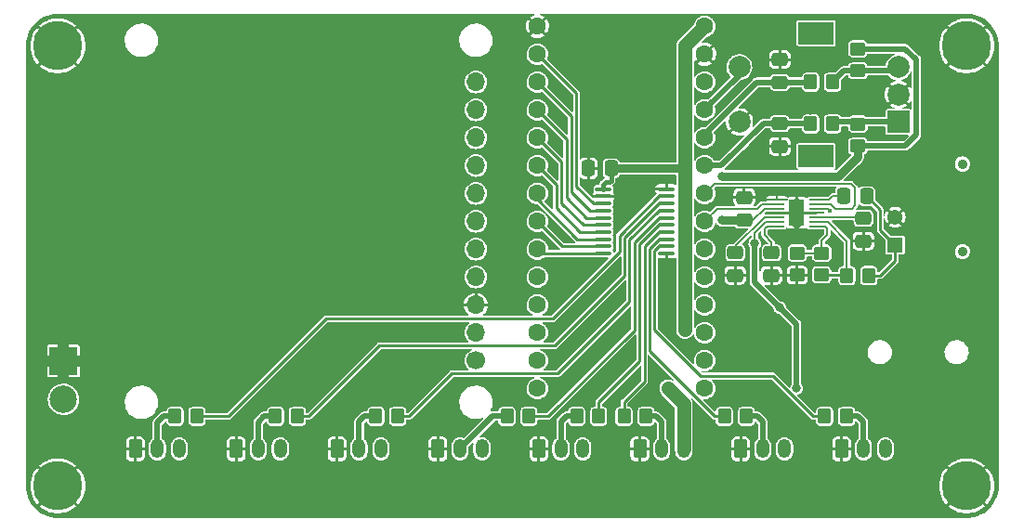
<source format=gbl>
%TF.GenerationSoftware,KiCad,Pcbnew,(6.0.9)*%
%TF.CreationDate,2022-12-29T20:38:23-05:00*%
%TF.ProjectId,led_controller,6c65645f-636f-46e7-9472-6f6c6c65722e,rev?*%
%TF.SameCoordinates,Original*%
%TF.FileFunction,Copper,L2,Bot*%
%TF.FilePolarity,Positive*%
%FSLAX46Y46*%
G04 Gerber Fmt 4.6, Leading zero omitted, Abs format (unit mm)*
G04 Created by KiCad (PCBNEW (6.0.9)) date 2022-12-29 20:38:23*
%MOMM*%
%LPD*%
G01*
G04 APERTURE LIST*
G04 Aperture macros list*
%AMRoundRect*
0 Rectangle with rounded corners*
0 $1 Rounding radius*
0 $2 $3 $4 $5 $6 $7 $8 $9 X,Y pos of 4 corners*
0 Add a 4 corners polygon primitive as box body*
4,1,4,$2,$3,$4,$5,$6,$7,$8,$9,$2,$3,0*
0 Add four circle primitives for the rounded corners*
1,1,$1+$1,$2,$3*
1,1,$1+$1,$4,$5*
1,1,$1+$1,$6,$7*
1,1,$1+$1,$8,$9*
0 Add four rect primitives between the rounded corners*
20,1,$1+$1,$2,$3,$4,$5,0*
20,1,$1+$1,$4,$5,$6,$7,0*
20,1,$1+$1,$6,$7,$8,$9,0*
20,1,$1+$1,$8,$9,$2,$3,0*%
G04 Aperture macros list end*
%TA.AperFunction,ComponentPad*%
%ADD10C,0.889000*%
%TD*%
%TA.AperFunction,ComponentPad*%
%ADD11RoundRect,0.250000X-0.350000X-0.625000X0.350000X-0.625000X0.350000X0.625000X-0.350000X0.625000X0*%
%TD*%
%TA.AperFunction,ComponentPad*%
%ADD12O,1.200000X1.750000*%
%TD*%
%TA.AperFunction,ComponentPad*%
%ADD13R,2.500000X2.500000*%
%TD*%
%TA.AperFunction,ComponentPad*%
%ADD14C,2.500000*%
%TD*%
%TA.AperFunction,ComponentPad*%
%ADD15C,4.500000*%
%TD*%
%TA.AperFunction,ComponentPad*%
%ADD16C,1.700000*%
%TD*%
%TA.AperFunction,ComponentPad*%
%ADD17O,1.700000X1.700000*%
%TD*%
%TA.AperFunction,ComponentPad*%
%ADD18R,2.000000X2.000000*%
%TD*%
%TA.AperFunction,ComponentPad*%
%ADD19C,2.000000*%
%TD*%
%TA.AperFunction,ComponentPad*%
%ADD20R,3.200000X2.000000*%
%TD*%
%TA.AperFunction,ComponentPad*%
%ADD21C,1.600000*%
%TD*%
%TA.AperFunction,ComponentPad*%
%ADD22R,1.378000X1.378000*%
%TD*%
%TA.AperFunction,ComponentPad*%
%ADD23C,1.378000*%
%TD*%
%TA.AperFunction,SMDPad,CuDef*%
%ADD24RoundRect,0.250000X-0.350000X-0.450000X0.350000X-0.450000X0.350000X0.450000X-0.350000X0.450000X0*%
%TD*%
%TA.AperFunction,SMDPad,CuDef*%
%ADD25RoundRect,0.250000X0.450000X-0.350000X0.450000X0.350000X-0.450000X0.350000X-0.450000X-0.350000X0*%
%TD*%
%TA.AperFunction,SMDPad,CuDef*%
%ADD26RoundRect,0.250000X0.475000X-0.337500X0.475000X0.337500X-0.475000X0.337500X-0.475000X-0.337500X0*%
%TD*%
%TA.AperFunction,SMDPad,CuDef*%
%ADD27RoundRect,0.250000X-0.475000X0.337500X-0.475000X-0.337500X0.475000X-0.337500X0.475000X0.337500X0*%
%TD*%
%TA.AperFunction,SMDPad,CuDef*%
%ADD28RoundRect,0.250000X-0.337500X-0.475000X0.337500X-0.475000X0.337500X0.475000X-0.337500X0.475000X0*%
%TD*%
%TA.AperFunction,SMDPad,CuDef*%
%ADD29RoundRect,0.250000X0.350000X0.450000X-0.350000X0.450000X-0.350000X-0.450000X0.350000X-0.450000X0*%
%TD*%
%TA.AperFunction,SMDPad,CuDef*%
%ADD30RoundRect,0.050000X-0.650000X-0.050000X0.650000X-0.050000X0.650000X0.050000X-0.650000X0.050000X0*%
%TD*%
%TA.AperFunction,ComponentPad*%
%ADD31C,0.500000*%
%TD*%
%TA.AperFunction,SMDPad,CuDef*%
%ADD32R,1.400000X2.350000*%
%TD*%
%TA.AperFunction,SMDPad,CuDef*%
%ADD33RoundRect,0.250000X-0.450000X0.350000X-0.450000X-0.350000X0.450000X-0.350000X0.450000X0.350000X0*%
%TD*%
%TA.AperFunction,SMDPad,CuDef*%
%ADD34RoundRect,0.100000X0.637500X0.100000X-0.637500X0.100000X-0.637500X-0.100000X0.637500X-0.100000X0*%
%TD*%
%TA.AperFunction,SMDPad,CuDef*%
%ADD35RoundRect,0.250000X0.337500X0.475000X-0.337500X0.475000X-0.337500X-0.475000X0.337500X-0.475000X0*%
%TD*%
%TA.AperFunction,ViaPad*%
%ADD36C,0.800000*%
%TD*%
%TA.AperFunction,ViaPad*%
%ADD37C,0.400000*%
%TD*%
%TA.AperFunction,Conductor*%
%ADD38C,0.762000*%
%TD*%
%TA.AperFunction,Conductor*%
%ADD39C,0.200000*%
%TD*%
%TA.AperFunction,Conductor*%
%ADD40C,0.254000*%
%TD*%
%TA.AperFunction,Conductor*%
%ADD41C,0.508000*%
%TD*%
%TA.AperFunction,Conductor*%
%ADD42C,1.270000*%
%TD*%
%TA.AperFunction,Conductor*%
%ADD43C,0.381000*%
%TD*%
%TA.AperFunction,Conductor*%
%ADD44C,0.500000*%
%TD*%
%TA.AperFunction,Conductor*%
%ADD45C,0.250000*%
%TD*%
G04 APERTURE END LIST*
D10*
X175641000Y-100945487D03*
X175641000Y-108945486D03*
D11*
X127858810Y-126926000D03*
D12*
X129858810Y-126926000D03*
X131858810Y-126926000D03*
D13*
X93730000Y-118900000D03*
D14*
X93730000Y-122400000D03*
D11*
X100284922Y-126926000D03*
D12*
X102284922Y-126926000D03*
X104284922Y-126926000D03*
D15*
X176022000Y-90170000D03*
D11*
X164624000Y-126926000D03*
D12*
X166624000Y-126926000D03*
X168624000Y-126926000D03*
D15*
X93218000Y-130302000D03*
D16*
X131318000Y-118872000D03*
D17*
X131318000Y-116332000D03*
X131318000Y-113792000D03*
X131318000Y-111252000D03*
X131318000Y-108712000D03*
X131318000Y-106172000D03*
X131318000Y-103632000D03*
X131318000Y-101092000D03*
X131318000Y-98552000D03*
X131318000Y-96012000D03*
X131318000Y-93472000D03*
D15*
X93218000Y-90170000D03*
D11*
X137050106Y-126926000D03*
D12*
X139050106Y-126926000D03*
X141050106Y-126926000D03*
D11*
X146241402Y-126926000D03*
D12*
X148241402Y-126926000D03*
X150241402Y-126926000D03*
D11*
X109476218Y-126926000D03*
D12*
X111476218Y-126926000D03*
X113476218Y-126926000D03*
D18*
X169810000Y-97115000D03*
D19*
X169810000Y-92115000D03*
X169810000Y-94615000D03*
D20*
X162310000Y-100215000D03*
X162310000Y-89015000D03*
D19*
X155310000Y-92115000D03*
X155310000Y-97115000D03*
D21*
X136906000Y-88392000D03*
X136906000Y-90932000D03*
X136906000Y-93472000D03*
X136906000Y-96012000D03*
X136906000Y-98552000D03*
X136906000Y-101092000D03*
X136906000Y-103632000D03*
X136906000Y-106172000D03*
X136906000Y-108712000D03*
X136906000Y-111252000D03*
X136906000Y-113792000D03*
X136906000Y-116332000D03*
X136906000Y-118872000D03*
X136906000Y-121412000D03*
X152146000Y-121412000D03*
X152146000Y-118872000D03*
X152146000Y-116332000D03*
X152146000Y-113792000D03*
X152146000Y-111252000D03*
X152146000Y-108712000D03*
X152146000Y-106172000D03*
X152146000Y-103632000D03*
X152146000Y-101092000D03*
X152146000Y-98552000D03*
X152146000Y-96012000D03*
X152146000Y-93472000D03*
X152146000Y-90932000D03*
X152146000Y-88392000D03*
D22*
X169513000Y-108331000D03*
D23*
X169513000Y-105791000D03*
D11*
X118667514Y-126926000D03*
D12*
X120667514Y-126926000D03*
X122667514Y-126926000D03*
D15*
X176022000Y-130302000D03*
D11*
X155432698Y-126926000D03*
D12*
X157432698Y-126926000D03*
X159432698Y-126926000D03*
D24*
X113046000Y-123952000D03*
X115046000Y-123952000D03*
X134144000Y-123952000D03*
X136144000Y-123952000D03*
D25*
X166116000Y-99298000D03*
X166116000Y-97298000D03*
D24*
X161814000Y-93472000D03*
X163814000Y-93472000D03*
D26*
X155765000Y-106066500D03*
X155765000Y-103991500D03*
D27*
X158242000Y-109026500D03*
X158242000Y-111101500D03*
D25*
X160591000Y-111064000D03*
X160591000Y-109064000D03*
D28*
X164824500Y-103886000D03*
X166899500Y-103886000D03*
D24*
X103902000Y-123952000D03*
X105902000Y-123952000D03*
D29*
X146812000Y-123952000D03*
X144812000Y-123952000D03*
D30*
X158728000Y-106610000D03*
X158728000Y-106210000D03*
X158728000Y-105810000D03*
X158728000Y-105410000D03*
X158728000Y-105010000D03*
X158728000Y-104610000D03*
X158728000Y-104210000D03*
X162327996Y-104210002D03*
X162328000Y-104610000D03*
X162328000Y-105010000D03*
X162328000Y-105410000D03*
X162328000Y-105810000D03*
X162328000Y-106210000D03*
X162328000Y-106610000D03*
D31*
X160928000Y-106335000D03*
D32*
X160528000Y-105410000D03*
D31*
X160128000Y-106335000D03*
X160128000Y-105410000D03*
X160928000Y-105410000D03*
X160128000Y-104485000D03*
X160928000Y-104485000D03*
D33*
X166116000Y-90440000D03*
X166116000Y-92440000D03*
D34*
X148658500Y-103247000D03*
X148658500Y-103897000D03*
X148658500Y-104547000D03*
X148658500Y-105197000D03*
X148658500Y-105847000D03*
X148658500Y-106497000D03*
X148658500Y-107147000D03*
X148658500Y-107797000D03*
X148658500Y-108447000D03*
X148658500Y-109097000D03*
X142933500Y-109097000D03*
X142933500Y-108447000D03*
X142933500Y-107797000D03*
X142933500Y-107147000D03*
X142933500Y-106497000D03*
X142933500Y-105847000D03*
X142933500Y-105197000D03*
X142933500Y-104547000D03*
X142933500Y-103897000D03*
X142933500Y-103247000D03*
D35*
X143637000Y-101346000D03*
X141562000Y-101346000D03*
D29*
X165084000Y-123952000D03*
X163084000Y-123952000D03*
X163814000Y-97282000D03*
X161814000Y-97282000D03*
D26*
X159004000Y-99335500D03*
X159004000Y-97260500D03*
D33*
X162814000Y-109064000D03*
X162814000Y-111064000D03*
D26*
X154940000Y-111101500D03*
X154940000Y-109026500D03*
D29*
X167116000Y-111125000D03*
X165116000Y-111125000D03*
X155956000Y-123952000D03*
X153956000Y-123952000D03*
D24*
X122190000Y-123952000D03*
X124190000Y-123952000D03*
D26*
X166624000Y-107971500D03*
X166624000Y-105896500D03*
D27*
X159004000Y-91418500D03*
X159004000Y-93493500D03*
D24*
X140494000Y-123952000D03*
X142494000Y-123952000D03*
D36*
X176812500Y-126047000D03*
X176812500Y-123047000D03*
X176812500Y-120047000D03*
X176812500Y-117047000D03*
X176812500Y-111047000D03*
X176812500Y-105047000D03*
X176812500Y-102047000D03*
X176812500Y-96047000D03*
X176812500Y-93047000D03*
X173812500Y-126047000D03*
X173812500Y-117047000D03*
X173812500Y-114047000D03*
X173812500Y-111047000D03*
X173812500Y-108047000D03*
X173812500Y-96047000D03*
X173812500Y-93047000D03*
X170812500Y-126047000D03*
X170812500Y-123047000D03*
X170812500Y-120047000D03*
X170812500Y-117047000D03*
X170812500Y-111047000D03*
X170812500Y-108047000D03*
X170812500Y-105047000D03*
X170812500Y-102047000D03*
X167812500Y-123047000D03*
X167812500Y-96047000D03*
X164812500Y-120047000D03*
X164812500Y-114047000D03*
X164812500Y-96047000D03*
X164812500Y-90047000D03*
X161812500Y-126047000D03*
X161812500Y-96047000D03*
X158812500Y-96047000D03*
X158812500Y-90047000D03*
X155812500Y-90047000D03*
X152812500Y-126047000D03*
X146812500Y-99047000D03*
X146812500Y-96047000D03*
X146812500Y-93047000D03*
X146812500Y-90047000D03*
X143812500Y-126047000D03*
X143812500Y-120047000D03*
X143812500Y-99047000D03*
X143812500Y-96047000D03*
X143812500Y-93047000D03*
X143812500Y-90047000D03*
X140812500Y-111047000D03*
X140812500Y-93047000D03*
X140812500Y-90047000D03*
X134812500Y-126047000D03*
X134812500Y-93047000D03*
X134812500Y-90047000D03*
X128812500Y-123047000D03*
X128812500Y-114047000D03*
X128812500Y-111047000D03*
X128812500Y-108047000D03*
X128812500Y-105047000D03*
X128812500Y-102047000D03*
X128812500Y-99047000D03*
X128812500Y-96047000D03*
X128812500Y-93047000D03*
X128812500Y-90047000D03*
X125812500Y-126047000D03*
X125812500Y-120047000D03*
X125812500Y-114047000D03*
X125812500Y-111047000D03*
X125812500Y-108047000D03*
X125812500Y-105047000D03*
X125812500Y-102047000D03*
X125812500Y-99047000D03*
X125812500Y-96047000D03*
X125812500Y-93047000D03*
X125812500Y-90047000D03*
X122812500Y-120047000D03*
X122812500Y-114047000D03*
X122812500Y-111047000D03*
X122812500Y-108047000D03*
X122812500Y-105047000D03*
X122812500Y-102047000D03*
X122812500Y-99047000D03*
X122812500Y-96047000D03*
X122812500Y-93047000D03*
X122812500Y-90047000D03*
X119812500Y-123047000D03*
X119812500Y-117047000D03*
X119812500Y-114047000D03*
X119812500Y-111047000D03*
X119812500Y-108047000D03*
X119812500Y-105047000D03*
X119812500Y-102047000D03*
X119812500Y-99047000D03*
X119812500Y-96047000D03*
X119812500Y-93047000D03*
X119812500Y-90047000D03*
X116812500Y-126047000D03*
X116812500Y-120047000D03*
X116812500Y-114047000D03*
X116812500Y-111047000D03*
X116812500Y-108047000D03*
X116812500Y-105047000D03*
X116812500Y-102047000D03*
X116812500Y-99047000D03*
X116812500Y-96047000D03*
X116812500Y-93047000D03*
X116812500Y-90047000D03*
X113812500Y-117047000D03*
X113812500Y-114047000D03*
X113812500Y-111047000D03*
X113812500Y-108047000D03*
X113812500Y-105047000D03*
X113812500Y-102047000D03*
X113812500Y-99047000D03*
X113812500Y-96047000D03*
X113812500Y-93047000D03*
X113812500Y-90047000D03*
X110812500Y-120047000D03*
X110812500Y-117047000D03*
X110812500Y-114047000D03*
X110812500Y-111047000D03*
X110812500Y-108047000D03*
X110812500Y-105047000D03*
X110812500Y-102047000D03*
X110812500Y-99047000D03*
X110812500Y-96047000D03*
X110812500Y-93047000D03*
X110812500Y-90047000D03*
X107812500Y-126047000D03*
X107812500Y-123047000D03*
X107812500Y-120047000D03*
X107812500Y-117047000D03*
X107812500Y-114047000D03*
X107812500Y-111047000D03*
X107812500Y-108047000D03*
X107812500Y-105047000D03*
X107812500Y-102047000D03*
X107812500Y-99047000D03*
X107812500Y-96047000D03*
X107812500Y-93047000D03*
X107812500Y-90047000D03*
X104812500Y-120047000D03*
X104812500Y-117047000D03*
X104812500Y-114047000D03*
X104812500Y-111047000D03*
X104812500Y-108047000D03*
X104812500Y-105047000D03*
X104812500Y-102047000D03*
X104812500Y-99047000D03*
X104812500Y-96047000D03*
X104812500Y-93047000D03*
X104812500Y-90047000D03*
X101812500Y-120047000D03*
X101812500Y-117047000D03*
X101812500Y-114047000D03*
X101812500Y-111047000D03*
X101812500Y-108047000D03*
X101812500Y-105047000D03*
X101812500Y-102047000D03*
X101812500Y-99047000D03*
X101812500Y-96047000D03*
X101812500Y-93047000D03*
X98812500Y-123047000D03*
X98812500Y-120047000D03*
X98812500Y-117047000D03*
X98812500Y-114047000D03*
X98812500Y-111047000D03*
X98812500Y-108047000D03*
X98812500Y-105047000D03*
X98812500Y-102047000D03*
X98812500Y-99047000D03*
X98812500Y-96047000D03*
X98812500Y-93047000D03*
X98812500Y-90047000D03*
X153729489Y-102065700D03*
D37*
X163589997Y-105210003D03*
D36*
X140716000Y-116840000D03*
X140716000Y-114046000D03*
X167640000Y-109474000D03*
X159004000Y-115824000D03*
X159004000Y-114046000D03*
X156718000Y-108204000D03*
X160533714Y-121406286D03*
X153729489Y-106071501D03*
X148844000Y-121412000D03*
X150368000Y-116078000D03*
D38*
X166116000Y-100284000D02*
X166116000Y-99298000D01*
X164334300Y-102065700D02*
X166116000Y-100284000D01*
X153729489Y-102065700D02*
X164334300Y-102065700D01*
D39*
X163389994Y-105010000D02*
X163589997Y-105210003D01*
X162328000Y-105010000D02*
X163389994Y-105010000D01*
X165600000Y-105000000D02*
X164055000Y-105000000D01*
X165862000Y-104738000D02*
X165600000Y-105000000D01*
X165862000Y-103124000D02*
X165862000Y-104738000D01*
X163665000Y-104610000D02*
X162328000Y-104610000D01*
X165481000Y-102743000D02*
X165862000Y-103124000D01*
X153035000Y-102743000D02*
X165481000Y-102743000D01*
X152146000Y-103632000D02*
X153035000Y-102743000D01*
X164055000Y-105000000D02*
X163665000Y-104610000D01*
X162327996Y-104210002D02*
X163505998Y-104210002D01*
X163830000Y-103886000D02*
X164824500Y-103886000D01*
X163505998Y-104210002D02*
X163830000Y-103886000D01*
D40*
X168148000Y-111125000D02*
X167116000Y-111125000D01*
X168148000Y-106966000D02*
X169513000Y-108331000D01*
X168148000Y-105134500D02*
X168148000Y-106966000D01*
X169513000Y-108331000D02*
X169513000Y-109760000D01*
X169513000Y-109760000D02*
X168148000Y-111125000D01*
X166899500Y-103886000D02*
X168148000Y-105134500D01*
D39*
X157856580Y-106610000D02*
X158728000Y-106610000D01*
X158242000Y-109026500D02*
X158242000Y-108077000D01*
X157607000Y-106859580D02*
X157856580Y-106610000D01*
X157607000Y-107442000D02*
X157607000Y-106859580D01*
X158242000Y-108077000D02*
X157607000Y-107442000D01*
X166537500Y-105810000D02*
X166624000Y-105896500D01*
X162328000Y-105810000D02*
X166537500Y-105810000D01*
X154940000Y-109026500D02*
X154940000Y-108458000D01*
X157588000Y-105810000D02*
X158728000Y-105810000D01*
X154940000Y-108458000D02*
X157588000Y-105810000D01*
D41*
X152146000Y-101092000D02*
X153670000Y-101092000D01*
X161814000Y-97282000D02*
X159025500Y-97282000D01*
X157501500Y-97260500D02*
X159004000Y-97260500D01*
X153670000Y-101092000D02*
X157501500Y-97260500D01*
X159025500Y-97282000D02*
X159004000Y-97260500D01*
X159004000Y-93493500D02*
X161792500Y-93493500D01*
X152146000Y-98552000D02*
X152146000Y-98254129D01*
X152146000Y-98254129D02*
X156906629Y-93493500D01*
X161792500Y-93493500D02*
X161814000Y-93472000D01*
X156906629Y-93493500D02*
X159004000Y-93493500D01*
D39*
X156718000Y-107214290D02*
X156718000Y-108204000D01*
D41*
X171450000Y-98298000D02*
X170450000Y-99298000D01*
X156718000Y-108204000D02*
X156718000Y-111760000D01*
D38*
X153729489Y-106071501D02*
X155434001Y-106071501D01*
D41*
X159004000Y-114046000D02*
X160533714Y-115575714D01*
D39*
X158728000Y-106210000D02*
X157722290Y-106210000D01*
D41*
X170450000Y-99298000D02*
X166116000Y-99298000D01*
X166116000Y-90440000D02*
X170450000Y-90440000D01*
D39*
X157722290Y-106210000D02*
X156718000Y-107214290D01*
D41*
X160533714Y-115575714D02*
X160533714Y-121406286D01*
D39*
X157626000Y-105010000D02*
X156569500Y-106066500D01*
D41*
X171450000Y-91440000D02*
X171450000Y-98298000D01*
D39*
X156569500Y-106066500D02*
X155765000Y-106066500D01*
D41*
X170450000Y-90440000D02*
X171450000Y-91440000D01*
D39*
X158728000Y-105010000D02*
X157626000Y-105010000D01*
D41*
X156718000Y-111760000D02*
X159004000Y-114046000D01*
D42*
X150368000Y-90170000D02*
X152146000Y-88392000D01*
X150368000Y-116078000D02*
X150368000Y-101600000D01*
X150368000Y-101600000D02*
X150368000Y-90170000D01*
D43*
X143510000Y-102616000D02*
X143637000Y-102489000D01*
D38*
X143637000Y-101346000D02*
X150114000Y-101346000D01*
X150114000Y-101346000D02*
X150368000Y-101600000D01*
D43*
X143637000Y-102489000D02*
X143637000Y-101346000D01*
X142933500Y-102811500D02*
X143129000Y-102616000D01*
X142933500Y-103247000D02*
X142933500Y-102811500D01*
X143129000Y-102616000D02*
X143510000Y-102616000D01*
D42*
X150241402Y-122809402D02*
X148844000Y-121412000D01*
X150241402Y-126926000D02*
X150241402Y-122809402D01*
D44*
X102284922Y-126926000D02*
X102284922Y-124537078D01*
X102870000Y-123952000D02*
X103902000Y-123952000D01*
X102284922Y-124537078D02*
X102870000Y-123952000D01*
X111476218Y-124489782D02*
X112014000Y-123952000D01*
X111476218Y-126926000D02*
X111476218Y-124489782D01*
X112014000Y-123952000D02*
X113046000Y-123952000D01*
D41*
X121158000Y-123952000D02*
X122190000Y-123952000D01*
X120667514Y-126926000D02*
X120667514Y-124442486D01*
X120667514Y-124442486D02*
X121158000Y-123952000D01*
X129858810Y-126926000D02*
X132832810Y-123952000D01*
X132832810Y-123952000D02*
X134144000Y-123952000D01*
D44*
X139050106Y-124460000D02*
X139558106Y-123952000D01*
X139050106Y-126926000D02*
X139050106Y-124460000D01*
X139558106Y-123952000D02*
X140494000Y-123952000D01*
X147733402Y-123952000D02*
X146812000Y-123952000D01*
X148241402Y-126926000D02*
X148241402Y-124460000D01*
X148241402Y-124460000D02*
X147733402Y-123952000D01*
X156924698Y-123952000D02*
X155956000Y-123952000D01*
X157432698Y-126926000D02*
X157432698Y-124460000D01*
X157432698Y-124460000D02*
X156924698Y-123952000D01*
X166624000Y-124460000D02*
X166116000Y-123952000D01*
X166624000Y-126926000D02*
X166624000Y-124460000D01*
X166116000Y-123952000D02*
X165084000Y-123952000D01*
D39*
X165116000Y-107966000D02*
X163360000Y-106210000D01*
D40*
X162814000Y-111064000D02*
X165055000Y-111064000D01*
X165055000Y-111064000D02*
X165116000Y-111125000D01*
D39*
X163360000Y-106210000D02*
X162328000Y-106210000D01*
X165116000Y-111125000D02*
X165116000Y-107966000D01*
D41*
X163981000Y-97115000D02*
X163814000Y-97282000D01*
X169810000Y-97115000D02*
X163981000Y-97115000D01*
X166116000Y-92440000D02*
X164846000Y-92440000D01*
X166116000Y-92440000D02*
X169485000Y-92440000D01*
X164846000Y-92440000D02*
X163814000Y-93472000D01*
X169485000Y-92440000D02*
X169810000Y-92115000D01*
D45*
X108770386Y-123952000D02*
X105902000Y-123952000D01*
D40*
X144399360Y-108971830D02*
X138309190Y-115062000D01*
X144399360Y-107465450D02*
X144399360Y-108971830D01*
D45*
X138309190Y-115062000D02*
X117660386Y-115062000D01*
D40*
X147967810Y-103897000D02*
X144399360Y-107465450D01*
X148658500Y-103897000D02*
X147967810Y-103897000D01*
D45*
X117660386Y-115062000D02*
X108770386Y-123952000D01*
D40*
X116078000Y-123952000D02*
X115046000Y-123952000D01*
X148658500Y-104547000D02*
X147967810Y-104547000D01*
X147967810Y-104547000D02*
X144852880Y-107661930D01*
D45*
X122521497Y-117508503D02*
X138523497Y-117508503D01*
X138523497Y-117508503D02*
X144852880Y-111179120D01*
X116078000Y-123952000D02*
X122521497Y-117508503D01*
D40*
X144852880Y-107661930D02*
X144852880Y-111179120D01*
X125222000Y-123952000D02*
X129125489Y-120048511D01*
X129125489Y-120048511D02*
X138777489Y-120048511D01*
X138777489Y-120048511D02*
X145306400Y-113519600D01*
X145306400Y-113519600D02*
X145306400Y-107858410D01*
X145306400Y-107858410D02*
X147967810Y-105197000D01*
X124190000Y-123952000D02*
X125222000Y-123952000D01*
X147967810Y-105197000D02*
X148658500Y-105197000D01*
X147967810Y-105847000D02*
X148658500Y-105847000D01*
X145759920Y-108054890D02*
X147967810Y-105847000D01*
X136144000Y-123952000D02*
X137922000Y-123952000D01*
X137922000Y-123952000D02*
X145759920Y-116114080D01*
X145759920Y-116114080D02*
X145759920Y-108054890D01*
X146213440Y-118962560D02*
X146213440Y-108251370D01*
X146213440Y-108251370D02*
X147967810Y-106497000D01*
X142494000Y-122682000D02*
X146213440Y-118962560D01*
X142494000Y-123952000D02*
X142494000Y-122682000D01*
X147967810Y-106497000D02*
X148658500Y-106497000D01*
X144812000Y-122650000D02*
X146666960Y-120795040D01*
X146666960Y-120795040D02*
X146666960Y-108447850D01*
X146666960Y-108447850D02*
X147967810Y-107147000D01*
X147967810Y-107147000D02*
X148658500Y-107147000D01*
X144812000Y-123952000D02*
X144812000Y-122650000D01*
X153956000Y-123952000D02*
X153092872Y-123952000D01*
X147120480Y-117979608D02*
X147120480Y-108644330D01*
X147967810Y-107797000D02*
X148658500Y-107797000D01*
X147120480Y-108644330D02*
X147967810Y-107797000D01*
X153092872Y-123952000D02*
X147120480Y-117979608D01*
X147967810Y-108447000D02*
X147574000Y-108840810D01*
X148658500Y-108447000D02*
X147967810Y-108447000D01*
X147574000Y-108840810D02*
X147574000Y-116078000D01*
X162052000Y-123952000D02*
X163084000Y-123952000D01*
X158385489Y-120285489D02*
X162052000Y-123952000D01*
X147574000Y-116078000D02*
X151781489Y-120285489D01*
X151781489Y-120285489D02*
X158385489Y-120285489D01*
D39*
X162328000Y-106610000D02*
X163125000Y-106610000D01*
X163322000Y-107442000D02*
X162814000Y-107950000D01*
X160591000Y-109064000D02*
X162814000Y-109064000D01*
X163322000Y-106807000D02*
X163322000Y-107442000D01*
X163125000Y-106610000D02*
X163322000Y-106807000D01*
X162814000Y-107950000D02*
X162814000Y-109064000D01*
D44*
X152146000Y-96012000D02*
X155310000Y-92848000D01*
X155310000Y-92848000D02*
X155310000Y-92115000D01*
D39*
X156972000Y-105029000D02*
X157391000Y-104610000D01*
X157391000Y-104610000D02*
X158728000Y-104610000D01*
X152146000Y-106172000D02*
X153289000Y-105029000D01*
X153289000Y-105029000D02*
X156972000Y-105029000D01*
D40*
X137291000Y-109097000D02*
X136906000Y-108712000D01*
X142933500Y-109097000D02*
X137291000Y-109097000D01*
X139181000Y-108447000D02*
X136906000Y-106172000D01*
X142933500Y-108447000D02*
X139181000Y-108447000D01*
X142933500Y-107797000D02*
X140563000Y-107797000D01*
X136906000Y-104140000D02*
X136906000Y-103632000D01*
X140563000Y-107797000D02*
X136906000Y-104140000D01*
X138647929Y-104992929D02*
X138647929Y-102833929D01*
X140802000Y-107147000D02*
X138647929Y-104992929D01*
X138647929Y-102833929D02*
X136906000Y-101092000D01*
X142933500Y-107147000D02*
X140802000Y-107147000D01*
X142933500Y-106497000D02*
X141104500Y-106497000D01*
X141104500Y-106497000D02*
X139101440Y-104493940D01*
X139101440Y-100747440D02*
X136906000Y-98552000D01*
X139101440Y-104493940D02*
X139101440Y-100747440D01*
X141407000Y-105847000D02*
X139554960Y-103994960D01*
X142933500Y-105847000D02*
X141407000Y-105847000D01*
X139554960Y-98660960D02*
X136906000Y-96012000D01*
X139554960Y-103994960D02*
X139554960Y-98660960D01*
X140008480Y-96574480D02*
X136906000Y-93472000D01*
X142933500Y-105197000D02*
X141709500Y-105197000D01*
X140008480Y-103495980D02*
X140008480Y-96574480D01*
X141709500Y-105197000D02*
X140008480Y-103495980D01*
X142933500Y-104547000D02*
X142012000Y-104547000D01*
X142012000Y-104547000D02*
X140462000Y-102997000D01*
X140462000Y-102997000D02*
X140462000Y-94488000D01*
X140462000Y-94488000D02*
X136906000Y-90932000D01*
%TA.AperFunction,Conductor*%
G36*
X136665129Y-87267806D02*
G01*
X136683435Y-87312000D01*
X136665129Y-87356194D01*
X136638581Y-87371957D01*
X136512190Y-87409156D01*
X136506544Y-87411437D01*
X136328782Y-87504368D01*
X136323694Y-87507698D01*
X136265541Y-87554455D01*
X136260971Y-87562802D01*
X136262857Y-87569252D01*
X136897210Y-88203605D01*
X136906000Y-88207246D01*
X136914790Y-88203605D01*
X137547564Y-87570831D01*
X137551205Y-87562041D01*
X137548520Y-87555560D01*
X137500598Y-87515916D01*
X137495549Y-87512511D01*
X137319112Y-87417112D01*
X137313494Y-87414750D01*
X137174439Y-87371705D01*
X137137635Y-87341149D01*
X137133216Y-87293518D01*
X137163772Y-87256714D01*
X137192921Y-87249500D01*
X175996986Y-87249500D01*
X176013156Y-87251628D01*
X176022000Y-87253998D01*
X176029948Y-87251868D01*
X176035930Y-87251868D01*
X176045881Y-87250841D01*
X176187109Y-87258772D01*
X176345494Y-87267667D01*
X176352450Y-87268451D01*
X176470533Y-87288514D01*
X176668415Y-87322136D01*
X176675248Y-87323696D01*
X176983199Y-87412415D01*
X176989815Y-87414730D01*
X177285924Y-87537382D01*
X177292238Y-87540423D01*
X177572720Y-87695440D01*
X177578655Y-87699168D01*
X177840038Y-87884629D01*
X177845518Y-87888999D01*
X178084488Y-88102556D01*
X178089441Y-88107509D01*
X178170425Y-88198130D01*
X178303001Y-88346482D01*
X178307371Y-88351962D01*
X178492832Y-88613345D01*
X178496560Y-88619280D01*
X178651577Y-88899762D01*
X178654618Y-88906076D01*
X178777270Y-89202185D01*
X178779585Y-89208801D01*
X178868304Y-89516752D01*
X178869864Y-89523585D01*
X178898498Y-89692107D01*
X178918422Y-89809369D01*
X178923549Y-89839546D01*
X178924333Y-89846506D01*
X178929294Y-89934839D01*
X178941159Y-90146119D01*
X178940132Y-90156070D01*
X178940132Y-90162052D01*
X178938002Y-90170000D01*
X178940372Y-90178844D01*
X178942500Y-90195014D01*
X178942499Y-130276986D01*
X178940371Y-130293156D01*
X178938001Y-130302000D01*
X178940131Y-130309948D01*
X178940131Y-130315930D01*
X178941158Y-130325881D01*
X178924333Y-130625489D01*
X178923548Y-130632454D01*
X178869863Y-130948415D01*
X178868303Y-130955248D01*
X178779584Y-131263199D01*
X178777270Y-131269815D01*
X178654620Y-131565920D01*
X178651578Y-131572234D01*
X178496557Y-131852723D01*
X178492833Y-131858651D01*
X178307365Y-132120045D01*
X178303006Y-132125511D01*
X178089444Y-132364488D01*
X178084491Y-132369441D01*
X177845511Y-132583006D01*
X177840045Y-132587365D01*
X177578653Y-132772832D01*
X177572723Y-132776557D01*
X177292234Y-132931578D01*
X177285920Y-132934620D01*
X176989815Y-133057270D01*
X176983199Y-133059584D01*
X176675248Y-133148303D01*
X176668415Y-133149863D01*
X176470533Y-133183485D01*
X176352450Y-133203548D01*
X176345494Y-133204332D01*
X176187109Y-133213227D01*
X176045881Y-133221158D01*
X176035930Y-133220131D01*
X176029948Y-133220131D01*
X176022000Y-133218001D01*
X176013157Y-133220370D01*
X175996983Y-133222500D01*
X93243014Y-133222500D01*
X93226844Y-133220372D01*
X93218000Y-133218002D01*
X93210052Y-133220132D01*
X93204070Y-133220132D01*
X93194119Y-133221159D01*
X93052891Y-133213228D01*
X92894506Y-133204333D01*
X92887550Y-133203549D01*
X92769467Y-133183486D01*
X92571585Y-133149864D01*
X92564752Y-133148304D01*
X92256801Y-133059585D01*
X92250185Y-133057270D01*
X91954076Y-132934618D01*
X91947762Y-132931577D01*
X91667280Y-132776560D01*
X91661345Y-132772832D01*
X91399962Y-132587371D01*
X91394482Y-132583001D01*
X91155512Y-132369444D01*
X91150556Y-132364488D01*
X90967740Y-132159917D01*
X91544525Y-132159917D01*
X91548590Y-132169310D01*
X91617303Y-132233836D01*
X91620319Y-132236332D01*
X91872055Y-132419228D01*
X91875350Y-132421319D01*
X92148012Y-132571216D01*
X92151576Y-132572893D01*
X92440867Y-132687431D01*
X92444597Y-132688643D01*
X92745955Y-132766020D01*
X92749828Y-132766758D01*
X93058504Y-132805753D01*
X93062434Y-132806000D01*
X93373566Y-132806000D01*
X93377496Y-132805753D01*
X93686172Y-132766758D01*
X93690045Y-132766020D01*
X93991403Y-132688643D01*
X93995133Y-132687431D01*
X94284424Y-132572893D01*
X94287988Y-132571216D01*
X94560650Y-132421319D01*
X94563945Y-132419228D01*
X94815681Y-132236332D01*
X94818697Y-132233836D01*
X94887781Y-132168962D01*
X94891460Y-132160813D01*
X94891105Y-132159917D01*
X174348525Y-132159917D01*
X174352590Y-132169310D01*
X174421303Y-132233836D01*
X174424319Y-132236332D01*
X174676055Y-132419228D01*
X174679350Y-132421319D01*
X174952012Y-132571216D01*
X174955576Y-132572893D01*
X175244867Y-132687431D01*
X175248597Y-132688643D01*
X175549955Y-132766020D01*
X175553828Y-132766758D01*
X175862504Y-132805753D01*
X175866434Y-132806000D01*
X176177566Y-132806000D01*
X176181496Y-132805753D01*
X176490172Y-132766758D01*
X176494045Y-132766020D01*
X176795403Y-132688643D01*
X176799133Y-132687431D01*
X177088424Y-132572893D01*
X177091988Y-132571216D01*
X177364650Y-132421319D01*
X177367945Y-132419228D01*
X177619681Y-132236332D01*
X177622697Y-132233836D01*
X177691781Y-132168962D01*
X177695460Y-132160813D01*
X177691692Y-132151297D01*
X176030790Y-130490395D01*
X176022000Y-130486754D01*
X176013210Y-130490395D01*
X174351945Y-132151660D01*
X174348525Y-132159917D01*
X94891105Y-132159917D01*
X94887692Y-132151297D01*
X93226790Y-130490395D01*
X93218000Y-130486754D01*
X93209210Y-130490395D01*
X91547945Y-132151660D01*
X91544525Y-132159917D01*
X90967740Y-132159917D01*
X90936999Y-132125518D01*
X90932629Y-132120038D01*
X90747168Y-131858655D01*
X90743440Y-131852720D01*
X90588423Y-131572238D01*
X90585382Y-131565924D01*
X90462730Y-131269815D01*
X90460415Y-131263199D01*
X90371696Y-130955248D01*
X90370136Y-130948415D01*
X90316451Y-130632454D01*
X90315666Y-130625489D01*
X90298841Y-130325881D01*
X90299868Y-130315930D01*
X90299868Y-130309948D01*
X90301474Y-130303955D01*
X90709172Y-130303955D01*
X90728710Y-130614497D01*
X90729201Y-130618384D01*
X90787503Y-130924018D01*
X90788480Y-130927822D01*
X90884631Y-131223745D01*
X90886069Y-131227376D01*
X91018551Y-131508916D01*
X91020446Y-131512362D01*
X91187156Y-131775054D01*
X91189474Y-131778245D01*
X91350274Y-131972618D01*
X91358682Y-131977070D01*
X91365387Y-131975008D01*
X93029605Y-130310790D01*
X93033246Y-130302000D01*
X93402754Y-130302000D01*
X93406395Y-130310790D01*
X95069012Y-131973407D01*
X95077802Y-131977048D01*
X95084283Y-131974363D01*
X95246526Y-131778245D01*
X95248844Y-131775054D01*
X95415554Y-131512362D01*
X95417449Y-131508916D01*
X95549931Y-131227376D01*
X95551369Y-131223745D01*
X95647520Y-130927822D01*
X95648497Y-130924018D01*
X95706799Y-130618384D01*
X95707290Y-130614497D01*
X95726828Y-130303955D01*
X173513172Y-130303955D01*
X173532710Y-130614497D01*
X173533201Y-130618384D01*
X173591503Y-130924018D01*
X173592480Y-130927822D01*
X173688631Y-131223745D01*
X173690069Y-131227376D01*
X173822551Y-131508916D01*
X173824446Y-131512362D01*
X173991156Y-131775054D01*
X173993474Y-131778245D01*
X174154274Y-131972618D01*
X174162682Y-131977070D01*
X174169387Y-131975008D01*
X175833605Y-130310790D01*
X175837246Y-130302000D01*
X176206754Y-130302000D01*
X176210395Y-130310790D01*
X177873012Y-131973407D01*
X177881802Y-131977048D01*
X177888283Y-131974363D01*
X178050526Y-131778245D01*
X178052844Y-131775054D01*
X178219554Y-131512362D01*
X178221449Y-131508916D01*
X178353931Y-131227376D01*
X178355369Y-131223745D01*
X178451520Y-130927822D01*
X178452497Y-130924018D01*
X178510799Y-130618384D01*
X178511290Y-130614497D01*
X178530828Y-130303955D01*
X178530828Y-130300045D01*
X178511290Y-129989503D01*
X178510799Y-129985616D01*
X178452497Y-129679982D01*
X178451520Y-129676178D01*
X178355369Y-129380255D01*
X178353931Y-129376624D01*
X178221449Y-129095084D01*
X178219554Y-129091638D01*
X178052844Y-128828946D01*
X178050526Y-128825755D01*
X177889726Y-128631382D01*
X177881318Y-128626930D01*
X177874613Y-128628992D01*
X176210395Y-130293210D01*
X176206754Y-130302000D01*
X175837246Y-130302000D01*
X175833605Y-130293210D01*
X174170988Y-128630593D01*
X174162198Y-128626952D01*
X174155717Y-128629637D01*
X173993474Y-128825755D01*
X173991156Y-128828946D01*
X173824446Y-129091638D01*
X173822551Y-129095084D01*
X173690069Y-129376624D01*
X173688631Y-129380255D01*
X173592480Y-129676178D01*
X173591503Y-129679982D01*
X173533201Y-129985616D01*
X173532710Y-129989503D01*
X173513172Y-130300045D01*
X173513172Y-130303955D01*
X95726828Y-130303955D01*
X95726828Y-130300045D01*
X95707290Y-129989503D01*
X95706799Y-129985616D01*
X95648497Y-129679982D01*
X95647520Y-129676178D01*
X95551369Y-129380255D01*
X95549931Y-129376624D01*
X95417449Y-129095084D01*
X95415554Y-129091638D01*
X95248844Y-128828946D01*
X95246526Y-128825755D01*
X95085726Y-128631382D01*
X95077318Y-128626930D01*
X95070613Y-128628992D01*
X93406395Y-130293210D01*
X93402754Y-130302000D01*
X93033246Y-130302000D01*
X93029605Y-130293210D01*
X91366988Y-128630593D01*
X91358198Y-128626952D01*
X91351717Y-128629637D01*
X91189474Y-128825755D01*
X91187156Y-128828946D01*
X91020446Y-129091638D01*
X91018551Y-129095084D01*
X90886069Y-129376624D01*
X90884631Y-129380255D01*
X90788480Y-129676178D01*
X90787503Y-129679982D01*
X90729201Y-129985616D01*
X90728710Y-129989503D01*
X90709172Y-130300045D01*
X90709172Y-130303955D01*
X90301474Y-130303955D01*
X90301998Y-130302000D01*
X90299628Y-130293156D01*
X90297500Y-130276986D01*
X90297500Y-128443187D01*
X91544540Y-128443187D01*
X91548308Y-128452703D01*
X93209210Y-130113605D01*
X93218000Y-130117246D01*
X93226790Y-130113605D01*
X94888055Y-128452340D01*
X94891475Y-128444083D01*
X94891087Y-128443187D01*
X174348540Y-128443187D01*
X174352308Y-128452703D01*
X176013210Y-130113605D01*
X176022000Y-130117246D01*
X176030790Y-130113605D01*
X177692055Y-128452340D01*
X177695475Y-128444083D01*
X177691410Y-128434690D01*
X177622697Y-128370164D01*
X177619681Y-128367668D01*
X177367945Y-128184772D01*
X177364650Y-128182681D01*
X177091988Y-128032784D01*
X177088424Y-128031107D01*
X176799133Y-127916569D01*
X176795403Y-127915357D01*
X176494045Y-127837980D01*
X176490172Y-127837242D01*
X176181496Y-127798247D01*
X176177566Y-127798000D01*
X175866434Y-127798000D01*
X175862504Y-127798247D01*
X175553828Y-127837242D01*
X175549955Y-127837980D01*
X175248597Y-127915357D01*
X175244867Y-127916569D01*
X174955576Y-128031107D01*
X174952012Y-128032784D01*
X174679350Y-128182681D01*
X174676055Y-128184772D01*
X174424319Y-128367668D01*
X174421303Y-128370164D01*
X174352219Y-128435038D01*
X174348540Y-128443187D01*
X94891087Y-128443187D01*
X94887410Y-128434690D01*
X94818697Y-128370164D01*
X94815681Y-128367668D01*
X94563945Y-128184772D01*
X94560650Y-128182681D01*
X94287988Y-128032784D01*
X94284424Y-128031107D01*
X93995133Y-127916569D01*
X93991403Y-127915357D01*
X93690045Y-127837980D01*
X93686172Y-127837242D01*
X93377496Y-127798247D01*
X93373566Y-127798000D01*
X93062434Y-127798000D01*
X93058504Y-127798247D01*
X92749828Y-127837242D01*
X92745955Y-127837980D01*
X92444597Y-127915357D01*
X92440867Y-127916569D01*
X92151576Y-128031107D01*
X92148012Y-128032784D01*
X91875350Y-128182681D01*
X91872055Y-128184772D01*
X91620319Y-128367668D01*
X91617303Y-128370164D01*
X91548219Y-128435038D01*
X91544540Y-128443187D01*
X90297500Y-128443187D01*
X90297500Y-127597018D01*
X99430923Y-127597018D01*
X99431105Y-127600388D01*
X99437194Y-127656443D01*
X99438993Y-127664012D01*
X99486730Y-127791351D01*
X99490965Y-127799086D01*
X99572207Y-127907487D01*
X99578435Y-127913715D01*
X99686836Y-127994957D01*
X99694571Y-127999192D01*
X99821914Y-128046930D01*
X99829478Y-128048728D01*
X99885530Y-128054817D01*
X99888898Y-128055000D01*
X100145491Y-128055000D01*
X100154281Y-128051359D01*
X100157922Y-128042569D01*
X100157922Y-128042568D01*
X100411922Y-128042568D01*
X100415563Y-128051358D01*
X100424353Y-128054999D01*
X100680940Y-128054999D01*
X100684310Y-128054817D01*
X100740365Y-128048728D01*
X100747934Y-128046929D01*
X100875273Y-127999192D01*
X100883008Y-127994957D01*
X100991409Y-127913715D01*
X100997637Y-127907487D01*
X101078879Y-127799086D01*
X101083114Y-127791351D01*
X101130852Y-127664008D01*
X101132650Y-127656444D01*
X101138739Y-127600392D01*
X101138922Y-127597024D01*
X101138922Y-127244906D01*
X101506622Y-127244906D01*
X101521161Y-127374522D01*
X101522309Y-127377819D01*
X101522310Y-127377823D01*
X101577435Y-127536121D01*
X101578584Y-127539420D01*
X101580436Y-127542383D01*
X101580436Y-127542384D01*
X101614575Y-127597018D01*
X101671114Y-127687498D01*
X101673579Y-127689980D01*
X101781092Y-127798247D01*
X101794150Y-127811397D01*
X101797100Y-127813269D01*
X101938633Y-127903089D01*
X101938637Y-127903091D01*
X101941579Y-127904958D01*
X102106072Y-127963531D01*
X102187986Y-127973299D01*
X102275987Y-127983793D01*
X102275991Y-127983793D01*
X102279454Y-127984206D01*
X102379307Y-127973711D01*
X102449638Y-127966319D01*
X102449640Y-127966318D01*
X102453108Y-127965954D01*
X102459010Y-127963945D01*
X102483227Y-127955701D01*
X102618403Y-127909683D01*
X102767123Y-127818190D01*
X102891878Y-127696021D01*
X102912507Y-127664012D01*
X102984574Y-127552185D01*
X102984574Y-127552184D01*
X102986466Y-127549249D01*
X103046186Y-127385169D01*
X103063222Y-127250319D01*
X103063222Y-127244906D01*
X103506622Y-127244906D01*
X103521161Y-127374522D01*
X103522309Y-127377819D01*
X103522310Y-127377823D01*
X103577435Y-127536121D01*
X103578584Y-127539420D01*
X103580436Y-127542383D01*
X103580436Y-127542384D01*
X103614575Y-127597018D01*
X103671114Y-127687498D01*
X103673579Y-127689980D01*
X103781092Y-127798247D01*
X103794150Y-127811397D01*
X103797100Y-127813269D01*
X103938633Y-127903089D01*
X103938637Y-127903091D01*
X103941579Y-127904958D01*
X104106072Y-127963531D01*
X104187986Y-127973299D01*
X104275987Y-127983793D01*
X104275991Y-127983793D01*
X104279454Y-127984206D01*
X104379307Y-127973711D01*
X104449638Y-127966319D01*
X104449640Y-127966318D01*
X104453108Y-127965954D01*
X104459010Y-127963945D01*
X104483227Y-127955701D01*
X104618403Y-127909683D01*
X104767123Y-127818190D01*
X104891878Y-127696021D01*
X104912507Y-127664012D01*
X104955681Y-127597018D01*
X108622219Y-127597018D01*
X108622401Y-127600388D01*
X108628490Y-127656443D01*
X108630289Y-127664012D01*
X108678026Y-127791351D01*
X108682261Y-127799086D01*
X108763503Y-127907487D01*
X108769731Y-127913715D01*
X108878132Y-127994957D01*
X108885867Y-127999192D01*
X109013210Y-128046930D01*
X109020774Y-128048728D01*
X109076826Y-128054817D01*
X109080194Y-128055000D01*
X109336787Y-128055000D01*
X109345577Y-128051359D01*
X109349218Y-128042569D01*
X109349218Y-128042568D01*
X109603218Y-128042568D01*
X109606859Y-128051358D01*
X109615649Y-128054999D01*
X109872236Y-128054999D01*
X109875606Y-128054817D01*
X109931661Y-128048728D01*
X109939230Y-128046929D01*
X110066569Y-127999192D01*
X110074304Y-127994957D01*
X110182705Y-127913715D01*
X110188933Y-127907487D01*
X110270175Y-127799086D01*
X110274410Y-127791351D01*
X110322148Y-127664008D01*
X110323946Y-127656444D01*
X110330035Y-127600392D01*
X110330218Y-127597024D01*
X110330218Y-127244906D01*
X110697918Y-127244906D01*
X110712457Y-127374522D01*
X110713605Y-127377819D01*
X110713606Y-127377823D01*
X110768731Y-127536121D01*
X110769880Y-127539420D01*
X110771732Y-127542383D01*
X110771732Y-127542384D01*
X110805871Y-127597018D01*
X110862410Y-127687498D01*
X110864875Y-127689980D01*
X110972388Y-127798247D01*
X110985446Y-127811397D01*
X110988396Y-127813269D01*
X111129929Y-127903089D01*
X111129933Y-127903091D01*
X111132875Y-127904958D01*
X111297368Y-127963531D01*
X111379282Y-127973299D01*
X111467283Y-127983793D01*
X111467287Y-127983793D01*
X111470750Y-127984206D01*
X111570603Y-127973711D01*
X111640934Y-127966319D01*
X111640936Y-127966318D01*
X111644404Y-127965954D01*
X111650306Y-127963945D01*
X111674523Y-127955701D01*
X111809699Y-127909683D01*
X111958419Y-127818190D01*
X112083174Y-127696021D01*
X112103803Y-127664012D01*
X112175870Y-127552185D01*
X112175870Y-127552184D01*
X112177762Y-127549249D01*
X112237482Y-127385169D01*
X112254518Y-127250319D01*
X112254518Y-127244906D01*
X112697918Y-127244906D01*
X112712457Y-127374522D01*
X112713605Y-127377819D01*
X112713606Y-127377823D01*
X112768731Y-127536121D01*
X112769880Y-127539420D01*
X112771732Y-127542383D01*
X112771732Y-127542384D01*
X112805871Y-127597018D01*
X112862410Y-127687498D01*
X112864875Y-127689980D01*
X112972388Y-127798247D01*
X112985446Y-127811397D01*
X112988396Y-127813269D01*
X113129929Y-127903089D01*
X113129933Y-127903091D01*
X113132875Y-127904958D01*
X113297368Y-127963531D01*
X113379282Y-127973299D01*
X113467283Y-127983793D01*
X113467287Y-127983793D01*
X113470750Y-127984206D01*
X113570603Y-127973711D01*
X113640934Y-127966319D01*
X113640936Y-127966318D01*
X113644404Y-127965954D01*
X113650306Y-127963945D01*
X113674523Y-127955701D01*
X113809699Y-127909683D01*
X113958419Y-127818190D01*
X114083174Y-127696021D01*
X114103803Y-127664012D01*
X114146977Y-127597018D01*
X117813515Y-127597018D01*
X117813697Y-127600388D01*
X117819786Y-127656443D01*
X117821585Y-127664012D01*
X117869322Y-127791351D01*
X117873557Y-127799086D01*
X117954799Y-127907487D01*
X117961027Y-127913715D01*
X118069428Y-127994957D01*
X118077163Y-127999192D01*
X118204506Y-128046930D01*
X118212070Y-128048728D01*
X118268122Y-128054817D01*
X118271490Y-128055000D01*
X118528083Y-128055000D01*
X118536873Y-128051359D01*
X118540514Y-128042569D01*
X118540514Y-128042568D01*
X118794514Y-128042568D01*
X118798155Y-128051358D01*
X118806945Y-128054999D01*
X119063532Y-128054999D01*
X119066902Y-128054817D01*
X119122957Y-128048728D01*
X119130526Y-128046929D01*
X119257865Y-127999192D01*
X119265600Y-127994957D01*
X119374001Y-127913715D01*
X119380229Y-127907487D01*
X119461471Y-127799086D01*
X119465706Y-127791351D01*
X119513444Y-127664008D01*
X119515242Y-127656444D01*
X119521331Y-127600392D01*
X119521514Y-127597024D01*
X119521514Y-127244906D01*
X119889214Y-127244906D01*
X119903753Y-127374522D01*
X119904901Y-127377819D01*
X119904902Y-127377823D01*
X119960027Y-127536121D01*
X119961176Y-127539420D01*
X119963028Y-127542383D01*
X119963028Y-127542384D01*
X119997167Y-127597018D01*
X120053706Y-127687498D01*
X120056171Y-127689980D01*
X120163684Y-127798247D01*
X120176742Y-127811397D01*
X120179692Y-127813269D01*
X120321225Y-127903089D01*
X120321229Y-127903091D01*
X120324171Y-127904958D01*
X120488664Y-127963531D01*
X120570578Y-127973299D01*
X120658579Y-127983793D01*
X120658583Y-127983793D01*
X120662046Y-127984206D01*
X120761899Y-127973711D01*
X120832230Y-127966319D01*
X120832232Y-127966318D01*
X120835700Y-127965954D01*
X120841602Y-127963945D01*
X120865819Y-127955701D01*
X121000995Y-127909683D01*
X121149715Y-127818190D01*
X121274470Y-127696021D01*
X121295099Y-127664012D01*
X121367166Y-127552185D01*
X121367166Y-127552184D01*
X121369058Y-127549249D01*
X121428778Y-127385169D01*
X121445814Y-127250319D01*
X121445814Y-127244906D01*
X121889214Y-127244906D01*
X121903753Y-127374522D01*
X121904901Y-127377819D01*
X121904902Y-127377823D01*
X121960027Y-127536121D01*
X121961176Y-127539420D01*
X121963028Y-127542383D01*
X121963028Y-127542384D01*
X121997167Y-127597018D01*
X122053706Y-127687498D01*
X122056171Y-127689980D01*
X122163684Y-127798247D01*
X122176742Y-127811397D01*
X122179692Y-127813269D01*
X122321225Y-127903089D01*
X122321229Y-127903091D01*
X122324171Y-127904958D01*
X122488664Y-127963531D01*
X122570578Y-127973299D01*
X122658579Y-127983793D01*
X122658583Y-127983793D01*
X122662046Y-127984206D01*
X122761899Y-127973711D01*
X122832230Y-127966319D01*
X122832232Y-127966318D01*
X122835700Y-127965954D01*
X122841602Y-127963945D01*
X122865819Y-127955701D01*
X123000995Y-127909683D01*
X123149715Y-127818190D01*
X123274470Y-127696021D01*
X123295099Y-127664012D01*
X123338273Y-127597018D01*
X127004811Y-127597018D01*
X127004993Y-127600388D01*
X127011082Y-127656443D01*
X127012881Y-127664012D01*
X127060618Y-127791351D01*
X127064853Y-127799086D01*
X127146095Y-127907487D01*
X127152323Y-127913715D01*
X127260724Y-127994957D01*
X127268459Y-127999192D01*
X127395802Y-128046930D01*
X127403366Y-128048728D01*
X127459418Y-128054817D01*
X127462786Y-128055000D01*
X127719379Y-128055000D01*
X127728169Y-128051359D01*
X127731810Y-128042569D01*
X127731810Y-128042568D01*
X127985810Y-128042568D01*
X127989451Y-128051358D01*
X127998241Y-128054999D01*
X128254828Y-128054999D01*
X128258198Y-128054817D01*
X128314253Y-128048728D01*
X128321822Y-128046929D01*
X128449161Y-127999192D01*
X128456896Y-127994957D01*
X128565297Y-127913715D01*
X128571525Y-127907487D01*
X128652767Y-127799086D01*
X128657002Y-127791351D01*
X128704740Y-127664008D01*
X128706538Y-127656444D01*
X128712627Y-127600392D01*
X128712810Y-127597024D01*
X128712810Y-127244906D01*
X129080510Y-127244906D01*
X129095049Y-127374522D01*
X129096197Y-127377819D01*
X129096198Y-127377823D01*
X129151323Y-127536121D01*
X129152472Y-127539420D01*
X129154324Y-127542383D01*
X129154324Y-127542384D01*
X129188463Y-127597018D01*
X129245002Y-127687498D01*
X129247467Y-127689980D01*
X129354980Y-127798247D01*
X129368038Y-127811397D01*
X129370988Y-127813269D01*
X129512521Y-127903089D01*
X129512525Y-127903091D01*
X129515467Y-127904958D01*
X129679960Y-127963531D01*
X129761874Y-127973299D01*
X129849875Y-127983793D01*
X129849879Y-127983793D01*
X129853342Y-127984206D01*
X129953195Y-127973711D01*
X130023526Y-127966319D01*
X130023528Y-127966318D01*
X130026996Y-127965954D01*
X130032898Y-127963945D01*
X130057115Y-127955701D01*
X130192291Y-127909683D01*
X130341011Y-127818190D01*
X130465766Y-127696021D01*
X130486395Y-127664012D01*
X130558462Y-127552185D01*
X130558462Y-127552184D01*
X130560354Y-127549249D01*
X130620074Y-127385169D01*
X130637110Y-127250319D01*
X130637110Y-126784953D01*
X130655416Y-126740759D01*
X130994528Y-126401647D01*
X131038722Y-126383341D01*
X131082916Y-126401647D01*
X131101222Y-126445841D01*
X131099469Y-126460538D01*
X131098740Y-126463550D01*
X131097546Y-126466831D01*
X131097109Y-126470292D01*
X131097108Y-126470295D01*
X131080757Y-126599725D01*
X131080510Y-126601681D01*
X131080510Y-127244906D01*
X131095049Y-127374522D01*
X131096197Y-127377819D01*
X131096198Y-127377823D01*
X131151323Y-127536121D01*
X131152472Y-127539420D01*
X131154324Y-127542383D01*
X131154324Y-127542384D01*
X131188463Y-127597018D01*
X131245002Y-127687498D01*
X131247467Y-127689980D01*
X131354980Y-127798247D01*
X131368038Y-127811397D01*
X131370988Y-127813269D01*
X131512521Y-127903089D01*
X131512525Y-127903091D01*
X131515467Y-127904958D01*
X131679960Y-127963531D01*
X131761874Y-127973299D01*
X131849875Y-127983793D01*
X131849879Y-127983793D01*
X131853342Y-127984206D01*
X131953195Y-127973711D01*
X132023526Y-127966319D01*
X132023528Y-127966318D01*
X132026996Y-127965954D01*
X132032898Y-127963945D01*
X132057115Y-127955701D01*
X132192291Y-127909683D01*
X132341011Y-127818190D01*
X132465766Y-127696021D01*
X132486395Y-127664012D01*
X132529569Y-127597018D01*
X136196107Y-127597018D01*
X136196289Y-127600388D01*
X136202378Y-127656443D01*
X136204177Y-127664012D01*
X136251914Y-127791351D01*
X136256149Y-127799086D01*
X136337391Y-127907487D01*
X136343619Y-127913715D01*
X136452020Y-127994957D01*
X136459755Y-127999192D01*
X136587098Y-128046930D01*
X136594662Y-128048728D01*
X136650714Y-128054817D01*
X136654082Y-128055000D01*
X136910675Y-128055000D01*
X136919465Y-128051359D01*
X136923106Y-128042569D01*
X136923106Y-128042568D01*
X137177106Y-128042568D01*
X137180747Y-128051358D01*
X137189537Y-128054999D01*
X137446124Y-128054999D01*
X137449494Y-128054817D01*
X137505549Y-128048728D01*
X137513118Y-128046929D01*
X137640457Y-127999192D01*
X137648192Y-127994957D01*
X137756593Y-127913715D01*
X137762821Y-127907487D01*
X137844063Y-127799086D01*
X137848298Y-127791351D01*
X137896036Y-127664008D01*
X137897834Y-127656444D01*
X137903923Y-127600392D01*
X137904106Y-127597024D01*
X137904106Y-127244906D01*
X138271806Y-127244906D01*
X138286345Y-127374522D01*
X138287493Y-127377819D01*
X138287494Y-127377823D01*
X138342619Y-127536121D01*
X138343768Y-127539420D01*
X138345620Y-127542383D01*
X138345620Y-127542384D01*
X138379759Y-127597018D01*
X138436298Y-127687498D01*
X138438763Y-127689980D01*
X138546276Y-127798247D01*
X138559334Y-127811397D01*
X138562284Y-127813269D01*
X138703817Y-127903089D01*
X138703821Y-127903091D01*
X138706763Y-127904958D01*
X138871256Y-127963531D01*
X138953170Y-127973299D01*
X139041171Y-127983793D01*
X139041175Y-127983793D01*
X139044638Y-127984206D01*
X139144491Y-127973711D01*
X139214822Y-127966319D01*
X139214824Y-127966318D01*
X139218292Y-127965954D01*
X139224194Y-127963945D01*
X139248411Y-127955701D01*
X139383587Y-127909683D01*
X139532307Y-127818190D01*
X139657062Y-127696021D01*
X139677691Y-127664012D01*
X139749758Y-127552185D01*
X139749758Y-127552184D01*
X139751650Y-127549249D01*
X139811370Y-127385169D01*
X139828406Y-127250319D01*
X139828406Y-127244906D01*
X140271806Y-127244906D01*
X140286345Y-127374522D01*
X140287493Y-127377819D01*
X140287494Y-127377823D01*
X140342619Y-127536121D01*
X140343768Y-127539420D01*
X140345620Y-127542383D01*
X140345620Y-127542384D01*
X140379759Y-127597018D01*
X140436298Y-127687498D01*
X140438763Y-127689980D01*
X140546276Y-127798247D01*
X140559334Y-127811397D01*
X140562284Y-127813269D01*
X140703817Y-127903089D01*
X140703821Y-127903091D01*
X140706763Y-127904958D01*
X140871256Y-127963531D01*
X140953170Y-127973299D01*
X141041171Y-127983793D01*
X141041175Y-127983793D01*
X141044638Y-127984206D01*
X141144491Y-127973711D01*
X141214822Y-127966319D01*
X141214824Y-127966318D01*
X141218292Y-127965954D01*
X141224194Y-127963945D01*
X141248411Y-127955701D01*
X141383587Y-127909683D01*
X141532307Y-127818190D01*
X141657062Y-127696021D01*
X141677691Y-127664012D01*
X141720865Y-127597018D01*
X145387403Y-127597018D01*
X145387585Y-127600388D01*
X145393674Y-127656443D01*
X145395473Y-127664012D01*
X145443210Y-127791351D01*
X145447445Y-127799086D01*
X145528687Y-127907487D01*
X145534915Y-127913715D01*
X145643316Y-127994957D01*
X145651051Y-127999192D01*
X145778394Y-128046930D01*
X145785958Y-128048728D01*
X145842010Y-128054817D01*
X145845378Y-128055000D01*
X146101971Y-128055000D01*
X146110761Y-128051359D01*
X146114402Y-128042569D01*
X146114402Y-128042568D01*
X146368402Y-128042568D01*
X146372043Y-128051358D01*
X146380833Y-128054999D01*
X146637420Y-128054999D01*
X146640790Y-128054817D01*
X146696845Y-128048728D01*
X146704414Y-128046929D01*
X146831753Y-127999192D01*
X146839488Y-127994957D01*
X146947889Y-127913715D01*
X146954117Y-127907487D01*
X147035359Y-127799086D01*
X147039594Y-127791351D01*
X147087332Y-127664008D01*
X147089130Y-127656444D01*
X147095219Y-127600392D01*
X147095402Y-127597024D01*
X147095402Y-127065431D01*
X147091761Y-127056641D01*
X147082971Y-127053000D01*
X146380833Y-127053000D01*
X146372043Y-127056641D01*
X146368402Y-127065431D01*
X146368402Y-128042568D01*
X146114402Y-128042568D01*
X146114402Y-127065431D01*
X146110761Y-127056641D01*
X146101971Y-127053000D01*
X145399834Y-127053000D01*
X145391044Y-127056641D01*
X145387403Y-127065431D01*
X145387403Y-127597018D01*
X141720865Y-127597018D01*
X141749758Y-127552185D01*
X141749758Y-127552184D01*
X141751650Y-127549249D01*
X141811370Y-127385169D01*
X141828406Y-127250319D01*
X141828406Y-126786569D01*
X145387402Y-126786569D01*
X145391043Y-126795359D01*
X145399833Y-126799000D01*
X146101971Y-126799000D01*
X146110761Y-126795359D01*
X146114402Y-126786569D01*
X146368402Y-126786569D01*
X146372043Y-126795359D01*
X146380833Y-126799000D01*
X147082970Y-126799000D01*
X147091760Y-126795359D01*
X147095401Y-126786569D01*
X147095401Y-126254982D01*
X147095219Y-126251612D01*
X147089130Y-126195557D01*
X147087331Y-126187988D01*
X147039594Y-126060649D01*
X147035359Y-126052914D01*
X146954117Y-125944513D01*
X146947889Y-125938285D01*
X146839488Y-125857043D01*
X146831753Y-125852808D01*
X146704410Y-125805070D01*
X146696846Y-125803272D01*
X146640794Y-125797183D01*
X146637426Y-125797000D01*
X146380833Y-125797000D01*
X146372043Y-125800641D01*
X146368402Y-125809431D01*
X146368402Y-126786569D01*
X146114402Y-126786569D01*
X146114402Y-125809432D01*
X146110761Y-125800642D01*
X146101971Y-125797001D01*
X145845384Y-125797001D01*
X145842014Y-125797183D01*
X145785959Y-125803272D01*
X145778390Y-125805071D01*
X145651051Y-125852808D01*
X145643316Y-125857043D01*
X145534915Y-125938285D01*
X145528687Y-125944513D01*
X145447445Y-126052914D01*
X145443210Y-126060649D01*
X145395472Y-126187992D01*
X145393674Y-126195556D01*
X145387585Y-126251608D01*
X145387402Y-126254976D01*
X145387402Y-126786569D01*
X141828406Y-126786569D01*
X141828406Y-126607094D01*
X141813867Y-126477478D01*
X141812719Y-126474181D01*
X141812718Y-126474177D01*
X141757593Y-126315879D01*
X141757592Y-126315878D01*
X141756444Y-126312580D01*
X141748468Y-126299815D01*
X141665766Y-126167466D01*
X141663914Y-126164502D01*
X141602396Y-126102552D01*
X141543343Y-126043085D01*
X141543342Y-126043084D01*
X141540878Y-126040603D01*
X141477922Y-126000650D01*
X141396395Y-125948911D01*
X141396391Y-125948909D01*
X141393449Y-125947042D01*
X141228956Y-125888469D01*
X141147042Y-125878701D01*
X141059041Y-125868207D01*
X141059037Y-125868207D01*
X141055574Y-125867794D01*
X140955721Y-125878289D01*
X140885390Y-125885681D01*
X140885388Y-125885682D01*
X140881920Y-125886046D01*
X140878619Y-125887170D01*
X140878618Y-125887170D01*
X140874802Y-125888469D01*
X140716625Y-125942317D01*
X140567905Y-126033810D01*
X140443150Y-126155979D01*
X140441260Y-126158912D01*
X140441259Y-126158913D01*
X140422519Y-126187992D01*
X140348562Y-126302751D01*
X140288842Y-126466831D01*
X140271806Y-126601681D01*
X140271806Y-127244906D01*
X139828406Y-127244906D01*
X139828406Y-126607094D01*
X139813867Y-126477478D01*
X139812719Y-126474181D01*
X139812718Y-126474177D01*
X139757593Y-126315879D01*
X139757592Y-126315878D01*
X139756444Y-126312580D01*
X139748468Y-126299815D01*
X139665766Y-126167466D01*
X139663914Y-126164502D01*
X139601673Y-126101824D01*
X139543342Y-126043084D01*
X139543341Y-126043083D01*
X139540878Y-126040603D01*
X139507417Y-126019368D01*
X139479911Y-125980232D01*
X139478406Y-125966598D01*
X139478406Y-124663296D01*
X139496712Y-124619102D01*
X139625967Y-124489847D01*
X139670160Y-124471541D01*
X139714354Y-124489847D01*
X139729129Y-124513332D01*
X139761208Y-124604678D01*
X139837725Y-124708275D01*
X139941322Y-124784792D01*
X139945730Y-124786340D01*
X140059243Y-124826204D01*
X140059247Y-124826205D01*
X140062838Y-124827466D01*
X140076465Y-124828754D01*
X140091355Y-124830162D01*
X140091363Y-124830162D01*
X140092819Y-124830300D01*
X140493592Y-124830300D01*
X140895180Y-124830299D01*
X140901480Y-124829704D01*
X140921367Y-124827825D01*
X140921370Y-124827824D01*
X140925162Y-124827466D01*
X141046678Y-124784792D01*
X141150275Y-124708275D01*
X141226792Y-124604678D01*
X141247233Y-124546471D01*
X141268204Y-124486757D01*
X141268205Y-124486753D01*
X141269466Y-124483162D01*
X141271484Y-124461815D01*
X141272162Y-124454645D01*
X141272162Y-124454637D01*
X141272300Y-124453181D01*
X141272299Y-123450820D01*
X141271550Y-123442895D01*
X141269825Y-123424633D01*
X141269824Y-123424628D01*
X141269466Y-123420838D01*
X141226792Y-123299322D01*
X141150275Y-123195725D01*
X141046678Y-123119208D01*
X141021130Y-123110236D01*
X140928757Y-123077796D01*
X140928753Y-123077795D01*
X140925162Y-123076534D01*
X140911535Y-123075246D01*
X140896645Y-123073838D01*
X140896637Y-123073838D01*
X140895181Y-123073700D01*
X140494408Y-123073700D01*
X140092820Y-123073701D01*
X140086520Y-123074296D01*
X140066633Y-123076175D01*
X140066630Y-123076176D01*
X140062838Y-123076534D01*
X139941322Y-123119208D01*
X139837725Y-123195725D01*
X139761208Y-123299322D01*
X139759660Y-123303730D01*
X139719798Y-123417239D01*
X139718534Y-123420838D01*
X139718082Y-123425622D01*
X139715839Y-123449350D01*
X139715700Y-123450819D01*
X139715700Y-123461200D01*
X139697394Y-123505394D01*
X139653200Y-123523700D01*
X139587256Y-123523700D01*
X139579910Y-123523267D01*
X139564794Y-123521478D01*
X139544500Y-123519076D01*
X139539906Y-123519915D01*
X139539905Y-123519915D01*
X139488726Y-123529262D01*
X139486789Y-123529584D01*
X139435367Y-123537315D01*
X139435366Y-123537315D01*
X139430746Y-123538010D01*
X139426536Y-123540032D01*
X139425356Y-123540395D01*
X139424970Y-123540489D01*
X139423942Y-123540823D01*
X139423564Y-123540978D01*
X139422403Y-123541375D01*
X139417804Y-123542215D01*
X139413656Y-123544370D01*
X139413655Y-123544370D01*
X139410646Y-123545933D01*
X139369939Y-123567079D01*
X139367515Y-123568338D01*
X139365758Y-123569216D01*
X139318857Y-123591737D01*
X139318853Y-123591740D01*
X139314646Y-123593760D01*
X139311216Y-123596930D01*
X139310193Y-123597626D01*
X139309483Y-123598050D01*
X139306677Y-123599941D01*
X139303514Y-123601584D01*
X139298717Y-123605681D01*
X139262502Y-123641896D01*
X139260733Y-123643597D01*
X139220072Y-123681184D01*
X139217724Y-123685227D01*
X139214804Y-123688871D01*
X139214456Y-123688593D01*
X139209958Y-123694440D01*
X138767860Y-124136538D01*
X138762359Y-124141426D01*
X138753074Y-124148746D01*
X138734362Y-124163497D01*
X138702157Y-124210094D01*
X138702134Y-124210128D01*
X138700999Y-124211716D01*
X138667314Y-124257322D01*
X138665767Y-124261727D01*
X138665185Y-124262826D01*
X138664979Y-124263165D01*
X138664496Y-124264114D01*
X138664339Y-124264487D01*
X138663793Y-124265601D01*
X138661136Y-124269446D01*
X138659727Y-124273900D01*
X138659726Y-124273903D01*
X138644039Y-124323508D01*
X138643419Y-124325364D01*
X138624640Y-124378838D01*
X138624456Y-124383504D01*
X138624221Y-124384737D01*
X138624024Y-124385518D01*
X138623377Y-124388839D01*
X138622301Y-124392242D01*
X138621806Y-124398531D01*
X138621806Y-124449741D01*
X138621758Y-124452195D01*
X138619893Y-124499667D01*
X138619584Y-124507530D01*
X138620781Y-124512046D01*
X138621294Y-124516689D01*
X138620852Y-124516738D01*
X138621806Y-124524056D01*
X138621806Y-125965720D01*
X138603500Y-126009914D01*
X138592056Y-126018952D01*
X138567905Y-126033810D01*
X138443150Y-126155979D01*
X138441260Y-126158912D01*
X138441259Y-126158913D01*
X138422519Y-126187992D01*
X138348562Y-126302751D01*
X138288842Y-126466831D01*
X138271806Y-126601681D01*
X138271806Y-127244906D01*
X137904106Y-127244906D01*
X137904106Y-127065431D01*
X137900465Y-127056641D01*
X137891675Y-127053000D01*
X137189537Y-127053000D01*
X137180747Y-127056641D01*
X137177106Y-127065431D01*
X137177106Y-128042568D01*
X136923106Y-128042568D01*
X136923106Y-127065431D01*
X136919465Y-127056641D01*
X136910675Y-127053000D01*
X136208538Y-127053000D01*
X136199748Y-127056641D01*
X136196107Y-127065431D01*
X136196107Y-127597018D01*
X132529569Y-127597018D01*
X132558462Y-127552185D01*
X132558462Y-127552184D01*
X132560354Y-127549249D01*
X132620074Y-127385169D01*
X132637110Y-127250319D01*
X132637110Y-126786569D01*
X136196106Y-126786569D01*
X136199747Y-126795359D01*
X136208537Y-126799000D01*
X136910675Y-126799000D01*
X136919465Y-126795359D01*
X136923106Y-126786569D01*
X137177106Y-126786569D01*
X137180747Y-126795359D01*
X137189537Y-126799000D01*
X137891674Y-126799000D01*
X137900464Y-126795359D01*
X137904105Y-126786569D01*
X137904105Y-126254982D01*
X137903923Y-126251612D01*
X137897834Y-126195557D01*
X137896035Y-126187988D01*
X137848298Y-126060649D01*
X137844063Y-126052914D01*
X137762821Y-125944513D01*
X137756593Y-125938285D01*
X137648192Y-125857043D01*
X137640457Y-125852808D01*
X137513114Y-125805070D01*
X137505550Y-125803272D01*
X137449498Y-125797183D01*
X137446130Y-125797000D01*
X137189537Y-125797000D01*
X137180747Y-125800641D01*
X137177106Y-125809431D01*
X137177106Y-126786569D01*
X136923106Y-126786569D01*
X136923106Y-125809432D01*
X136919465Y-125800642D01*
X136910675Y-125797001D01*
X136654088Y-125797001D01*
X136650718Y-125797183D01*
X136594663Y-125803272D01*
X136587094Y-125805071D01*
X136459755Y-125852808D01*
X136452020Y-125857043D01*
X136343619Y-125938285D01*
X136337391Y-125944513D01*
X136256149Y-126052914D01*
X136251914Y-126060649D01*
X136204176Y-126187992D01*
X136202378Y-126195556D01*
X136196289Y-126251608D01*
X136196106Y-126254976D01*
X136196106Y-126786569D01*
X132637110Y-126786569D01*
X132637110Y-126607094D01*
X132622571Y-126477478D01*
X132621423Y-126474181D01*
X132621422Y-126474177D01*
X132566297Y-126315879D01*
X132566296Y-126315878D01*
X132565148Y-126312580D01*
X132557172Y-126299815D01*
X132474470Y-126167466D01*
X132472618Y-126164502D01*
X132411100Y-126102552D01*
X132352047Y-126043085D01*
X132352046Y-126043084D01*
X132349582Y-126040603D01*
X132286626Y-126000650D01*
X132205099Y-125948911D01*
X132205095Y-125948909D01*
X132202153Y-125947042D01*
X132037660Y-125888469D01*
X131955746Y-125878701D01*
X131867745Y-125868207D01*
X131867741Y-125868207D01*
X131864278Y-125867794D01*
X131764425Y-125878289D01*
X131694094Y-125885681D01*
X131694092Y-125885682D01*
X131690624Y-125886046D01*
X131687323Y-125887170D01*
X131687322Y-125887170D01*
X131683506Y-125888469D01*
X131671219Y-125892652D01*
X131623483Y-125889565D01*
X131591911Y-125853628D01*
X131594998Y-125805892D01*
X131606883Y-125789292D01*
X132993569Y-124402606D01*
X133037763Y-124384300D01*
X133303201Y-124384300D01*
X133347395Y-124402606D01*
X133365701Y-124446800D01*
X133365701Y-124453180D01*
X133368534Y-124483162D01*
X133411208Y-124604678D01*
X133487725Y-124708275D01*
X133591322Y-124784792D01*
X133595730Y-124786340D01*
X133709243Y-124826204D01*
X133709247Y-124826205D01*
X133712838Y-124827466D01*
X133726465Y-124828754D01*
X133741355Y-124830162D01*
X133741363Y-124830162D01*
X133742819Y-124830300D01*
X134143592Y-124830300D01*
X134545180Y-124830299D01*
X134551480Y-124829704D01*
X134571367Y-124827825D01*
X134571370Y-124827824D01*
X134575162Y-124827466D01*
X134696678Y-124784792D01*
X134800275Y-124708275D01*
X134876792Y-124604678D01*
X134897233Y-124546471D01*
X134918204Y-124486757D01*
X134918205Y-124486753D01*
X134919466Y-124483162D01*
X134921484Y-124461815D01*
X134922162Y-124454645D01*
X134922162Y-124454637D01*
X134922300Y-124453181D01*
X134922299Y-123450820D01*
X134921550Y-123442895D01*
X134919825Y-123424633D01*
X134919824Y-123424628D01*
X134919466Y-123420838D01*
X134876792Y-123299322D01*
X134800275Y-123195725D01*
X134696678Y-123119208D01*
X134671130Y-123110236D01*
X134578757Y-123077796D01*
X134578753Y-123077795D01*
X134575162Y-123076534D01*
X134561535Y-123075246D01*
X134546645Y-123073838D01*
X134546637Y-123073838D01*
X134545181Y-123073700D01*
X134144408Y-123073700D01*
X133742820Y-123073701D01*
X133736520Y-123074296D01*
X133716633Y-123076175D01*
X133716630Y-123076176D01*
X133712838Y-123076534D01*
X133591322Y-123119208D01*
X133487725Y-123195725D01*
X133411208Y-123299322D01*
X133409660Y-123303730D01*
X133369798Y-123417239D01*
X133368534Y-123420838D01*
X133368082Y-123425622D01*
X133365839Y-123449350D01*
X133365700Y-123450819D01*
X133365700Y-123457200D01*
X133347394Y-123501394D01*
X133303200Y-123519700D01*
X132862197Y-123519700D01*
X132854851Y-123519267D01*
X132840751Y-123517598D01*
X132819077Y-123515033D01*
X132814483Y-123515872D01*
X132814482Y-123515872D01*
X132762777Y-123525315D01*
X132760841Y-123525637D01*
X132708880Y-123533449D01*
X132708877Y-123533450D01*
X132705564Y-123533948D01*
X132705562Y-123533948D01*
X132704261Y-123534144D01*
X132704212Y-123533821D01*
X132659237Y-123529569D01*
X132628746Y-123492711D01*
X132634466Y-123442895D01*
X132692434Y-123343296D01*
X132692435Y-123343295D01*
X132693698Y-123341124D01*
X132781383Y-123112697D01*
X132802586Y-123011201D01*
X132830904Y-122875651D01*
X132830905Y-122875647D01*
X132831418Y-122873189D01*
X132842518Y-122628763D01*
X132842206Y-122626060D01*
X132814684Y-122388201D01*
X132814683Y-122388197D01*
X132814395Y-122385706D01*
X132747774Y-122150272D01*
X132668826Y-121980968D01*
X132645428Y-121930790D01*
X132645425Y-121930785D01*
X132644368Y-121928518D01*
X132506839Y-121726149D01*
X132503618Y-121722743D01*
X132340452Y-121550200D01*
X132340450Y-121550198D01*
X132338723Y-121548372D01*
X132144347Y-121399760D01*
X132141578Y-121398275D01*
X132008130Y-121326721D01*
X131928711Y-121284137D01*
X131782930Y-121233941D01*
X131699742Y-121205297D01*
X131699740Y-121205297D01*
X131697363Y-121204478D01*
X131456255Y-121162831D01*
X131454300Y-121162742D01*
X131454298Y-121162742D01*
X131448552Y-121162481D01*
X131426944Y-121161500D01*
X131256515Y-121161500D01*
X131074110Y-121176176D01*
X130836494Y-121234540D01*
X130834186Y-121235520D01*
X130834185Y-121235520D01*
X130661399Y-121308863D01*
X130611266Y-121330143D01*
X130404221Y-121460527D01*
X130220685Y-121622335D01*
X130065380Y-121811407D01*
X130064121Y-121813571D01*
X130064117Y-121813576D01*
X129943566Y-122020704D01*
X129942302Y-122022876D01*
X129854617Y-122251303D01*
X129842078Y-122311325D01*
X129809278Y-122468334D01*
X129804582Y-122490811D01*
X129804468Y-122493319D01*
X129804468Y-122493320D01*
X129804164Y-122500015D01*
X129793482Y-122735237D01*
X129793770Y-122737725D01*
X129793770Y-122737729D01*
X129816005Y-122929898D01*
X129821605Y-122978294D01*
X129888226Y-123213728D01*
X129889289Y-123216007D01*
X129990572Y-123433210D01*
X129990575Y-123433215D01*
X129991632Y-123435482D01*
X130129161Y-123637851D01*
X130130881Y-123639670D01*
X130130882Y-123639671D01*
X130284582Y-123802203D01*
X130297277Y-123815628D01*
X130491653Y-123964240D01*
X130707289Y-124079863D01*
X130709665Y-124080681D01*
X130927610Y-124155725D01*
X130938637Y-124159522D01*
X131179745Y-124201169D01*
X131181700Y-124201258D01*
X131181702Y-124201258D01*
X131187448Y-124201519D01*
X131209056Y-124202500D01*
X131379485Y-124202500D01*
X131561890Y-124187824D01*
X131572928Y-124185113D01*
X131720987Y-124148746D01*
X131799506Y-124129460D01*
X131825016Y-124118632D01*
X131928325Y-124074780D01*
X131976159Y-124074363D01*
X132010278Y-124107891D01*
X132010695Y-124155725D01*
X131996940Y-124176505D01*
X130247974Y-125925471D01*
X130203780Y-125943777D01*
X130182815Y-125940156D01*
X130037660Y-125888469D01*
X129955746Y-125878701D01*
X129867745Y-125868207D01*
X129867741Y-125868207D01*
X129864278Y-125867794D01*
X129764425Y-125878289D01*
X129694094Y-125885681D01*
X129694092Y-125885682D01*
X129690624Y-125886046D01*
X129687323Y-125887170D01*
X129687322Y-125887170D01*
X129683506Y-125888469D01*
X129525329Y-125942317D01*
X129376609Y-126033810D01*
X129251854Y-126155979D01*
X129249964Y-126158912D01*
X129249963Y-126158913D01*
X129231223Y-126187992D01*
X129157266Y-126302751D01*
X129097546Y-126466831D01*
X129080510Y-126601681D01*
X129080510Y-127244906D01*
X128712810Y-127244906D01*
X128712810Y-127065431D01*
X128709169Y-127056641D01*
X128700379Y-127053000D01*
X127998241Y-127053000D01*
X127989451Y-127056641D01*
X127985810Y-127065431D01*
X127985810Y-128042568D01*
X127731810Y-128042568D01*
X127731810Y-127065431D01*
X127728169Y-127056641D01*
X127719379Y-127053000D01*
X127017242Y-127053000D01*
X127008452Y-127056641D01*
X127004811Y-127065431D01*
X127004811Y-127597018D01*
X123338273Y-127597018D01*
X123367166Y-127552185D01*
X123367166Y-127552184D01*
X123369058Y-127549249D01*
X123428778Y-127385169D01*
X123445814Y-127250319D01*
X123445814Y-126786569D01*
X127004810Y-126786569D01*
X127008451Y-126795359D01*
X127017241Y-126799000D01*
X127719379Y-126799000D01*
X127728169Y-126795359D01*
X127731810Y-126786569D01*
X127985810Y-126786569D01*
X127989451Y-126795359D01*
X127998241Y-126799000D01*
X128700378Y-126799000D01*
X128709168Y-126795359D01*
X128712809Y-126786569D01*
X128712809Y-126254982D01*
X128712627Y-126251612D01*
X128706538Y-126195557D01*
X128704739Y-126187988D01*
X128657002Y-126060649D01*
X128652767Y-126052914D01*
X128571525Y-125944513D01*
X128565297Y-125938285D01*
X128456896Y-125857043D01*
X128449161Y-125852808D01*
X128321818Y-125805070D01*
X128314254Y-125803272D01*
X128258202Y-125797183D01*
X128254834Y-125797000D01*
X127998241Y-125797000D01*
X127989451Y-125800641D01*
X127985810Y-125809431D01*
X127985810Y-126786569D01*
X127731810Y-126786569D01*
X127731810Y-125809432D01*
X127728169Y-125800642D01*
X127719379Y-125797001D01*
X127462792Y-125797001D01*
X127459422Y-125797183D01*
X127403367Y-125803272D01*
X127395798Y-125805071D01*
X127268459Y-125852808D01*
X127260724Y-125857043D01*
X127152323Y-125938285D01*
X127146095Y-125944513D01*
X127064853Y-126052914D01*
X127060618Y-126060649D01*
X127012880Y-126187992D01*
X127011082Y-126195556D01*
X127004993Y-126251608D01*
X127004810Y-126254976D01*
X127004810Y-126786569D01*
X123445814Y-126786569D01*
X123445814Y-126607094D01*
X123431275Y-126477478D01*
X123430127Y-126474181D01*
X123430126Y-126474177D01*
X123375001Y-126315879D01*
X123375000Y-126315878D01*
X123373852Y-126312580D01*
X123365876Y-126299815D01*
X123283174Y-126167466D01*
X123281322Y-126164502D01*
X123219804Y-126102552D01*
X123160751Y-126043085D01*
X123160750Y-126043084D01*
X123158286Y-126040603D01*
X123095330Y-126000650D01*
X123013803Y-125948911D01*
X123013799Y-125948909D01*
X123010857Y-125947042D01*
X122846364Y-125888469D01*
X122764450Y-125878701D01*
X122676449Y-125868207D01*
X122676445Y-125868207D01*
X122672982Y-125867794D01*
X122573129Y-125878289D01*
X122502798Y-125885681D01*
X122502796Y-125885682D01*
X122499328Y-125886046D01*
X122496027Y-125887170D01*
X122496026Y-125887170D01*
X122492210Y-125888469D01*
X122334033Y-125942317D01*
X122185313Y-126033810D01*
X122060558Y-126155979D01*
X122058668Y-126158912D01*
X122058667Y-126158913D01*
X122039927Y-126187992D01*
X121965970Y-126302751D01*
X121906250Y-126466831D01*
X121889214Y-126601681D01*
X121889214Y-127244906D01*
X121445814Y-127244906D01*
X121445814Y-126607094D01*
X121431275Y-126477478D01*
X121430127Y-126474181D01*
X121430126Y-126474177D01*
X121375001Y-126315879D01*
X121375000Y-126315878D01*
X121373852Y-126312580D01*
X121365876Y-126299815D01*
X121283174Y-126167466D01*
X121281322Y-126164502D01*
X121219804Y-126102552D01*
X121160751Y-126043085D01*
X121160750Y-126043084D01*
X121158286Y-126040603D01*
X121128825Y-126021906D01*
X121101319Y-125982771D01*
X121099814Y-125969136D01*
X121099814Y-124647439D01*
X121118120Y-124603245D01*
X121305389Y-124415976D01*
X121349583Y-124397670D01*
X121393777Y-124415976D01*
X121411806Y-124454291D01*
X121412872Y-124465569D01*
X121414534Y-124483162D01*
X121457208Y-124604678D01*
X121533725Y-124708275D01*
X121637322Y-124784792D01*
X121641730Y-124786340D01*
X121755243Y-124826204D01*
X121755247Y-124826205D01*
X121758838Y-124827466D01*
X121772465Y-124828754D01*
X121787355Y-124830162D01*
X121787363Y-124830162D01*
X121788819Y-124830300D01*
X122189592Y-124830300D01*
X122591180Y-124830299D01*
X122597480Y-124829704D01*
X122617367Y-124827825D01*
X122617370Y-124827824D01*
X122621162Y-124827466D01*
X122742678Y-124784792D01*
X122846275Y-124708275D01*
X122922792Y-124604678D01*
X122943233Y-124546471D01*
X122964204Y-124486757D01*
X122964205Y-124486753D01*
X122965466Y-124483162D01*
X122967484Y-124461815D01*
X122968162Y-124454645D01*
X122968162Y-124454637D01*
X122968300Y-124453181D01*
X122968299Y-123450820D01*
X122967550Y-123442895D01*
X122965825Y-123424633D01*
X122965824Y-123424628D01*
X122965466Y-123420838D01*
X122922792Y-123299322D01*
X122846275Y-123195725D01*
X122742678Y-123119208D01*
X122717130Y-123110236D01*
X122624757Y-123077796D01*
X122624753Y-123077795D01*
X122621162Y-123076534D01*
X122607535Y-123075246D01*
X122592645Y-123073838D01*
X122592637Y-123073838D01*
X122591181Y-123073700D01*
X122190408Y-123073700D01*
X121788820Y-123073701D01*
X121782520Y-123074296D01*
X121762633Y-123076175D01*
X121762630Y-123076176D01*
X121758838Y-123076534D01*
X121637322Y-123119208D01*
X121533725Y-123195725D01*
X121457208Y-123299322D01*
X121455660Y-123303730D01*
X121415798Y-123417239D01*
X121414534Y-123420838D01*
X121414082Y-123425622D01*
X121411839Y-123449350D01*
X121411700Y-123450819D01*
X121411700Y-123457200D01*
X121393394Y-123501394D01*
X121349200Y-123519700D01*
X121187387Y-123519700D01*
X121180041Y-123519267D01*
X121165941Y-123517598D01*
X121144267Y-123515033D01*
X121139673Y-123515872D01*
X121139672Y-123515872D01*
X121087967Y-123525315D01*
X121086031Y-123525637D01*
X121034070Y-123533449D01*
X121034067Y-123533450D01*
X121029451Y-123534144D01*
X121025240Y-123536166D01*
X121023920Y-123536572D01*
X121023545Y-123536664D01*
X121022654Y-123536953D01*
X121022295Y-123537100D01*
X121020985Y-123537549D01*
X121016389Y-123538388D01*
X121012245Y-123540541D01*
X121012241Y-123540542D01*
X120965591Y-123564774D01*
X120963835Y-123565651D01*
X120912267Y-123590414D01*
X120908836Y-123593586D01*
X120907696Y-123594361D01*
X120907026Y-123594760D01*
X120904189Y-123596671D01*
X120901030Y-123598312D01*
X120896193Y-123602442D01*
X120859621Y-123639014D01*
X120857852Y-123640715D01*
X120816809Y-123678655D01*
X120814461Y-123682697D01*
X120811541Y-123686342D01*
X120811201Y-123686070D01*
X120806655Y-123691980D01*
X120382608Y-124116027D01*
X120377107Y-124120915D01*
X120348821Y-124143214D01*
X120346165Y-124147057D01*
X120346163Y-124147059D01*
X120316291Y-124190281D01*
X120315150Y-124191878D01*
X120292157Y-124223009D01*
X120281147Y-124237915D01*
X120279599Y-124242322D01*
X120278951Y-124243546D01*
X120278751Y-124243875D01*
X120278328Y-124244706D01*
X120278178Y-124245064D01*
X120277569Y-124246307D01*
X120274912Y-124250152D01*
X120273503Y-124254607D01*
X120257651Y-124304731D01*
X120257031Y-124306588D01*
X120238075Y-124360566D01*
X120237892Y-124365230D01*
X120237632Y-124366591D01*
X120237439Y-124367358D01*
X120236789Y-124370693D01*
X120235713Y-124374096D01*
X120235214Y-124380437D01*
X120235214Y-124432145D01*
X120235166Y-124434599D01*
X120233258Y-124483162D01*
X120232971Y-124490460D01*
X120234168Y-124494976D01*
X120234681Y-124499619D01*
X120234249Y-124499667D01*
X120235214Y-124507065D01*
X120235214Y-125968181D01*
X120216908Y-126012375D01*
X120205462Y-126021414D01*
X120188291Y-126031977D01*
X120188285Y-126031981D01*
X120185313Y-126033810D01*
X120060558Y-126155979D01*
X120058668Y-126158912D01*
X120058667Y-126158913D01*
X120039927Y-126187992D01*
X119965970Y-126302751D01*
X119906250Y-126466831D01*
X119889214Y-126601681D01*
X119889214Y-127244906D01*
X119521514Y-127244906D01*
X119521514Y-127065431D01*
X119517873Y-127056641D01*
X119509083Y-127053000D01*
X118806945Y-127053000D01*
X118798155Y-127056641D01*
X118794514Y-127065431D01*
X118794514Y-128042568D01*
X118540514Y-128042568D01*
X118540514Y-127065431D01*
X118536873Y-127056641D01*
X118528083Y-127053000D01*
X117825946Y-127053000D01*
X117817156Y-127056641D01*
X117813515Y-127065431D01*
X117813515Y-127597018D01*
X114146977Y-127597018D01*
X114175870Y-127552185D01*
X114175870Y-127552184D01*
X114177762Y-127549249D01*
X114237482Y-127385169D01*
X114254518Y-127250319D01*
X114254518Y-126786569D01*
X117813514Y-126786569D01*
X117817155Y-126795359D01*
X117825945Y-126799000D01*
X118528083Y-126799000D01*
X118536873Y-126795359D01*
X118540514Y-126786569D01*
X118794514Y-126786569D01*
X118798155Y-126795359D01*
X118806945Y-126799000D01*
X119509082Y-126799000D01*
X119517872Y-126795359D01*
X119521513Y-126786569D01*
X119521513Y-126254982D01*
X119521331Y-126251612D01*
X119515242Y-126195557D01*
X119513443Y-126187988D01*
X119465706Y-126060649D01*
X119461471Y-126052914D01*
X119380229Y-125944513D01*
X119374001Y-125938285D01*
X119265600Y-125857043D01*
X119257865Y-125852808D01*
X119130522Y-125805070D01*
X119122958Y-125803272D01*
X119066906Y-125797183D01*
X119063538Y-125797000D01*
X118806945Y-125797000D01*
X118798155Y-125800641D01*
X118794514Y-125809431D01*
X118794514Y-126786569D01*
X118540514Y-126786569D01*
X118540514Y-125809432D01*
X118536873Y-125800642D01*
X118528083Y-125797001D01*
X118271496Y-125797001D01*
X118268126Y-125797183D01*
X118212071Y-125803272D01*
X118204502Y-125805071D01*
X118077163Y-125852808D01*
X118069428Y-125857043D01*
X117961027Y-125938285D01*
X117954799Y-125944513D01*
X117873557Y-126052914D01*
X117869322Y-126060649D01*
X117821584Y-126187992D01*
X117819786Y-126195556D01*
X117813697Y-126251608D01*
X117813514Y-126254976D01*
X117813514Y-126786569D01*
X114254518Y-126786569D01*
X114254518Y-126607094D01*
X114239979Y-126477478D01*
X114238831Y-126474181D01*
X114238830Y-126474177D01*
X114183705Y-126315879D01*
X114183704Y-126315878D01*
X114182556Y-126312580D01*
X114174580Y-126299815D01*
X114091878Y-126167466D01*
X114090026Y-126164502D01*
X114028508Y-126102552D01*
X113969455Y-126043085D01*
X113969454Y-126043084D01*
X113966990Y-126040603D01*
X113904034Y-126000650D01*
X113822507Y-125948911D01*
X113822503Y-125948909D01*
X113819561Y-125947042D01*
X113655068Y-125888469D01*
X113573154Y-125878701D01*
X113485153Y-125868207D01*
X113485149Y-125868207D01*
X113481686Y-125867794D01*
X113381833Y-125878289D01*
X113311502Y-125885681D01*
X113311500Y-125885682D01*
X113308032Y-125886046D01*
X113304731Y-125887170D01*
X113304730Y-125887170D01*
X113300914Y-125888469D01*
X113142737Y-125942317D01*
X112994017Y-126033810D01*
X112869262Y-126155979D01*
X112867372Y-126158912D01*
X112867371Y-126158913D01*
X112848631Y-126187992D01*
X112774674Y-126302751D01*
X112714954Y-126466831D01*
X112697918Y-126601681D01*
X112697918Y-127244906D01*
X112254518Y-127244906D01*
X112254518Y-126607094D01*
X112239979Y-126477478D01*
X112238831Y-126474181D01*
X112238830Y-126474177D01*
X112183705Y-126315879D01*
X112183704Y-126315878D01*
X112182556Y-126312580D01*
X112174580Y-126299815D01*
X112091878Y-126167466D01*
X112090026Y-126164502D01*
X112027785Y-126101824D01*
X111969454Y-126043084D01*
X111969453Y-126043083D01*
X111966990Y-126040603D01*
X111933529Y-126019368D01*
X111906023Y-125980232D01*
X111904518Y-125966598D01*
X111904518Y-124693078D01*
X111922824Y-124648884D01*
X112161084Y-124410624D01*
X112205278Y-124392318D01*
X112249472Y-124410624D01*
X112267701Y-124451856D01*
X112267701Y-124453180D01*
X112270534Y-124483162D01*
X112313208Y-124604678D01*
X112389725Y-124708275D01*
X112493322Y-124784792D01*
X112497730Y-124786340D01*
X112611243Y-124826204D01*
X112611247Y-124826205D01*
X112614838Y-124827466D01*
X112628465Y-124828754D01*
X112643355Y-124830162D01*
X112643363Y-124830162D01*
X112644819Y-124830300D01*
X113045592Y-124830300D01*
X113447180Y-124830299D01*
X113453480Y-124829704D01*
X113473367Y-124827825D01*
X113473370Y-124827824D01*
X113477162Y-124827466D01*
X113598678Y-124784792D01*
X113702275Y-124708275D01*
X113778792Y-124604678D01*
X113799233Y-124546471D01*
X113820204Y-124486757D01*
X113820205Y-124486753D01*
X113821466Y-124483162D01*
X113823484Y-124461815D01*
X113824162Y-124454645D01*
X113824162Y-124454637D01*
X113824300Y-124453181D01*
X113824299Y-123450820D01*
X113823550Y-123442895D01*
X113821825Y-123424633D01*
X113821824Y-123424628D01*
X113821466Y-123420838D01*
X113778792Y-123299322D01*
X113702275Y-123195725D01*
X113598678Y-123119208D01*
X113573130Y-123110236D01*
X113480757Y-123077796D01*
X113480753Y-123077795D01*
X113477162Y-123076534D01*
X113463535Y-123075246D01*
X113448645Y-123073838D01*
X113448637Y-123073838D01*
X113447181Y-123073700D01*
X113046408Y-123073700D01*
X112644820Y-123073701D01*
X112638520Y-123074296D01*
X112618633Y-123076175D01*
X112618630Y-123076176D01*
X112614838Y-123076534D01*
X112493322Y-123119208D01*
X112389725Y-123195725D01*
X112313208Y-123299322D01*
X112311660Y-123303730D01*
X112271798Y-123417239D01*
X112270534Y-123420838D01*
X112270082Y-123425622D01*
X112267839Y-123449350D01*
X112267700Y-123450819D01*
X112267700Y-123461200D01*
X112249394Y-123505394D01*
X112205200Y-123523700D01*
X112043152Y-123523700D01*
X112035806Y-123523267D01*
X112000395Y-123519076D01*
X111995801Y-123519915D01*
X111995799Y-123519915D01*
X111944622Y-123529261D01*
X111942687Y-123529583D01*
X111916975Y-123533449D01*
X111886640Y-123538010D01*
X111882426Y-123540033D01*
X111881250Y-123540395D01*
X111880843Y-123540494D01*
X111879838Y-123540821D01*
X111879477Y-123540969D01*
X111878291Y-123541375D01*
X111873699Y-123542214D01*
X111823409Y-123568338D01*
X111821652Y-123569216D01*
X111774751Y-123591737D01*
X111774747Y-123591740D01*
X111770540Y-123593760D01*
X111767111Y-123596930D01*
X111766084Y-123597628D01*
X111765382Y-123598047D01*
X111762571Y-123599941D01*
X111759409Y-123601584D01*
X111754612Y-123605681D01*
X111718408Y-123641885D01*
X111716639Y-123643586D01*
X111675966Y-123681184D01*
X111673618Y-123685226D01*
X111670698Y-123688871D01*
X111670352Y-123688594D01*
X111665850Y-123694443D01*
X111193977Y-124166315D01*
X111188477Y-124171203D01*
X111185619Y-124173456D01*
X111160474Y-124193279D01*
X111128246Y-124239910D01*
X111127111Y-124241498D01*
X111093426Y-124287104D01*
X111091879Y-124291509D01*
X111091297Y-124292608D01*
X111091091Y-124292947D01*
X111090608Y-124293896D01*
X111090451Y-124294269D01*
X111089905Y-124295383D01*
X111087248Y-124299228D01*
X111085839Y-124303682D01*
X111085838Y-124303685D01*
X111070151Y-124353290D01*
X111069531Y-124355146D01*
X111050752Y-124408620D01*
X111050568Y-124413286D01*
X111050333Y-124414519D01*
X111050136Y-124415300D01*
X111049489Y-124418621D01*
X111048413Y-124422024D01*
X111047918Y-124428313D01*
X111047918Y-124479523D01*
X111047870Y-124481977D01*
X111046012Y-124529273D01*
X111045696Y-124537312D01*
X111046893Y-124541828D01*
X111047406Y-124546471D01*
X111046964Y-124546520D01*
X111047918Y-124553838D01*
X111047918Y-125965720D01*
X111029612Y-126009914D01*
X111018168Y-126018952D01*
X110994017Y-126033810D01*
X110869262Y-126155979D01*
X110867372Y-126158912D01*
X110867371Y-126158913D01*
X110848631Y-126187992D01*
X110774674Y-126302751D01*
X110714954Y-126466831D01*
X110697918Y-126601681D01*
X110697918Y-127244906D01*
X110330218Y-127244906D01*
X110330218Y-127065431D01*
X110326577Y-127056641D01*
X110317787Y-127053000D01*
X109615649Y-127053000D01*
X109606859Y-127056641D01*
X109603218Y-127065431D01*
X109603218Y-128042568D01*
X109349218Y-128042568D01*
X109349218Y-127065431D01*
X109345577Y-127056641D01*
X109336787Y-127053000D01*
X108634650Y-127053000D01*
X108625860Y-127056641D01*
X108622219Y-127065431D01*
X108622219Y-127597018D01*
X104955681Y-127597018D01*
X104984574Y-127552185D01*
X104984574Y-127552184D01*
X104986466Y-127549249D01*
X105046186Y-127385169D01*
X105063222Y-127250319D01*
X105063222Y-126786569D01*
X108622218Y-126786569D01*
X108625859Y-126795359D01*
X108634649Y-126799000D01*
X109336787Y-126799000D01*
X109345577Y-126795359D01*
X109349218Y-126786569D01*
X109603218Y-126786569D01*
X109606859Y-126795359D01*
X109615649Y-126799000D01*
X110317786Y-126799000D01*
X110326576Y-126795359D01*
X110330217Y-126786569D01*
X110330217Y-126254982D01*
X110330035Y-126251612D01*
X110323946Y-126195557D01*
X110322147Y-126187988D01*
X110274410Y-126060649D01*
X110270175Y-126052914D01*
X110188933Y-125944513D01*
X110182705Y-125938285D01*
X110074304Y-125857043D01*
X110066569Y-125852808D01*
X109939226Y-125805070D01*
X109931662Y-125803272D01*
X109875610Y-125797183D01*
X109872242Y-125797000D01*
X109615649Y-125797000D01*
X109606859Y-125800641D01*
X109603218Y-125809431D01*
X109603218Y-126786569D01*
X109349218Y-126786569D01*
X109349218Y-125809432D01*
X109345577Y-125800642D01*
X109336787Y-125797001D01*
X109080200Y-125797001D01*
X109076830Y-125797183D01*
X109020775Y-125803272D01*
X109013206Y-125805071D01*
X108885867Y-125852808D01*
X108878132Y-125857043D01*
X108769731Y-125938285D01*
X108763503Y-125944513D01*
X108682261Y-126052914D01*
X108678026Y-126060649D01*
X108630288Y-126187992D01*
X108628490Y-126195556D01*
X108622401Y-126251608D01*
X108622218Y-126254976D01*
X108622218Y-126786569D01*
X105063222Y-126786569D01*
X105063222Y-126607094D01*
X105048683Y-126477478D01*
X105047535Y-126474181D01*
X105047534Y-126474177D01*
X104992409Y-126315879D01*
X104992408Y-126315878D01*
X104991260Y-126312580D01*
X104983284Y-126299815D01*
X104900582Y-126167466D01*
X104898730Y-126164502D01*
X104837212Y-126102552D01*
X104778159Y-126043085D01*
X104778158Y-126043084D01*
X104775694Y-126040603D01*
X104712738Y-126000650D01*
X104631211Y-125948911D01*
X104631207Y-125948909D01*
X104628265Y-125947042D01*
X104463772Y-125888469D01*
X104381858Y-125878701D01*
X104293857Y-125868207D01*
X104293853Y-125868207D01*
X104290390Y-125867794D01*
X104190537Y-125878289D01*
X104120206Y-125885681D01*
X104120204Y-125885682D01*
X104116736Y-125886046D01*
X104113435Y-125887170D01*
X104113434Y-125887170D01*
X104109618Y-125888469D01*
X103951441Y-125942317D01*
X103802721Y-126033810D01*
X103677966Y-126155979D01*
X103676076Y-126158912D01*
X103676075Y-126158913D01*
X103657335Y-126187992D01*
X103583378Y-126302751D01*
X103523658Y-126466831D01*
X103506622Y-126601681D01*
X103506622Y-127244906D01*
X103063222Y-127244906D01*
X103063222Y-126607094D01*
X103048683Y-126477478D01*
X103047535Y-126474181D01*
X103047534Y-126474177D01*
X102992409Y-126315879D01*
X102992408Y-126315878D01*
X102991260Y-126312580D01*
X102983284Y-126299815D01*
X102900582Y-126167466D01*
X102898730Y-126164502D01*
X102836489Y-126101824D01*
X102778158Y-126043084D01*
X102778157Y-126043083D01*
X102775694Y-126040603D01*
X102742233Y-126019368D01*
X102714727Y-125980232D01*
X102713222Y-125966598D01*
X102713222Y-124740374D01*
X102731528Y-124696180D01*
X103017084Y-124410624D01*
X103061278Y-124392318D01*
X103105472Y-124410624D01*
X103123701Y-124451856D01*
X103123701Y-124453180D01*
X103126534Y-124483162D01*
X103169208Y-124604678D01*
X103245725Y-124708275D01*
X103349322Y-124784792D01*
X103353730Y-124786340D01*
X103467243Y-124826204D01*
X103467247Y-124826205D01*
X103470838Y-124827466D01*
X103484465Y-124828754D01*
X103499355Y-124830162D01*
X103499363Y-124830162D01*
X103500819Y-124830300D01*
X103901592Y-124830300D01*
X104303180Y-124830299D01*
X104309480Y-124829704D01*
X104329367Y-124827825D01*
X104329370Y-124827824D01*
X104333162Y-124827466D01*
X104454678Y-124784792D01*
X104558275Y-124708275D01*
X104634792Y-124604678D01*
X104655233Y-124546471D01*
X104676204Y-124486757D01*
X104676205Y-124486753D01*
X104677466Y-124483162D01*
X104679484Y-124461815D01*
X104680162Y-124454645D01*
X104680162Y-124454637D01*
X104680300Y-124453181D01*
X104680299Y-123450820D01*
X104680299Y-123450819D01*
X105123700Y-123450819D01*
X105123701Y-124453180D01*
X105126534Y-124483162D01*
X105169208Y-124604678D01*
X105245725Y-124708275D01*
X105349322Y-124784792D01*
X105353730Y-124786340D01*
X105467243Y-124826204D01*
X105467247Y-124826205D01*
X105470838Y-124827466D01*
X105484465Y-124828754D01*
X105499355Y-124830162D01*
X105499363Y-124830162D01*
X105500819Y-124830300D01*
X105901592Y-124830300D01*
X106303180Y-124830299D01*
X106309480Y-124829704D01*
X106329367Y-124827825D01*
X106329370Y-124827824D01*
X106333162Y-124827466D01*
X106454678Y-124784792D01*
X106558275Y-124708275D01*
X106634792Y-124604678D01*
X106655233Y-124546471D01*
X106676204Y-124486757D01*
X106676205Y-124486753D01*
X106677466Y-124483162D01*
X106679484Y-124461815D01*
X106680162Y-124454645D01*
X106680162Y-124454637D01*
X106680300Y-124453181D01*
X106680300Y-124317800D01*
X106698606Y-124273606D01*
X106742800Y-124255300D01*
X108714783Y-124255300D01*
X108720971Y-124255755D01*
X108725311Y-124257245D01*
X108731073Y-124257029D01*
X108731075Y-124257029D01*
X108775933Y-124255344D01*
X108778278Y-124255300D01*
X108798597Y-124255300D01*
X108801429Y-124254773D01*
X108804293Y-124254508D01*
X108804301Y-124254596D01*
X108808609Y-124254117D01*
X108813640Y-124253928D01*
X108838220Y-124253005D01*
X108843520Y-124250728D01*
X108852719Y-124246776D01*
X108865946Y-124242758D01*
X108875789Y-124240925D01*
X108875795Y-124240923D01*
X108881464Y-124239867D01*
X108893107Y-124232690D01*
X108906686Y-124224320D01*
X108914811Y-124220099D01*
X108923167Y-124216509D01*
X108942033Y-124208404D01*
X108946959Y-124204358D01*
X108954464Y-124196853D01*
X108965862Y-124187843D01*
X108965893Y-124187824D01*
X108977648Y-124180578D01*
X108997015Y-124155109D01*
X109002571Y-124148746D01*
X117767711Y-115383606D01*
X117811905Y-115365300D01*
X130701714Y-115365300D01*
X130745908Y-115383606D01*
X130764214Y-115427800D01*
X130745908Y-115471994D01*
X130740879Y-115476507D01*
X130595055Y-115593753D01*
X130465430Y-115748233D01*
X130368280Y-115924949D01*
X130307304Y-116117170D01*
X130306963Y-116120208D01*
X130306963Y-116120209D01*
X130290111Y-116270451D01*
X130284825Y-116317573D01*
X130288194Y-116357695D01*
X130301187Y-116512427D01*
X130301699Y-116518526D01*
X130357284Y-116712374D01*
X130361461Y-116720502D01*
X130448063Y-116889011D01*
X130448066Y-116889015D01*
X130449463Y-116891734D01*
X130451360Y-116894128D01*
X130451363Y-116894132D01*
X130538899Y-117004575D01*
X130574723Y-117049774D01*
X130627991Y-117095108D01*
X130649781Y-117137691D01*
X130635078Y-117183211D01*
X130592494Y-117205002D01*
X130587482Y-117205203D01*
X122577100Y-117205203D01*
X122570912Y-117204748D01*
X122566572Y-117203258D01*
X122560809Y-117203474D01*
X122560807Y-117203474D01*
X122515937Y-117205159D01*
X122513592Y-117205203D01*
X122493286Y-117205203D01*
X122490452Y-117205731D01*
X122487592Y-117205995D01*
X122487584Y-117205906D01*
X122483280Y-117206385D01*
X122480274Y-117206498D01*
X122453663Y-117207497D01*
X122448363Y-117209774D01*
X122439157Y-117213729D01*
X122425930Y-117217747D01*
X122416093Y-117219579D01*
X122416092Y-117219579D01*
X122410419Y-117220636D01*
X122405507Y-117223664D01*
X122405504Y-117223665D01*
X122385198Y-117236182D01*
X122377074Y-117240402D01*
X122353905Y-117250356D01*
X122353900Y-117250359D01*
X122349850Y-117252099D01*
X122344924Y-117256145D01*
X122337419Y-117263650D01*
X122326022Y-117272659D01*
X122314235Y-117279925D01*
X122304700Y-117292464D01*
X122294868Y-117305394D01*
X122289312Y-117311757D01*
X115972675Y-123628394D01*
X115928481Y-123646700D01*
X115886799Y-123646700D01*
X115842605Y-123628394D01*
X115824299Y-123584200D01*
X115824299Y-123450820D01*
X115823550Y-123442895D01*
X115821825Y-123424633D01*
X115821824Y-123424628D01*
X115821466Y-123420838D01*
X115778792Y-123299322D01*
X115702275Y-123195725D01*
X115598678Y-123119208D01*
X115573130Y-123110236D01*
X115480757Y-123077796D01*
X115480753Y-123077795D01*
X115477162Y-123076534D01*
X115463535Y-123075246D01*
X115448645Y-123073838D01*
X115448637Y-123073838D01*
X115447181Y-123073700D01*
X115046408Y-123073700D01*
X114644820Y-123073701D01*
X114638520Y-123074296D01*
X114618633Y-123076175D01*
X114618630Y-123076176D01*
X114614838Y-123076534D01*
X114493322Y-123119208D01*
X114389725Y-123195725D01*
X114313208Y-123299322D01*
X114311660Y-123303730D01*
X114271798Y-123417239D01*
X114270534Y-123420838D01*
X114270082Y-123425622D01*
X114267839Y-123449350D01*
X114267700Y-123450819D01*
X114267701Y-124453180D01*
X114270534Y-124483162D01*
X114313208Y-124604678D01*
X114389725Y-124708275D01*
X114493322Y-124784792D01*
X114497730Y-124786340D01*
X114611243Y-124826204D01*
X114611247Y-124826205D01*
X114614838Y-124827466D01*
X114628465Y-124828754D01*
X114643355Y-124830162D01*
X114643363Y-124830162D01*
X114644819Y-124830300D01*
X115045592Y-124830300D01*
X115447180Y-124830299D01*
X115453480Y-124829704D01*
X115473367Y-124827825D01*
X115473370Y-124827824D01*
X115477162Y-124827466D01*
X115598678Y-124784792D01*
X115702275Y-124708275D01*
X115778792Y-124604678D01*
X115799233Y-124546471D01*
X115820204Y-124486757D01*
X115820205Y-124486753D01*
X115821466Y-124483162D01*
X115823484Y-124461815D01*
X115824162Y-124454645D01*
X115824162Y-124454637D01*
X115824300Y-124453181D01*
X115824300Y-124319800D01*
X115842606Y-124275606D01*
X115886800Y-124257300D01*
X116106393Y-124257300D01*
X116114370Y-124255814D01*
X116120805Y-124254616D01*
X116129904Y-124253603D01*
X116132397Y-124253509D01*
X116145834Y-124253005D01*
X116151132Y-124250729D01*
X116151136Y-124250728D01*
X116151985Y-124250363D01*
X116165209Y-124246346D01*
X116178476Y-124243875D01*
X116189811Y-124241764D01*
X116194722Y-124238737D01*
X116194724Y-124238736D01*
X116226880Y-124218915D01*
X116234999Y-124214698D01*
X116249647Y-124208404D01*
X116254573Y-124204358D01*
X116255954Y-124202977D01*
X116256199Y-124202783D01*
X116256785Y-124202252D01*
X116256821Y-124202292D01*
X116267352Y-124193967D01*
X116273156Y-124190389D01*
X116286628Y-124182085D01*
X116310977Y-124150065D01*
X116315114Y-124144624D01*
X116320670Y-124138261D01*
X122628822Y-117830109D01*
X122673016Y-117811803D01*
X130871887Y-117811803D01*
X130916081Y-117830109D01*
X130934387Y-117874303D01*
X130916081Y-117918497D01*
X130900843Y-117929691D01*
X130859433Y-117951340D01*
X130752216Y-118007392D01*
X130595055Y-118133753D01*
X130465430Y-118288233D01*
X130368280Y-118464949D01*
X130307304Y-118657170D01*
X130306963Y-118660208D01*
X130306963Y-118660209D01*
X130287423Y-118834415D01*
X130284825Y-118857573D01*
X130288194Y-118897695D01*
X130301184Y-119052392D01*
X130301699Y-119058526D01*
X130357284Y-119252374D01*
X130358680Y-119255090D01*
X130448063Y-119429011D01*
X130448066Y-119429015D01*
X130449463Y-119431734D01*
X130451360Y-119434128D01*
X130451363Y-119434132D01*
X130538899Y-119544575D01*
X130574723Y-119589774D01*
X130612763Y-119622148D01*
X130625649Y-119633115D01*
X130647441Y-119675698D01*
X130632738Y-119721218D01*
X130590155Y-119743010D01*
X130585142Y-119743211D01*
X129181464Y-119743211D01*
X129175223Y-119742753D01*
X129170860Y-119741255D01*
X129119933Y-119743167D01*
X129117588Y-119743211D01*
X129097096Y-119743211D01*
X129094268Y-119743738D01*
X129091397Y-119744003D01*
X129091389Y-119743918D01*
X129087038Y-119744402D01*
X129078501Y-119744723D01*
X129057207Y-119745522D01*
X129051907Y-119747799D01*
X129042566Y-119751812D01*
X129029339Y-119755830D01*
X129019352Y-119757690D01*
X129019351Y-119757690D01*
X129013678Y-119758747D01*
X128988257Y-119774417D01*
X128980155Y-119778626D01*
X128952710Y-119790417D01*
X128947745Y-119794496D01*
X128940163Y-119802078D01*
X128928765Y-119811088D01*
X128916861Y-119818426D01*
X128906462Y-119832102D01*
X128897351Y-119844083D01*
X128891795Y-119850446D01*
X125113846Y-123628394D01*
X125069652Y-123646700D01*
X125030799Y-123646700D01*
X124986605Y-123628394D01*
X124968299Y-123584200D01*
X124968299Y-123450820D01*
X124967550Y-123442895D01*
X124965825Y-123424633D01*
X124965824Y-123424628D01*
X124965466Y-123420838D01*
X124922792Y-123299322D01*
X124846275Y-123195725D01*
X124742678Y-123119208D01*
X124717130Y-123110236D01*
X124624757Y-123077796D01*
X124624753Y-123077795D01*
X124621162Y-123076534D01*
X124607535Y-123075246D01*
X124592645Y-123073838D01*
X124592637Y-123073838D01*
X124591181Y-123073700D01*
X124190408Y-123073700D01*
X123788820Y-123073701D01*
X123782520Y-123074296D01*
X123762633Y-123076175D01*
X123762630Y-123076176D01*
X123758838Y-123076534D01*
X123637322Y-123119208D01*
X123533725Y-123195725D01*
X123457208Y-123299322D01*
X123455660Y-123303730D01*
X123415798Y-123417239D01*
X123414534Y-123420838D01*
X123414082Y-123425622D01*
X123411839Y-123449350D01*
X123411700Y-123450819D01*
X123411701Y-124453180D01*
X123414534Y-124483162D01*
X123457208Y-124604678D01*
X123533725Y-124708275D01*
X123637322Y-124784792D01*
X123641730Y-124786340D01*
X123755243Y-124826204D01*
X123755247Y-124826205D01*
X123758838Y-124827466D01*
X123772465Y-124828754D01*
X123787355Y-124830162D01*
X123787363Y-124830162D01*
X123788819Y-124830300D01*
X124189592Y-124830300D01*
X124591180Y-124830299D01*
X124597480Y-124829704D01*
X124617367Y-124827825D01*
X124617370Y-124827824D01*
X124621162Y-124827466D01*
X124742678Y-124784792D01*
X124846275Y-124708275D01*
X124922792Y-124604678D01*
X124943233Y-124546471D01*
X124964204Y-124486757D01*
X124964205Y-124486753D01*
X124965466Y-124483162D01*
X124967484Y-124461815D01*
X124968162Y-124454645D01*
X124968162Y-124454637D01*
X124968300Y-124453181D01*
X124968300Y-124319800D01*
X124986606Y-124275606D01*
X125030800Y-124257300D01*
X125166024Y-124257300D01*
X125172265Y-124257758D01*
X125176628Y-124259256D01*
X125227555Y-124257344D01*
X125229900Y-124257300D01*
X125250393Y-124257300D01*
X125253221Y-124256773D01*
X125256092Y-124256508D01*
X125256100Y-124256593D01*
X125260451Y-124256109D01*
X125268988Y-124255788D01*
X125290282Y-124254989D01*
X125304923Y-124248699D01*
X125318150Y-124244681D01*
X125328137Y-124242821D01*
X125328138Y-124242821D01*
X125333811Y-124241764D01*
X125359232Y-124226094D01*
X125367334Y-124221885D01*
X125394779Y-124210094D01*
X125399744Y-124206015D01*
X125407326Y-124198433D01*
X125418724Y-124189423D01*
X125422289Y-124187225D01*
X125430628Y-124182085D01*
X125450138Y-124156428D01*
X125455694Y-124150065D01*
X129233643Y-120372117D01*
X129277837Y-120353811D01*
X136602595Y-120353811D01*
X136646789Y-120372117D01*
X136665095Y-120416311D01*
X136646789Y-120460505D01*
X136620243Y-120476268D01*
X136537749Y-120500547D01*
X136367727Y-120589432D01*
X136218207Y-120709649D01*
X136094885Y-120856618D01*
X136002459Y-121024742D01*
X135944448Y-121207616D01*
X135944107Y-121210654D01*
X135944107Y-121210655D01*
X135930708Y-121330113D01*
X135923062Y-121398275D01*
X135923735Y-121406286D01*
X135936730Y-121561039D01*
X135939116Y-121589456D01*
X135991998Y-121773879D01*
X136079694Y-121944518D01*
X136108584Y-121980968D01*
X136196967Y-122092479D01*
X136196970Y-122092482D01*
X136198865Y-122094873D01*
X136201189Y-122096851D01*
X136201191Y-122096853D01*
X136342640Y-122217236D01*
X136344969Y-122219218D01*
X136512443Y-122312816D01*
X136694908Y-122372102D01*
X136885413Y-122394818D01*
X136888455Y-122394584D01*
X136888458Y-122394584D01*
X137073654Y-122380335D01*
X137073659Y-122380334D01*
X137076702Y-122380100D01*
X137139967Y-122362436D01*
X137258550Y-122329327D01*
X137258554Y-122329326D01*
X137261489Y-122328506D01*
X137414325Y-122251303D01*
X137430016Y-122243377D01*
X137432736Y-122242003D01*
X137435134Y-122240130D01*
X137435138Y-122240127D01*
X137533305Y-122163430D01*
X137583919Y-122123886D01*
X137607254Y-122096853D01*
X137659401Y-122036439D01*
X137709281Y-121978653D01*
X137798711Y-121821227D01*
X137802534Y-121814498D01*
X137802535Y-121814496D01*
X137804046Y-121811836D01*
X137864605Y-121629790D01*
X137866685Y-121613330D01*
X137888431Y-121441189D01*
X137888651Y-121439448D01*
X137889034Y-121412000D01*
X137870312Y-121221061D01*
X137814860Y-121037395D01*
X137813423Y-121034692D01*
X137726225Y-120870695D01*
X137726223Y-120870692D01*
X137724790Y-120867997D01*
X137672978Y-120804470D01*
X137605465Y-120721690D01*
X137605460Y-120721685D01*
X137603532Y-120719321D01*
X137467626Y-120606890D01*
X137458062Y-120598977D01*
X137455706Y-120597028D01*
X137453022Y-120595577D01*
X137453018Y-120595574D01*
X137289626Y-120507229D01*
X137286941Y-120505777D01*
X137190799Y-120476016D01*
X137153995Y-120445460D01*
X137149576Y-120397829D01*
X137180132Y-120361025D01*
X137209281Y-120353811D01*
X138721513Y-120353811D01*
X138727754Y-120354269D01*
X138732117Y-120355767D01*
X138783044Y-120353855D01*
X138785389Y-120353811D01*
X138805882Y-120353811D01*
X138808710Y-120353284D01*
X138811581Y-120353019D01*
X138811589Y-120353104D01*
X138815940Y-120352620D01*
X138824477Y-120352299D01*
X138845771Y-120351500D01*
X138860412Y-120345210D01*
X138873639Y-120341192D01*
X138883626Y-120339332D01*
X138883627Y-120339332D01*
X138889300Y-120338275D01*
X138914721Y-120322605D01*
X138922823Y-120318396D01*
X138950268Y-120306605D01*
X138955233Y-120302526D01*
X138962815Y-120294944D01*
X138974213Y-120285934D01*
X138976269Y-120284666D01*
X138986117Y-120278596D01*
X139005627Y-120252939D01*
X139011183Y-120246576D01*
X145347926Y-113909833D01*
X145392120Y-113891527D01*
X145436314Y-113909833D01*
X145454620Y-113954027D01*
X145454620Y-115961732D01*
X145436314Y-116005926D01*
X137813846Y-123628394D01*
X137769652Y-123646700D01*
X136984799Y-123646700D01*
X136940605Y-123628394D01*
X136922299Y-123584200D01*
X136922299Y-123450820D01*
X136921550Y-123442895D01*
X136919825Y-123424633D01*
X136919824Y-123424628D01*
X136919466Y-123420838D01*
X136876792Y-123299322D01*
X136800275Y-123195725D01*
X136696678Y-123119208D01*
X136671130Y-123110236D01*
X136578757Y-123077796D01*
X136578753Y-123077795D01*
X136575162Y-123076534D01*
X136561535Y-123075246D01*
X136546645Y-123073838D01*
X136546637Y-123073838D01*
X136545181Y-123073700D01*
X136144408Y-123073700D01*
X135742820Y-123073701D01*
X135736520Y-123074296D01*
X135716633Y-123076175D01*
X135716630Y-123076176D01*
X135712838Y-123076534D01*
X135591322Y-123119208D01*
X135487725Y-123195725D01*
X135411208Y-123299322D01*
X135409660Y-123303730D01*
X135369798Y-123417239D01*
X135368534Y-123420838D01*
X135368082Y-123425622D01*
X135365839Y-123449350D01*
X135365700Y-123450819D01*
X135365701Y-124453180D01*
X135368534Y-124483162D01*
X135411208Y-124604678D01*
X135487725Y-124708275D01*
X135591322Y-124784792D01*
X135595730Y-124786340D01*
X135709243Y-124826204D01*
X135709247Y-124826205D01*
X135712838Y-124827466D01*
X135726465Y-124828754D01*
X135741355Y-124830162D01*
X135741363Y-124830162D01*
X135742819Y-124830300D01*
X136143592Y-124830300D01*
X136545180Y-124830299D01*
X136551480Y-124829704D01*
X136571367Y-124827825D01*
X136571370Y-124827824D01*
X136575162Y-124827466D01*
X136696678Y-124784792D01*
X136800275Y-124708275D01*
X136876792Y-124604678D01*
X136897233Y-124546471D01*
X136918204Y-124486757D01*
X136918205Y-124486753D01*
X136919466Y-124483162D01*
X136921484Y-124461815D01*
X136922162Y-124454645D01*
X136922162Y-124454637D01*
X136922300Y-124453181D01*
X136922300Y-124319800D01*
X136940606Y-124275606D01*
X136984800Y-124257300D01*
X137866024Y-124257300D01*
X137872265Y-124257758D01*
X137876628Y-124259256D01*
X137927555Y-124257344D01*
X137929900Y-124257300D01*
X137950393Y-124257300D01*
X137953221Y-124256773D01*
X137956092Y-124256508D01*
X137956100Y-124256593D01*
X137960451Y-124256109D01*
X137968988Y-124255788D01*
X137990282Y-124254989D01*
X138004923Y-124248699D01*
X138018150Y-124244681D01*
X138028137Y-124242821D01*
X138028138Y-124242821D01*
X138033811Y-124241764D01*
X138059232Y-124226094D01*
X138067334Y-124221885D01*
X138094779Y-124210094D01*
X138099744Y-124206015D01*
X138107326Y-124198433D01*
X138118724Y-124189423D01*
X138122289Y-124187225D01*
X138130628Y-124182085D01*
X138150138Y-124156428D01*
X138155694Y-124150065D01*
X145801446Y-116504314D01*
X145845640Y-116486008D01*
X145889834Y-116504314D01*
X145908140Y-116548508D01*
X145908140Y-118810213D01*
X145889834Y-118854407D01*
X144103010Y-120641230D01*
X142317697Y-122426543D01*
X142312962Y-122430630D01*
X142308820Y-122432655D01*
X142304896Y-122436885D01*
X142274171Y-122470007D01*
X142272544Y-122471696D01*
X142258043Y-122486197D01*
X142256410Y-122488577D01*
X142254574Y-122490787D01*
X142254508Y-122490732D01*
X142251771Y-122494154D01*
X142245369Y-122501056D01*
X142231472Y-122516037D01*
X142229334Y-122521395D01*
X142229333Y-122521397D01*
X142225567Y-122530837D01*
X142219060Y-122543025D01*
X142210044Y-122556168D01*
X142208712Y-122561781D01*
X142208711Y-122561783D01*
X142203151Y-122585213D01*
X142200394Y-122593933D01*
X142189327Y-122621673D01*
X142188700Y-122628068D01*
X142188700Y-122638794D01*
X142187011Y-122653225D01*
X142183783Y-122666828D01*
X142188129Y-122698761D01*
X142188700Y-122707189D01*
X142188700Y-123011201D01*
X142170394Y-123055395D01*
X142126200Y-123073701D01*
X142092820Y-123073701D01*
X142086520Y-123074296D01*
X142066633Y-123076175D01*
X142066630Y-123076176D01*
X142062838Y-123076534D01*
X141941322Y-123119208D01*
X141837725Y-123195725D01*
X141761208Y-123299322D01*
X141759660Y-123303730D01*
X141719798Y-123417239D01*
X141718534Y-123420838D01*
X141718082Y-123425622D01*
X141715839Y-123449350D01*
X141715700Y-123450819D01*
X141715701Y-124453180D01*
X141718534Y-124483162D01*
X141761208Y-124604678D01*
X141837725Y-124708275D01*
X141941322Y-124784792D01*
X141945730Y-124786340D01*
X142059243Y-124826204D01*
X142059247Y-124826205D01*
X142062838Y-124827466D01*
X142076465Y-124828754D01*
X142091355Y-124830162D01*
X142091363Y-124830162D01*
X142092819Y-124830300D01*
X142493592Y-124830300D01*
X142895180Y-124830299D01*
X142901480Y-124829704D01*
X142921367Y-124827825D01*
X142921370Y-124827824D01*
X142925162Y-124827466D01*
X143046678Y-124784792D01*
X143150275Y-124708275D01*
X143226792Y-124604678D01*
X143247233Y-124546471D01*
X143268204Y-124486757D01*
X143268205Y-124486753D01*
X143269466Y-124483162D01*
X143271484Y-124461815D01*
X143272162Y-124454645D01*
X143272162Y-124454637D01*
X143272300Y-124453181D01*
X143272299Y-123450820D01*
X143271550Y-123442895D01*
X143269825Y-123424633D01*
X143269824Y-123424628D01*
X143269466Y-123420838D01*
X143226792Y-123299322D01*
X143150275Y-123195725D01*
X143046678Y-123119208D01*
X143021130Y-123110236D01*
X142928757Y-123077796D01*
X142928753Y-123077795D01*
X142925162Y-123076534D01*
X142911535Y-123075246D01*
X142896645Y-123073838D01*
X142896637Y-123073838D01*
X142895181Y-123073700D01*
X142861800Y-123073700D01*
X142817606Y-123055394D01*
X142799300Y-123011200D01*
X142799300Y-122834347D01*
X142817606Y-122790153D01*
X146254966Y-119352793D01*
X146299160Y-119334487D01*
X146343354Y-119352793D01*
X146361660Y-119396987D01*
X146361660Y-120642692D01*
X146343354Y-120686886D01*
X144635697Y-122394543D01*
X144630962Y-122398630D01*
X144626820Y-122400655D01*
X144622896Y-122404885D01*
X144592171Y-122438007D01*
X144590544Y-122439696D01*
X144576043Y-122454197D01*
X144574410Y-122456577D01*
X144572574Y-122458787D01*
X144572508Y-122458732D01*
X144569771Y-122462154D01*
X144562487Y-122470007D01*
X144549472Y-122484037D01*
X144547334Y-122489395D01*
X144547333Y-122489397D01*
X144543567Y-122498837D01*
X144537060Y-122511025D01*
X144528044Y-122524168D01*
X144526712Y-122529781D01*
X144526711Y-122529783D01*
X144521151Y-122553213D01*
X144518394Y-122561933D01*
X144507327Y-122589673D01*
X144506700Y-122596068D01*
X144506700Y-122606794D01*
X144505011Y-122621225D01*
X144501783Y-122634828D01*
X144502561Y-122640544D01*
X144506129Y-122666761D01*
X144506700Y-122675189D01*
X144506700Y-123011201D01*
X144488394Y-123055395D01*
X144444200Y-123073701D01*
X144410820Y-123073701D01*
X144404520Y-123074296D01*
X144384633Y-123076175D01*
X144384630Y-123076176D01*
X144380838Y-123076534D01*
X144259322Y-123119208D01*
X144155725Y-123195725D01*
X144079208Y-123299322D01*
X144077660Y-123303730D01*
X144037798Y-123417239D01*
X144036534Y-123420838D01*
X144036082Y-123425622D01*
X144033839Y-123449350D01*
X144033700Y-123450819D01*
X144033701Y-124453180D01*
X144036534Y-124483162D01*
X144079208Y-124604678D01*
X144155725Y-124708275D01*
X144259322Y-124784792D01*
X144263730Y-124786340D01*
X144377243Y-124826204D01*
X144377247Y-124826205D01*
X144380838Y-124827466D01*
X144394465Y-124828754D01*
X144409355Y-124830162D01*
X144409363Y-124830162D01*
X144410819Y-124830300D01*
X144811592Y-124830300D01*
X145213180Y-124830299D01*
X145219480Y-124829704D01*
X145239367Y-124827825D01*
X145239370Y-124827824D01*
X145243162Y-124827466D01*
X145364678Y-124784792D01*
X145468275Y-124708275D01*
X145544792Y-124604678D01*
X145565233Y-124546471D01*
X145586204Y-124486757D01*
X145586205Y-124486753D01*
X145587466Y-124483162D01*
X145589484Y-124461815D01*
X145590162Y-124454645D01*
X145590162Y-124454637D01*
X145590300Y-124453181D01*
X145590299Y-123450820D01*
X145590299Y-123450819D01*
X146033700Y-123450819D01*
X146033701Y-124453180D01*
X146036534Y-124483162D01*
X146079208Y-124604678D01*
X146155725Y-124708275D01*
X146259322Y-124784792D01*
X146263730Y-124786340D01*
X146377243Y-124826204D01*
X146377247Y-124826205D01*
X146380838Y-124827466D01*
X146394465Y-124828754D01*
X146409355Y-124830162D01*
X146409363Y-124830162D01*
X146410819Y-124830300D01*
X146811592Y-124830300D01*
X147213180Y-124830299D01*
X147219480Y-124829704D01*
X147239367Y-124827825D01*
X147239370Y-124827824D01*
X147243162Y-124827466D01*
X147364678Y-124784792D01*
X147468275Y-124708275D01*
X147544792Y-124604678D01*
X147573104Y-124524058D01*
X147605019Y-124488426D01*
X147652782Y-124485798D01*
X147676267Y-124500573D01*
X147794796Y-124619101D01*
X147813102Y-124663295D01*
X147813102Y-125965720D01*
X147794796Y-126009914D01*
X147783352Y-126018952D01*
X147759201Y-126033810D01*
X147634446Y-126155979D01*
X147632556Y-126158912D01*
X147632555Y-126158913D01*
X147613815Y-126187992D01*
X147539858Y-126302751D01*
X147480138Y-126466831D01*
X147463102Y-126601681D01*
X147463102Y-127244906D01*
X147477641Y-127374522D01*
X147478789Y-127377819D01*
X147478790Y-127377823D01*
X147533915Y-127536121D01*
X147535064Y-127539420D01*
X147536916Y-127542383D01*
X147536916Y-127542384D01*
X147571055Y-127597018D01*
X147627594Y-127687498D01*
X147630059Y-127689980D01*
X147737572Y-127798247D01*
X147750630Y-127811397D01*
X147753580Y-127813269D01*
X147895113Y-127903089D01*
X147895117Y-127903091D01*
X147898059Y-127904958D01*
X148062552Y-127963531D01*
X148144466Y-127973299D01*
X148232467Y-127983793D01*
X148232471Y-127983793D01*
X148235934Y-127984206D01*
X148335787Y-127973711D01*
X148406118Y-127966319D01*
X148406120Y-127966318D01*
X148409588Y-127965954D01*
X148415490Y-127963945D01*
X148439707Y-127955701D01*
X148574883Y-127909683D01*
X148723603Y-127818190D01*
X148848358Y-127696021D01*
X148868987Y-127664012D01*
X148941054Y-127552185D01*
X148941054Y-127552184D01*
X148942946Y-127549249D01*
X149002666Y-127385169D01*
X149019702Y-127250319D01*
X149019702Y-126607094D01*
X149005163Y-126477478D01*
X149004015Y-126474181D01*
X149004014Y-126474177D01*
X148948889Y-126315879D01*
X148948888Y-126315878D01*
X148947740Y-126312580D01*
X148939764Y-126299815D01*
X148857062Y-126167466D01*
X148855210Y-126164502D01*
X148792969Y-126101824D01*
X148734638Y-126043084D01*
X148734637Y-126043083D01*
X148732174Y-126040603D01*
X148698713Y-126019368D01*
X148671207Y-125980232D01*
X148669702Y-125966598D01*
X148669702Y-124489150D01*
X148670135Y-124481804D01*
X148673777Y-124451032D01*
X148674326Y-124446394D01*
X148664140Y-124390617D01*
X148663818Y-124388683D01*
X148656087Y-124337261D01*
X148656087Y-124337260D01*
X148655392Y-124332640D01*
X148653370Y-124328430D01*
X148653007Y-124327250D01*
X148652913Y-124326864D01*
X148652579Y-124325836D01*
X148652424Y-124325458D01*
X148652027Y-124324297D01*
X148651187Y-124319698D01*
X148625058Y-124269397D01*
X148624186Y-124267652D01*
X148601665Y-124220751D01*
X148601662Y-124220747D01*
X148599642Y-124216540D01*
X148596472Y-124213110D01*
X148595776Y-124212087D01*
X148595352Y-124211377D01*
X148593461Y-124208571D01*
X148591818Y-124205408D01*
X148587721Y-124200611D01*
X148551506Y-124164396D01*
X148549805Y-124162627D01*
X148533163Y-124144624D01*
X148512218Y-124121966D01*
X148508175Y-124119618D01*
X148504531Y-124116698D01*
X148504809Y-124116350D01*
X148498962Y-124111852D01*
X148056864Y-123669754D01*
X148051976Y-123664253D01*
X148032800Y-123639928D01*
X148032799Y-123639927D01*
X148029905Y-123636256D01*
X147983263Y-123604020D01*
X147981676Y-123602886D01*
X147981077Y-123602443D01*
X147936080Y-123569208D01*
X147931675Y-123567661D01*
X147930576Y-123567079D01*
X147930237Y-123566873D01*
X147929288Y-123566390D01*
X147928915Y-123566233D01*
X147927801Y-123565687D01*
X147923956Y-123563030D01*
X147919502Y-123561621D01*
X147919499Y-123561620D01*
X147869894Y-123545933D01*
X147868031Y-123545311D01*
X147814564Y-123526534D01*
X147809898Y-123526350D01*
X147808665Y-123526115D01*
X147807884Y-123525918D01*
X147804563Y-123525271D01*
X147801160Y-123524195D01*
X147797605Y-123523915D01*
X147797604Y-123523915D01*
X147796109Y-123523797D01*
X147796098Y-123523797D01*
X147794871Y-123523700D01*
X147743661Y-123523700D01*
X147741207Y-123523652D01*
X147690542Y-123521661D01*
X147690539Y-123521661D01*
X147685872Y-123521478D01*
X147681356Y-123522675D01*
X147676713Y-123523188D01*
X147676664Y-123522746D01*
X147669346Y-123523700D01*
X147652799Y-123523700D01*
X147608605Y-123505394D01*
X147590299Y-123461200D01*
X147590299Y-123450820D01*
X147589550Y-123442895D01*
X147587825Y-123424633D01*
X147587824Y-123424628D01*
X147587466Y-123420838D01*
X147544792Y-123299322D01*
X147468275Y-123195725D01*
X147364678Y-123119208D01*
X147339130Y-123110236D01*
X147246757Y-123077796D01*
X147246753Y-123077795D01*
X147243162Y-123076534D01*
X147229535Y-123075246D01*
X147214645Y-123073838D01*
X147214637Y-123073838D01*
X147213181Y-123073700D01*
X146812408Y-123073700D01*
X146410820Y-123073701D01*
X146404520Y-123074296D01*
X146384633Y-123076175D01*
X146384630Y-123076176D01*
X146380838Y-123076534D01*
X146259322Y-123119208D01*
X146155725Y-123195725D01*
X146079208Y-123299322D01*
X146077660Y-123303730D01*
X146037798Y-123417239D01*
X146036534Y-123420838D01*
X146036082Y-123425622D01*
X146033839Y-123449350D01*
X146033700Y-123450819D01*
X145590299Y-123450819D01*
X145589550Y-123442895D01*
X145587825Y-123424633D01*
X145587824Y-123424628D01*
X145587466Y-123420838D01*
X145544792Y-123299322D01*
X145468275Y-123195725D01*
X145364678Y-123119208D01*
X145339130Y-123110236D01*
X145246757Y-123077796D01*
X145246753Y-123077795D01*
X145243162Y-123076534D01*
X145229535Y-123075246D01*
X145214645Y-123073838D01*
X145214637Y-123073838D01*
X145213181Y-123073700D01*
X145179800Y-123073700D01*
X145135606Y-123055394D01*
X145117300Y-123011200D01*
X145117300Y-122802347D01*
X145135606Y-122758153D01*
X145982330Y-121911430D01*
X146843263Y-121050497D01*
X146847998Y-121046410D01*
X146852140Y-121044385D01*
X146886789Y-121007033D01*
X146888416Y-121005344D01*
X146902917Y-120990843D01*
X146904550Y-120988463D01*
X146906386Y-120986253D01*
X146906452Y-120986308D01*
X146909189Y-120982886D01*
X146925563Y-120965235D01*
X146925565Y-120965232D01*
X146929488Y-120961003D01*
X146935392Y-120946206D01*
X146941903Y-120934013D01*
X146947650Y-120925635D01*
X146947652Y-120925631D01*
X146950917Y-120920871D01*
X146957811Y-120891821D01*
X146960569Y-120883099D01*
X146971633Y-120855367D01*
X146972260Y-120848972D01*
X146972260Y-120838246D01*
X146973949Y-120823815D01*
X146975845Y-120815825D01*
X146977177Y-120810212D01*
X146972831Y-120778278D01*
X146972260Y-120769851D01*
X146972260Y-118414035D01*
X146990566Y-118369841D01*
X147034760Y-118351535D01*
X147078954Y-118369841D01*
X149306149Y-120597036D01*
X149324455Y-120641230D01*
X149306149Y-120685424D01*
X149261955Y-120703730D01*
X149234753Y-120697500D01*
X149119004Y-120641545D01*
X149115856Y-120640023D01*
X149112450Y-120639237D01*
X149112448Y-120639236D01*
X148941479Y-120599765D01*
X148938070Y-120598978D01*
X148839685Y-120598635D01*
X148759096Y-120598353D01*
X148759094Y-120598353D01*
X148755608Y-120598341D01*
X148752204Y-120599102D01*
X148752203Y-120599102D01*
X148709861Y-120608567D01*
X148577540Y-120638144D01*
X148412715Y-120716408D01*
X148409973Y-120718566D01*
X148409971Y-120718567D01*
X148353511Y-120762997D01*
X148269326Y-120829245D01*
X148154498Y-120971045D01*
X148073940Y-121134761D01*
X148073131Y-121138155D01*
X148073130Y-121138159D01*
X148056584Y-121207616D01*
X148031655Y-121312257D01*
X148031618Y-121315742D01*
X148031618Y-121315746D01*
X148030722Y-121401322D01*
X148029744Y-121494709D01*
X148030481Y-121498117D01*
X148030481Y-121498119D01*
X148059575Y-121632685D01*
X148068302Y-121673051D01*
X148069779Y-121676219D01*
X148069780Y-121676221D01*
X148136236Y-121818734D01*
X148145415Y-121838419D01*
X148232473Y-121950653D01*
X149409796Y-123127976D01*
X149428102Y-123172170D01*
X149428102Y-126971877D01*
X149443295Y-127107325D01*
X149444444Y-127110623D01*
X149444446Y-127110634D01*
X149459625Y-127154221D01*
X149463102Y-127174775D01*
X149463102Y-127244906D01*
X149477641Y-127374522D01*
X149478789Y-127377819D01*
X149478790Y-127377823D01*
X149533915Y-127536121D01*
X149535064Y-127539420D01*
X149536916Y-127542383D01*
X149536916Y-127542384D01*
X149571055Y-127597018D01*
X149627594Y-127687498D01*
X149630059Y-127689980D01*
X149737572Y-127798247D01*
X149750630Y-127811397D01*
X149753580Y-127813269D01*
X149895113Y-127903089D01*
X149895117Y-127903091D01*
X149898059Y-127904958D01*
X150062552Y-127963531D01*
X150144466Y-127973299D01*
X150232467Y-127983793D01*
X150232471Y-127983793D01*
X150235934Y-127984206D01*
X150335787Y-127973711D01*
X150406118Y-127966319D01*
X150406120Y-127966318D01*
X150409588Y-127965954D01*
X150415490Y-127963945D01*
X150439707Y-127955701D01*
X150574883Y-127909683D01*
X150723603Y-127818190D01*
X150848358Y-127696021D01*
X150868987Y-127664012D01*
X150912161Y-127597018D01*
X154578699Y-127597018D01*
X154578881Y-127600388D01*
X154584970Y-127656443D01*
X154586769Y-127664012D01*
X154634506Y-127791351D01*
X154638741Y-127799086D01*
X154719983Y-127907487D01*
X154726211Y-127913715D01*
X154834612Y-127994957D01*
X154842347Y-127999192D01*
X154969690Y-128046930D01*
X154977254Y-128048728D01*
X155033306Y-128054817D01*
X155036674Y-128055000D01*
X155293267Y-128055000D01*
X155302057Y-128051359D01*
X155305698Y-128042569D01*
X155305698Y-128042568D01*
X155559698Y-128042568D01*
X155563339Y-128051358D01*
X155572129Y-128054999D01*
X155828716Y-128054999D01*
X155832086Y-128054817D01*
X155888141Y-128048728D01*
X155895710Y-128046929D01*
X156023049Y-127999192D01*
X156030784Y-127994957D01*
X156139185Y-127913715D01*
X156145413Y-127907487D01*
X156226655Y-127799086D01*
X156230890Y-127791351D01*
X156278628Y-127664008D01*
X156280426Y-127656444D01*
X156286515Y-127600392D01*
X156286698Y-127597024D01*
X156286698Y-127065431D01*
X156283057Y-127056641D01*
X156274267Y-127053000D01*
X155572129Y-127053000D01*
X155563339Y-127056641D01*
X155559698Y-127065431D01*
X155559698Y-128042568D01*
X155305698Y-128042568D01*
X155305698Y-127065431D01*
X155302057Y-127056641D01*
X155293267Y-127053000D01*
X154591130Y-127053000D01*
X154582340Y-127056641D01*
X154578699Y-127065431D01*
X154578699Y-127597018D01*
X150912161Y-127597018D01*
X150941054Y-127552185D01*
X150941054Y-127552184D01*
X150942946Y-127549249D01*
X151002666Y-127385169D01*
X151019702Y-127250319D01*
X151019702Y-127176723D01*
X151023471Y-127155347D01*
X151035705Y-127121735D01*
X151035706Y-127121733D01*
X151036900Y-127118451D01*
X151054702Y-126977530D01*
X151054702Y-126786569D01*
X154578698Y-126786569D01*
X154582339Y-126795359D01*
X154591129Y-126799000D01*
X155293267Y-126799000D01*
X155302057Y-126795359D01*
X155305698Y-126786569D01*
X155559698Y-126786569D01*
X155563339Y-126795359D01*
X155572129Y-126799000D01*
X156274266Y-126799000D01*
X156283056Y-126795359D01*
X156286697Y-126786569D01*
X156286697Y-126254982D01*
X156286515Y-126251612D01*
X156280426Y-126195557D01*
X156278627Y-126187988D01*
X156230890Y-126060649D01*
X156226655Y-126052914D01*
X156145413Y-125944513D01*
X156139185Y-125938285D01*
X156030784Y-125857043D01*
X156023049Y-125852808D01*
X155895706Y-125805070D01*
X155888142Y-125803272D01*
X155832090Y-125797183D01*
X155828722Y-125797000D01*
X155572129Y-125797000D01*
X155563339Y-125800641D01*
X155559698Y-125809431D01*
X155559698Y-126786569D01*
X155305698Y-126786569D01*
X155305698Y-125809432D01*
X155302057Y-125800642D01*
X155293267Y-125797001D01*
X155036680Y-125797001D01*
X155033310Y-125797183D01*
X154977255Y-125803272D01*
X154969686Y-125805071D01*
X154842347Y-125852808D01*
X154834612Y-125857043D01*
X154726211Y-125938285D01*
X154719983Y-125944513D01*
X154638741Y-126052914D01*
X154634506Y-126060649D01*
X154586768Y-126187992D01*
X154584970Y-126195556D01*
X154578881Y-126251608D01*
X154578698Y-126254976D01*
X154578698Y-126786569D01*
X151054702Y-126786569D01*
X151054702Y-122818382D01*
X151054705Y-122817728D01*
X151055137Y-122776459D01*
X151055658Y-122726693D01*
X151045756Y-122680895D01*
X151044733Y-122674653D01*
X151039898Y-122631546D01*
X151039509Y-122628077D01*
X151038362Y-122624782D01*
X151038360Y-122624775D01*
X151027126Y-122592517D01*
X151025060Y-122585169D01*
X151017839Y-122551769D01*
X151017100Y-122548351D01*
X150997292Y-122505872D01*
X150994913Y-122500015D01*
X150980652Y-122459062D01*
X150980651Y-122459061D01*
X150979503Y-122455763D01*
X150977249Y-122452155D01*
X150967707Y-122436885D01*
X150961411Y-122426809D01*
X150953516Y-122379631D01*
X150981294Y-122340687D01*
X151028473Y-122332792D01*
X151058608Y-122349496D01*
X152837415Y-124128303D01*
X152841502Y-124133038D01*
X152843527Y-124137180D01*
X152847757Y-124141104D01*
X152880879Y-124171829D01*
X152882568Y-124173456D01*
X152897069Y-124187957D01*
X152899449Y-124189590D01*
X152901659Y-124191426D01*
X152901604Y-124191492D01*
X152905026Y-124194229D01*
X152917287Y-124205602D01*
X152926909Y-124214528D01*
X152941708Y-124220432D01*
X152953896Y-124226941D01*
X152962278Y-124232691D01*
X152962281Y-124232692D01*
X152967040Y-124235957D01*
X152972654Y-124237289D01*
X152972656Y-124237290D01*
X152996088Y-124242850D01*
X153004819Y-124245611D01*
X153007739Y-124246776D01*
X153032545Y-124256673D01*
X153036933Y-124257103D01*
X153036936Y-124257104D01*
X153037176Y-124257127D01*
X153038940Y-124257300D01*
X153049666Y-124257300D01*
X153064098Y-124258989D01*
X153077700Y-124262217D01*
X153106773Y-124258260D01*
X153153031Y-124270438D01*
X153177130Y-124311760D01*
X153177701Y-124320189D01*
X153177701Y-124453180D01*
X153180534Y-124483162D01*
X153223208Y-124604678D01*
X153299725Y-124708275D01*
X153403322Y-124784792D01*
X153407730Y-124786340D01*
X153521243Y-124826204D01*
X153521247Y-124826205D01*
X153524838Y-124827466D01*
X153538465Y-124828754D01*
X153553355Y-124830162D01*
X153553363Y-124830162D01*
X153554819Y-124830300D01*
X153955592Y-124830300D01*
X154357180Y-124830299D01*
X154363480Y-124829704D01*
X154383367Y-124827825D01*
X154383370Y-124827824D01*
X154387162Y-124827466D01*
X154508678Y-124784792D01*
X154612275Y-124708275D01*
X154688792Y-124604678D01*
X154709233Y-124546471D01*
X154730204Y-124486757D01*
X154730205Y-124486753D01*
X154731466Y-124483162D01*
X154733484Y-124461815D01*
X154734162Y-124454645D01*
X154734162Y-124454637D01*
X154734300Y-124453181D01*
X154734299Y-123450820D01*
X154734299Y-123450819D01*
X155177700Y-123450819D01*
X155177701Y-124453180D01*
X155180534Y-124483162D01*
X155223208Y-124604678D01*
X155299725Y-124708275D01*
X155403322Y-124784792D01*
X155407730Y-124786340D01*
X155521243Y-124826204D01*
X155521247Y-124826205D01*
X155524838Y-124827466D01*
X155538465Y-124828754D01*
X155553355Y-124830162D01*
X155553363Y-124830162D01*
X155554819Y-124830300D01*
X155955592Y-124830300D01*
X156357180Y-124830299D01*
X156363480Y-124829704D01*
X156383367Y-124827825D01*
X156383370Y-124827824D01*
X156387162Y-124827466D01*
X156508678Y-124784792D01*
X156612275Y-124708275D01*
X156688792Y-124604678D01*
X156720871Y-124513332D01*
X156729397Y-124489054D01*
X156761312Y-124453422D01*
X156809075Y-124450794D01*
X156832558Y-124465568D01*
X156880323Y-124513332D01*
X156986092Y-124619101D01*
X157004398Y-124663295D01*
X157004398Y-125965720D01*
X156986092Y-126009914D01*
X156974648Y-126018952D01*
X156950497Y-126033810D01*
X156825742Y-126155979D01*
X156823852Y-126158912D01*
X156823851Y-126158913D01*
X156805111Y-126187992D01*
X156731154Y-126302751D01*
X156671434Y-126466831D01*
X156654398Y-126601681D01*
X156654398Y-127244906D01*
X156668937Y-127374522D01*
X156670085Y-127377819D01*
X156670086Y-127377823D01*
X156725211Y-127536121D01*
X156726360Y-127539420D01*
X156728212Y-127542383D01*
X156728212Y-127542384D01*
X156762351Y-127597018D01*
X156818890Y-127687498D01*
X156821355Y-127689980D01*
X156928868Y-127798247D01*
X156941926Y-127811397D01*
X156944876Y-127813269D01*
X157086409Y-127903089D01*
X157086413Y-127903091D01*
X157089355Y-127904958D01*
X157253848Y-127963531D01*
X157335762Y-127973299D01*
X157423763Y-127983793D01*
X157423767Y-127983793D01*
X157427230Y-127984206D01*
X157527083Y-127973711D01*
X157597414Y-127966319D01*
X157597416Y-127966318D01*
X157600884Y-127965954D01*
X157606786Y-127963945D01*
X157631003Y-127955701D01*
X157766179Y-127909683D01*
X157914899Y-127818190D01*
X158039654Y-127696021D01*
X158060283Y-127664012D01*
X158132350Y-127552185D01*
X158132350Y-127552184D01*
X158134242Y-127549249D01*
X158193962Y-127385169D01*
X158210998Y-127250319D01*
X158210998Y-127244906D01*
X158654398Y-127244906D01*
X158668937Y-127374522D01*
X158670085Y-127377819D01*
X158670086Y-127377823D01*
X158725211Y-127536121D01*
X158726360Y-127539420D01*
X158728212Y-127542383D01*
X158728212Y-127542384D01*
X158762351Y-127597018D01*
X158818890Y-127687498D01*
X158821355Y-127689980D01*
X158928868Y-127798247D01*
X158941926Y-127811397D01*
X158944876Y-127813269D01*
X159086409Y-127903089D01*
X159086413Y-127903091D01*
X159089355Y-127904958D01*
X159253848Y-127963531D01*
X159335762Y-127973299D01*
X159423763Y-127983793D01*
X159423767Y-127983793D01*
X159427230Y-127984206D01*
X159527083Y-127973711D01*
X159597414Y-127966319D01*
X159597416Y-127966318D01*
X159600884Y-127965954D01*
X159606786Y-127963945D01*
X159631003Y-127955701D01*
X159766179Y-127909683D01*
X159914899Y-127818190D01*
X160039654Y-127696021D01*
X160060283Y-127664012D01*
X160103457Y-127597018D01*
X163770001Y-127597018D01*
X163770183Y-127600388D01*
X163776272Y-127656443D01*
X163778071Y-127664012D01*
X163825808Y-127791351D01*
X163830043Y-127799086D01*
X163911285Y-127907487D01*
X163917513Y-127913715D01*
X164025914Y-127994957D01*
X164033649Y-127999192D01*
X164160992Y-128046930D01*
X164168556Y-128048728D01*
X164224608Y-128054817D01*
X164227976Y-128055000D01*
X164484569Y-128055000D01*
X164493359Y-128051359D01*
X164497000Y-128042569D01*
X164497000Y-128042568D01*
X164751000Y-128042568D01*
X164754641Y-128051358D01*
X164763431Y-128054999D01*
X165020018Y-128054999D01*
X165023388Y-128054817D01*
X165079443Y-128048728D01*
X165087012Y-128046929D01*
X165214351Y-127999192D01*
X165222086Y-127994957D01*
X165330487Y-127913715D01*
X165336715Y-127907487D01*
X165417957Y-127799086D01*
X165422192Y-127791351D01*
X165469930Y-127664008D01*
X165471728Y-127656444D01*
X165477817Y-127600392D01*
X165478000Y-127597024D01*
X165478000Y-127065431D01*
X165474359Y-127056641D01*
X165465569Y-127053000D01*
X164763431Y-127053000D01*
X164754641Y-127056641D01*
X164751000Y-127065431D01*
X164751000Y-128042568D01*
X164497000Y-128042568D01*
X164497000Y-127065431D01*
X164493359Y-127056641D01*
X164484569Y-127053000D01*
X163782432Y-127053000D01*
X163773642Y-127056641D01*
X163770001Y-127065431D01*
X163770001Y-127597018D01*
X160103457Y-127597018D01*
X160132350Y-127552185D01*
X160132350Y-127552184D01*
X160134242Y-127549249D01*
X160193962Y-127385169D01*
X160210998Y-127250319D01*
X160210998Y-126786569D01*
X163770000Y-126786569D01*
X163773641Y-126795359D01*
X163782431Y-126799000D01*
X164484569Y-126799000D01*
X164493359Y-126795359D01*
X164497000Y-126786569D01*
X164751000Y-126786569D01*
X164754641Y-126795359D01*
X164763431Y-126799000D01*
X165465568Y-126799000D01*
X165474358Y-126795359D01*
X165477999Y-126786569D01*
X165477999Y-126254982D01*
X165477817Y-126251612D01*
X165471728Y-126195557D01*
X165469929Y-126187988D01*
X165422192Y-126060649D01*
X165417957Y-126052914D01*
X165336715Y-125944513D01*
X165330487Y-125938285D01*
X165222086Y-125857043D01*
X165214351Y-125852808D01*
X165087008Y-125805070D01*
X165079444Y-125803272D01*
X165023392Y-125797183D01*
X165020024Y-125797000D01*
X164763431Y-125797000D01*
X164754641Y-125800641D01*
X164751000Y-125809431D01*
X164751000Y-126786569D01*
X164497000Y-126786569D01*
X164497000Y-125809432D01*
X164493359Y-125800642D01*
X164484569Y-125797001D01*
X164227982Y-125797001D01*
X164224612Y-125797183D01*
X164168557Y-125803272D01*
X164160988Y-125805071D01*
X164033649Y-125852808D01*
X164025914Y-125857043D01*
X163917513Y-125938285D01*
X163911285Y-125944513D01*
X163830043Y-126052914D01*
X163825808Y-126060649D01*
X163778070Y-126187992D01*
X163776272Y-126195556D01*
X163770183Y-126251608D01*
X163770000Y-126254976D01*
X163770000Y-126786569D01*
X160210998Y-126786569D01*
X160210998Y-126607094D01*
X160196459Y-126477478D01*
X160195311Y-126474181D01*
X160195310Y-126474177D01*
X160140185Y-126315879D01*
X160140184Y-126315878D01*
X160139036Y-126312580D01*
X160131060Y-126299815D01*
X160048358Y-126167466D01*
X160046506Y-126164502D01*
X159984988Y-126102552D01*
X159925935Y-126043085D01*
X159925934Y-126043084D01*
X159923470Y-126040603D01*
X159860514Y-126000650D01*
X159778987Y-125948911D01*
X159778983Y-125948909D01*
X159776041Y-125947042D01*
X159611548Y-125888469D01*
X159529634Y-125878701D01*
X159441633Y-125868207D01*
X159441629Y-125868207D01*
X159438166Y-125867794D01*
X159338313Y-125878289D01*
X159267982Y-125885681D01*
X159267980Y-125885682D01*
X159264512Y-125886046D01*
X159261211Y-125887170D01*
X159261210Y-125887170D01*
X159257394Y-125888469D01*
X159099217Y-125942317D01*
X158950497Y-126033810D01*
X158825742Y-126155979D01*
X158823852Y-126158912D01*
X158823851Y-126158913D01*
X158805111Y-126187992D01*
X158731154Y-126302751D01*
X158671434Y-126466831D01*
X158654398Y-126601681D01*
X158654398Y-127244906D01*
X158210998Y-127244906D01*
X158210998Y-126607094D01*
X158196459Y-126477478D01*
X158195311Y-126474181D01*
X158195310Y-126474177D01*
X158140185Y-126315879D01*
X158140184Y-126315878D01*
X158139036Y-126312580D01*
X158131060Y-126299815D01*
X158048358Y-126167466D01*
X158046506Y-126164502D01*
X157984265Y-126101824D01*
X157925934Y-126043084D01*
X157925933Y-126043083D01*
X157923470Y-126040603D01*
X157890009Y-126019368D01*
X157862503Y-125980232D01*
X157860998Y-125966598D01*
X157860998Y-124489150D01*
X157861431Y-124481804D01*
X157865073Y-124451032D01*
X157865622Y-124446394D01*
X157855436Y-124390617D01*
X157855114Y-124388683D01*
X157847383Y-124337261D01*
X157847383Y-124337260D01*
X157846688Y-124332640D01*
X157844666Y-124328430D01*
X157844303Y-124327250D01*
X157844209Y-124326864D01*
X157843875Y-124325836D01*
X157843720Y-124325458D01*
X157843323Y-124324297D01*
X157842483Y-124319698D01*
X157816354Y-124269397D01*
X157815482Y-124267652D01*
X157792961Y-124220751D01*
X157792958Y-124220747D01*
X157790938Y-124216540D01*
X157787768Y-124213110D01*
X157787072Y-124212087D01*
X157786648Y-124211377D01*
X157784757Y-124208571D01*
X157783114Y-124205408D01*
X157779017Y-124200611D01*
X157742802Y-124164396D01*
X157741101Y-124162627D01*
X157724459Y-124144624D01*
X157703514Y-124121966D01*
X157699471Y-124119618D01*
X157695827Y-124116698D01*
X157696105Y-124116350D01*
X157690258Y-124111852D01*
X157248160Y-123669754D01*
X157243272Y-123664253D01*
X157224096Y-123639928D01*
X157224095Y-123639927D01*
X157221201Y-123636256D01*
X157174559Y-123604020D01*
X157172972Y-123602886D01*
X157172373Y-123602443D01*
X157127376Y-123569208D01*
X157122971Y-123567661D01*
X157121872Y-123567079D01*
X157121533Y-123566873D01*
X157120584Y-123566390D01*
X157120211Y-123566233D01*
X157119097Y-123565687D01*
X157115252Y-123563030D01*
X157110798Y-123561621D01*
X157110795Y-123561620D01*
X157061190Y-123545933D01*
X157059327Y-123545311D01*
X157005860Y-123526534D01*
X157001194Y-123526350D01*
X156999961Y-123526115D01*
X156999180Y-123525918D01*
X156995859Y-123525271D01*
X156992456Y-123524195D01*
X156988901Y-123523915D01*
X156988900Y-123523915D01*
X156987405Y-123523797D01*
X156987394Y-123523797D01*
X156986167Y-123523700D01*
X156934957Y-123523700D01*
X156932503Y-123523652D01*
X156881838Y-123521661D01*
X156881835Y-123521661D01*
X156877168Y-123521478D01*
X156872652Y-123522675D01*
X156868009Y-123523188D01*
X156867960Y-123522746D01*
X156860642Y-123523700D01*
X156796799Y-123523700D01*
X156752605Y-123505394D01*
X156734299Y-123461200D01*
X156734299Y-123450820D01*
X156733550Y-123442895D01*
X156731825Y-123424633D01*
X156731824Y-123424628D01*
X156731466Y-123420838D01*
X156688792Y-123299322D01*
X156612275Y-123195725D01*
X156508678Y-123119208D01*
X156483130Y-123110236D01*
X156390757Y-123077796D01*
X156390753Y-123077795D01*
X156387162Y-123076534D01*
X156373535Y-123075246D01*
X156358645Y-123073838D01*
X156358637Y-123073838D01*
X156357181Y-123073700D01*
X155956408Y-123073700D01*
X155554820Y-123073701D01*
X155548520Y-123074296D01*
X155528633Y-123076175D01*
X155528630Y-123076176D01*
X155524838Y-123076534D01*
X155403322Y-123119208D01*
X155299725Y-123195725D01*
X155223208Y-123299322D01*
X155221660Y-123303730D01*
X155181798Y-123417239D01*
X155180534Y-123420838D01*
X155180082Y-123425622D01*
X155177839Y-123449350D01*
X155177700Y-123450819D01*
X154734299Y-123450819D01*
X154733550Y-123442895D01*
X154731825Y-123424633D01*
X154731824Y-123424628D01*
X154731466Y-123420838D01*
X154688792Y-123299322D01*
X154612275Y-123195725D01*
X154508678Y-123119208D01*
X154483130Y-123110236D01*
X154390757Y-123077796D01*
X154390753Y-123077795D01*
X154387162Y-123076534D01*
X154373535Y-123075246D01*
X154358645Y-123073838D01*
X154358637Y-123073838D01*
X154357181Y-123073700D01*
X153956408Y-123073700D01*
X153554820Y-123073701D01*
X153548520Y-123074296D01*
X153528633Y-123076175D01*
X153528630Y-123076176D01*
X153524838Y-123076534D01*
X153403322Y-123119208D01*
X153299725Y-123195725D01*
X153223208Y-123299322D01*
X153221660Y-123303730D01*
X153181798Y-123417239D01*
X153180534Y-123420838D01*
X153180082Y-123425622D01*
X153177839Y-123449350D01*
X153177700Y-123450819D01*
X153177700Y-123454180D01*
X153159394Y-123498374D01*
X153115200Y-123516680D01*
X153071006Y-123498374D01*
X152073688Y-122501056D01*
X152055382Y-122456862D01*
X152073688Y-122412668D01*
X152117882Y-122394362D01*
X152119324Y-122394450D01*
X152119325Y-122394392D01*
X152122379Y-122394456D01*
X152125413Y-122394818D01*
X152128455Y-122394584D01*
X152128458Y-122394584D01*
X152313654Y-122380335D01*
X152313659Y-122380334D01*
X152316702Y-122380100D01*
X152379967Y-122362436D01*
X152498550Y-122329327D01*
X152498554Y-122329326D01*
X152501489Y-122328506D01*
X152654325Y-122251303D01*
X152670016Y-122243377D01*
X152672736Y-122242003D01*
X152675134Y-122240130D01*
X152675138Y-122240127D01*
X152773305Y-122163430D01*
X152823919Y-122123886D01*
X152847254Y-122096853D01*
X152899401Y-122036439D01*
X152949281Y-121978653D01*
X153038711Y-121821227D01*
X153042534Y-121814498D01*
X153042535Y-121814496D01*
X153044046Y-121811836D01*
X153104605Y-121629790D01*
X153106685Y-121613330D01*
X153128431Y-121441189D01*
X153128651Y-121439448D01*
X153129034Y-121412000D01*
X153110312Y-121221061D01*
X153054860Y-121037395D01*
X153053423Y-121034692D01*
X152966225Y-120870695D01*
X152966223Y-120870692D01*
X152964790Y-120867997D01*
X152912978Y-120804470D01*
X152845465Y-120721690D01*
X152845460Y-120721685D01*
X152843532Y-120719321D01*
X152821925Y-120701446D01*
X152799541Y-120659171D01*
X152813607Y-120613450D01*
X152855882Y-120591066D01*
X152861764Y-120590789D01*
X158233142Y-120590789D01*
X158277336Y-120609095D01*
X160039397Y-122371157D01*
X161796543Y-124128303D01*
X161800630Y-124133038D01*
X161802655Y-124137180D01*
X161806885Y-124141104D01*
X161840007Y-124171829D01*
X161841696Y-124173456D01*
X161856197Y-124187957D01*
X161858577Y-124189590D01*
X161860787Y-124191426D01*
X161860732Y-124191492D01*
X161864154Y-124194229D01*
X161881805Y-124210603D01*
X161881807Y-124210604D01*
X161886037Y-124214528D01*
X161891398Y-124216667D01*
X161900834Y-124220432D01*
X161913027Y-124226943D01*
X161921405Y-124232690D01*
X161921409Y-124232692D01*
X161926169Y-124235957D01*
X161931786Y-124237290D01*
X161955219Y-124242851D01*
X161963941Y-124245609D01*
X161991673Y-124256673D01*
X161996064Y-124257104D01*
X161996066Y-124257104D01*
X161996244Y-124257121D01*
X161998068Y-124257300D01*
X162008794Y-124257300D01*
X162023226Y-124258989D01*
X162036828Y-124262217D01*
X162068762Y-124257871D01*
X162077189Y-124257300D01*
X162243201Y-124257300D01*
X162287395Y-124275606D01*
X162305701Y-124319800D01*
X162305701Y-124453180D01*
X162308534Y-124483162D01*
X162351208Y-124604678D01*
X162427725Y-124708275D01*
X162531322Y-124784792D01*
X162535730Y-124786340D01*
X162649243Y-124826204D01*
X162649247Y-124826205D01*
X162652838Y-124827466D01*
X162666465Y-124828754D01*
X162681355Y-124830162D01*
X162681363Y-124830162D01*
X162682819Y-124830300D01*
X163083592Y-124830300D01*
X163485180Y-124830299D01*
X163491480Y-124829704D01*
X163511367Y-124827825D01*
X163511370Y-124827824D01*
X163515162Y-124827466D01*
X163636678Y-124784792D01*
X163740275Y-124708275D01*
X163816792Y-124604678D01*
X163837233Y-124546471D01*
X163858204Y-124486757D01*
X163858205Y-124486753D01*
X163859466Y-124483162D01*
X163861484Y-124461815D01*
X163862162Y-124454645D01*
X163862162Y-124454637D01*
X163862300Y-124453181D01*
X163862299Y-123450820D01*
X163862299Y-123450819D01*
X164305700Y-123450819D01*
X164305701Y-124453180D01*
X164308534Y-124483162D01*
X164351208Y-124604678D01*
X164427725Y-124708275D01*
X164531322Y-124784792D01*
X164535730Y-124786340D01*
X164649243Y-124826204D01*
X164649247Y-124826205D01*
X164652838Y-124827466D01*
X164666465Y-124828754D01*
X164681355Y-124830162D01*
X164681363Y-124830162D01*
X164682819Y-124830300D01*
X165083592Y-124830300D01*
X165485180Y-124830299D01*
X165491480Y-124829704D01*
X165511367Y-124827825D01*
X165511370Y-124827824D01*
X165515162Y-124827466D01*
X165636678Y-124784792D01*
X165740275Y-124708275D01*
X165816792Y-124604678D01*
X165837233Y-124546471D01*
X165858204Y-124486757D01*
X165858205Y-124486753D01*
X165859466Y-124483162D01*
X165861484Y-124461815D01*
X165862162Y-124454646D01*
X165862162Y-124454636D01*
X165862300Y-124453181D01*
X165862300Y-124451860D01*
X165882658Y-124408593D01*
X165927665Y-124392388D01*
X165968917Y-124410625D01*
X166177394Y-124619101D01*
X166195700Y-124663295D01*
X166195700Y-125965720D01*
X166177394Y-126009914D01*
X166165950Y-126018952D01*
X166141799Y-126033810D01*
X166017044Y-126155979D01*
X166015154Y-126158912D01*
X166015153Y-126158913D01*
X165996413Y-126187992D01*
X165922456Y-126302751D01*
X165862736Y-126466831D01*
X165845700Y-126601681D01*
X165845700Y-127244906D01*
X165860239Y-127374522D01*
X165861387Y-127377819D01*
X165861388Y-127377823D01*
X165916513Y-127536121D01*
X165917662Y-127539420D01*
X165919514Y-127542383D01*
X165919514Y-127542384D01*
X165953653Y-127597018D01*
X166010192Y-127687498D01*
X166012657Y-127689980D01*
X166120170Y-127798247D01*
X166133228Y-127811397D01*
X166136178Y-127813269D01*
X166277711Y-127903089D01*
X166277715Y-127903091D01*
X166280657Y-127904958D01*
X166445150Y-127963531D01*
X166527064Y-127973299D01*
X166615065Y-127983793D01*
X166615069Y-127983793D01*
X166618532Y-127984206D01*
X166718385Y-127973711D01*
X166788716Y-127966319D01*
X166788718Y-127966318D01*
X166792186Y-127965954D01*
X166798088Y-127963945D01*
X166822305Y-127955701D01*
X166957481Y-127909683D01*
X167106201Y-127818190D01*
X167230956Y-127696021D01*
X167251585Y-127664012D01*
X167323652Y-127552185D01*
X167323652Y-127552184D01*
X167325544Y-127549249D01*
X167385264Y-127385169D01*
X167402300Y-127250319D01*
X167402300Y-127244906D01*
X167845700Y-127244906D01*
X167860239Y-127374522D01*
X167861387Y-127377819D01*
X167861388Y-127377823D01*
X167916513Y-127536121D01*
X167917662Y-127539420D01*
X167919514Y-127542383D01*
X167919514Y-127542384D01*
X167953653Y-127597018D01*
X168010192Y-127687498D01*
X168012657Y-127689980D01*
X168120170Y-127798247D01*
X168133228Y-127811397D01*
X168136178Y-127813269D01*
X168277711Y-127903089D01*
X168277715Y-127903091D01*
X168280657Y-127904958D01*
X168445150Y-127963531D01*
X168527064Y-127973299D01*
X168615065Y-127983793D01*
X168615069Y-127983793D01*
X168618532Y-127984206D01*
X168718385Y-127973711D01*
X168788716Y-127966319D01*
X168788718Y-127966318D01*
X168792186Y-127965954D01*
X168798088Y-127963945D01*
X168822305Y-127955701D01*
X168957481Y-127909683D01*
X169106201Y-127818190D01*
X169230956Y-127696021D01*
X169251585Y-127664012D01*
X169323652Y-127552185D01*
X169323652Y-127552184D01*
X169325544Y-127549249D01*
X169385264Y-127385169D01*
X169402300Y-127250319D01*
X169402300Y-126607094D01*
X169387761Y-126477478D01*
X169386613Y-126474181D01*
X169386612Y-126474177D01*
X169331487Y-126315879D01*
X169331486Y-126315878D01*
X169330338Y-126312580D01*
X169322362Y-126299815D01*
X169239660Y-126167466D01*
X169237808Y-126164502D01*
X169176290Y-126102552D01*
X169117237Y-126043085D01*
X169117236Y-126043084D01*
X169114772Y-126040603D01*
X169051816Y-126000650D01*
X168970289Y-125948911D01*
X168970285Y-125948909D01*
X168967343Y-125947042D01*
X168802850Y-125888469D01*
X168720936Y-125878701D01*
X168632935Y-125868207D01*
X168632931Y-125868207D01*
X168629468Y-125867794D01*
X168529615Y-125878289D01*
X168459284Y-125885681D01*
X168459282Y-125885682D01*
X168455814Y-125886046D01*
X168452513Y-125887170D01*
X168452512Y-125887170D01*
X168448696Y-125888469D01*
X168290519Y-125942317D01*
X168141799Y-126033810D01*
X168017044Y-126155979D01*
X168015154Y-126158912D01*
X168015153Y-126158913D01*
X167996413Y-126187992D01*
X167922456Y-126302751D01*
X167862736Y-126466831D01*
X167845700Y-126601681D01*
X167845700Y-127244906D01*
X167402300Y-127244906D01*
X167402300Y-126607094D01*
X167387761Y-126477478D01*
X167386613Y-126474181D01*
X167386612Y-126474177D01*
X167331487Y-126315879D01*
X167331486Y-126315878D01*
X167330338Y-126312580D01*
X167322362Y-126299815D01*
X167239660Y-126167466D01*
X167237808Y-126164502D01*
X167175567Y-126101824D01*
X167117236Y-126043084D01*
X167117235Y-126043083D01*
X167114772Y-126040603D01*
X167081311Y-126019368D01*
X167053805Y-125980232D01*
X167052300Y-125966598D01*
X167052300Y-124489150D01*
X167052733Y-124481804D01*
X167056375Y-124451032D01*
X167056924Y-124446394D01*
X167046738Y-124390617D01*
X167046416Y-124388683D01*
X167038685Y-124337261D01*
X167038685Y-124337260D01*
X167037990Y-124332640D01*
X167035968Y-124328430D01*
X167035605Y-124327250D01*
X167035511Y-124326864D01*
X167035177Y-124325836D01*
X167035022Y-124325458D01*
X167034625Y-124324297D01*
X167033785Y-124319698D01*
X167007656Y-124269397D01*
X167006784Y-124267652D01*
X166984263Y-124220751D01*
X166984260Y-124220747D01*
X166982240Y-124216540D01*
X166979070Y-124213110D01*
X166978374Y-124212087D01*
X166977950Y-124211377D01*
X166976059Y-124208571D01*
X166974416Y-124205408D01*
X166970319Y-124200611D01*
X166934104Y-124164396D01*
X166932403Y-124162627D01*
X166915761Y-124144624D01*
X166894816Y-124121966D01*
X166890773Y-124119618D01*
X166887129Y-124116698D01*
X166887407Y-124116350D01*
X166881560Y-124111852D01*
X166439462Y-123669754D01*
X166434574Y-123664253D01*
X166415398Y-123639928D01*
X166415397Y-123639927D01*
X166412503Y-123636256D01*
X166365861Y-123604020D01*
X166364274Y-123602886D01*
X166363675Y-123602443D01*
X166318678Y-123569208D01*
X166314273Y-123567661D01*
X166313174Y-123567079D01*
X166312835Y-123566873D01*
X166311886Y-123566390D01*
X166311513Y-123566233D01*
X166310399Y-123565687D01*
X166306554Y-123563030D01*
X166302100Y-123561621D01*
X166302097Y-123561620D01*
X166252492Y-123545933D01*
X166250629Y-123545311D01*
X166197162Y-123526534D01*
X166192496Y-123526350D01*
X166191263Y-123526115D01*
X166190482Y-123525918D01*
X166187161Y-123525271D01*
X166183758Y-123524195D01*
X166180203Y-123523915D01*
X166180202Y-123523915D01*
X166178707Y-123523797D01*
X166178696Y-123523797D01*
X166177469Y-123523700D01*
X166126259Y-123523700D01*
X166123805Y-123523652D01*
X166073140Y-123521661D01*
X166073137Y-123521661D01*
X166068470Y-123521478D01*
X166063954Y-123522675D01*
X166059311Y-123523188D01*
X166059262Y-123522746D01*
X166051944Y-123523700D01*
X165924799Y-123523700D01*
X165880605Y-123505394D01*
X165862299Y-123461200D01*
X165862299Y-123450820D01*
X165861550Y-123442895D01*
X165859825Y-123424633D01*
X165859824Y-123424628D01*
X165859466Y-123420838D01*
X165816792Y-123299322D01*
X165740275Y-123195725D01*
X165636678Y-123119208D01*
X165611130Y-123110236D01*
X165518757Y-123077796D01*
X165518753Y-123077795D01*
X165515162Y-123076534D01*
X165501535Y-123075246D01*
X165486645Y-123073838D01*
X165486637Y-123073838D01*
X165485181Y-123073700D01*
X165084408Y-123073700D01*
X164682820Y-123073701D01*
X164676520Y-123074296D01*
X164656633Y-123076175D01*
X164656630Y-123076176D01*
X164652838Y-123076534D01*
X164531322Y-123119208D01*
X164427725Y-123195725D01*
X164351208Y-123299322D01*
X164349660Y-123303730D01*
X164309798Y-123417239D01*
X164308534Y-123420838D01*
X164308082Y-123425622D01*
X164305839Y-123449350D01*
X164305700Y-123450819D01*
X163862299Y-123450819D01*
X163861550Y-123442895D01*
X163859825Y-123424633D01*
X163859824Y-123424628D01*
X163859466Y-123420838D01*
X163816792Y-123299322D01*
X163740275Y-123195725D01*
X163636678Y-123119208D01*
X163611130Y-123110236D01*
X163518757Y-123077796D01*
X163518753Y-123077795D01*
X163515162Y-123076534D01*
X163501535Y-123075246D01*
X163486645Y-123073838D01*
X163486637Y-123073838D01*
X163485181Y-123073700D01*
X163084408Y-123073700D01*
X162682820Y-123073701D01*
X162676520Y-123074296D01*
X162656633Y-123076175D01*
X162656630Y-123076176D01*
X162652838Y-123076534D01*
X162531322Y-123119208D01*
X162427725Y-123195725D01*
X162351208Y-123299322D01*
X162349660Y-123303730D01*
X162309798Y-123417239D01*
X162308534Y-123420838D01*
X162308082Y-123425622D01*
X162305839Y-123449350D01*
X162305700Y-123450819D01*
X162305700Y-123584200D01*
X162287394Y-123628394D01*
X162243200Y-123646700D01*
X162204348Y-123646700D01*
X162160154Y-123628394D01*
X160612393Y-122080633D01*
X160594087Y-122036439D01*
X160612393Y-121992245D01*
X160648429Y-121974474D01*
X160680618Y-121970236D01*
X160680619Y-121970236D01*
X160684681Y-121969701D01*
X160688465Y-121968133D01*
X160688467Y-121968133D01*
X160821570Y-121913000D01*
X160821573Y-121912998D01*
X160825359Y-121911430D01*
X160946162Y-121818734D01*
X161038858Y-121697931D01*
X161040426Y-121694145D01*
X161040428Y-121694142D01*
X161095561Y-121561039D01*
X161095561Y-121561037D01*
X161097129Y-121557253D01*
X161104643Y-121500182D01*
X161116469Y-121410350D01*
X161117004Y-121406286D01*
X161116469Y-121402222D01*
X161097664Y-121259382D01*
X161097664Y-121259381D01*
X161097129Y-121255319D01*
X161078629Y-121210655D01*
X161040425Y-121118424D01*
X161038858Y-121114641D01*
X160978929Y-121036540D01*
X160966014Y-120998492D01*
X160966014Y-118055996D01*
X167008314Y-118055996D01*
X167008451Y-118058961D01*
X167008451Y-118058966D01*
X167014132Y-118181690D01*
X167018023Y-118265767D01*
X167018720Y-118268658D01*
X167018720Y-118268660D01*
X167053756Y-118414035D01*
X167067224Y-118469918D01*
X167154140Y-118661081D01*
X167275637Y-118832360D01*
X167277780Y-118834411D01*
X167277783Y-118834415D01*
X167318861Y-118873738D01*
X167427331Y-118977575D01*
X167603746Y-119091485D01*
X167798519Y-119169981D01*
X168004622Y-119210230D01*
X168010143Y-119210500D01*
X168164969Y-119210500D01*
X168321546Y-119195561D01*
X168437173Y-119161640D01*
X168520200Y-119137283D01*
X168520202Y-119137282D01*
X168523049Y-119136447D01*
X168525683Y-119135090D01*
X168525689Y-119135088D01*
X168707093Y-119041658D01*
X168707095Y-119041657D01*
X168709739Y-119040295D01*
X168874879Y-118910576D01*
X168876823Y-118908336D01*
X168876827Y-118908332D01*
X169010558Y-118754220D01*
X169012510Y-118751971D01*
X169053533Y-118681061D01*
X169116175Y-118572779D01*
X169116177Y-118572776D01*
X169117666Y-118570201D01*
X169118641Y-118567394D01*
X169118643Y-118567389D01*
X169185575Y-118374643D01*
X169185576Y-118374641D01*
X169186553Y-118371826D01*
X169216686Y-118164004D01*
X169215866Y-118146287D01*
X169211687Y-118055996D01*
X174008314Y-118055996D01*
X174008451Y-118058961D01*
X174008451Y-118058966D01*
X174014132Y-118181690D01*
X174018023Y-118265767D01*
X174018720Y-118268658D01*
X174018720Y-118268660D01*
X174053756Y-118414035D01*
X174067224Y-118469918D01*
X174154140Y-118661081D01*
X174275637Y-118832360D01*
X174277780Y-118834411D01*
X174277783Y-118834415D01*
X174318861Y-118873738D01*
X174427331Y-118977575D01*
X174603746Y-119091485D01*
X174798519Y-119169981D01*
X175004622Y-119210230D01*
X175010143Y-119210500D01*
X175164969Y-119210500D01*
X175321546Y-119195561D01*
X175437173Y-119161640D01*
X175520200Y-119137283D01*
X175520202Y-119137282D01*
X175523049Y-119136447D01*
X175525683Y-119135090D01*
X175525689Y-119135088D01*
X175707093Y-119041658D01*
X175707095Y-119041657D01*
X175709739Y-119040295D01*
X175874879Y-118910576D01*
X175876823Y-118908336D01*
X175876827Y-118908332D01*
X176010558Y-118754220D01*
X176012510Y-118751971D01*
X176053533Y-118681061D01*
X176116175Y-118572779D01*
X176116177Y-118572776D01*
X176117666Y-118570201D01*
X176118641Y-118567394D01*
X176118643Y-118567389D01*
X176185575Y-118374643D01*
X176185576Y-118374641D01*
X176186553Y-118371826D01*
X176216686Y-118164004D01*
X176215866Y-118146287D01*
X176207115Y-117957204D01*
X176207114Y-117957199D01*
X176206977Y-117954233D01*
X176202164Y-117934260D01*
X176158475Y-117752982D01*
X176158475Y-117752981D01*
X176157776Y-117750082D01*
X176070860Y-117558919D01*
X175949363Y-117387640D01*
X175947220Y-117385589D01*
X175947217Y-117385585D01*
X175857917Y-117300100D01*
X175797669Y-117242425D01*
X175621254Y-117128515D01*
X175426481Y-117050019D01*
X175220378Y-117009770D01*
X175214857Y-117009500D01*
X175060031Y-117009500D01*
X174903454Y-117024439D01*
X174845049Y-117041573D01*
X174704800Y-117082717D01*
X174704798Y-117082718D01*
X174701951Y-117083553D01*
X174699317Y-117084910D01*
X174699311Y-117084912D01*
X174517907Y-117178342D01*
X174515261Y-117179705D01*
X174512922Y-117181543D01*
X174512921Y-117181543D01*
X174373376Y-117291157D01*
X174350121Y-117309424D01*
X174348177Y-117311664D01*
X174348173Y-117311668D01*
X174282248Y-117387640D01*
X174212490Y-117468029D01*
X174210999Y-117470606D01*
X174210997Y-117470609D01*
X174119913Y-117628055D01*
X174107334Y-117649799D01*
X174106359Y-117652606D01*
X174106357Y-117652611D01*
X174044720Y-117830109D01*
X174038447Y-117848174D01*
X174038020Y-117851121D01*
X174038019Y-117851124D01*
X174034658Y-117874303D01*
X174008314Y-118055996D01*
X169211687Y-118055996D01*
X169207115Y-117957204D01*
X169207114Y-117957199D01*
X169206977Y-117954233D01*
X169202164Y-117934260D01*
X169158475Y-117752982D01*
X169158475Y-117752981D01*
X169157776Y-117750082D01*
X169070860Y-117558919D01*
X168949363Y-117387640D01*
X168947220Y-117385589D01*
X168947217Y-117385585D01*
X168857917Y-117300100D01*
X168797669Y-117242425D01*
X168621254Y-117128515D01*
X168426481Y-117050019D01*
X168220378Y-117009770D01*
X168214857Y-117009500D01*
X168060031Y-117009500D01*
X167903454Y-117024439D01*
X167845049Y-117041573D01*
X167704800Y-117082717D01*
X167704798Y-117082718D01*
X167701951Y-117083553D01*
X167699317Y-117084910D01*
X167699311Y-117084912D01*
X167517907Y-117178342D01*
X167515261Y-117179705D01*
X167512922Y-117181543D01*
X167512921Y-117181543D01*
X167373376Y-117291157D01*
X167350121Y-117309424D01*
X167348177Y-117311664D01*
X167348173Y-117311668D01*
X167282248Y-117387640D01*
X167212490Y-117468029D01*
X167210999Y-117470606D01*
X167210997Y-117470609D01*
X167119913Y-117628055D01*
X167107334Y-117649799D01*
X167106359Y-117652606D01*
X167106357Y-117652611D01*
X167044720Y-117830109D01*
X167038447Y-117848174D01*
X167038020Y-117851121D01*
X167038019Y-117851124D01*
X167034658Y-117874303D01*
X167008314Y-118055996D01*
X160966014Y-118055996D01*
X160966014Y-115605101D01*
X160966447Y-115597755D01*
X160970132Y-115566619D01*
X160970681Y-115561981D01*
X160960399Y-115505681D01*
X160960077Y-115503745D01*
X160952265Y-115451784D01*
X160952264Y-115451781D01*
X160951570Y-115447165D01*
X160949548Y-115442954D01*
X160949142Y-115441634D01*
X160949050Y-115441256D01*
X160948758Y-115440359D01*
X160948615Y-115440010D01*
X160948165Y-115438695D01*
X160947326Y-115434103D01*
X160942533Y-115424875D01*
X160920944Y-115383314D01*
X160920066Y-115381557D01*
X160897321Y-115334189D01*
X160897320Y-115334187D01*
X160895300Y-115329981D01*
X160892133Y-115326555D01*
X160891347Y-115325398D01*
X160890949Y-115324731D01*
X160889046Y-115321907D01*
X160887402Y-115318743D01*
X160884504Y-115315351D01*
X160884069Y-115314841D01*
X160884067Y-115314839D01*
X160883271Y-115313907D01*
X160846712Y-115277348D01*
X160845011Y-115275579D01*
X160810230Y-115237953D01*
X160810229Y-115237952D01*
X160807059Y-115234523D01*
X160803021Y-115232177D01*
X160799375Y-115229256D01*
X160799646Y-115228917D01*
X160793734Y-115224369D01*
X159598036Y-114028671D01*
X159580265Y-113992635D01*
X159567950Y-113899096D01*
X159567950Y-113899095D01*
X159567415Y-113895033D01*
X159536107Y-113819448D01*
X159510714Y-113758144D01*
X159510712Y-113758141D01*
X159509144Y-113754355D01*
X159416448Y-113633552D01*
X159295645Y-113540856D01*
X159291859Y-113539288D01*
X159291856Y-113539286D01*
X159158753Y-113484153D01*
X159158751Y-113484153D01*
X159154967Y-113482585D01*
X159150905Y-113482050D01*
X159150904Y-113482050D01*
X159057364Y-113469735D01*
X159021328Y-113451964D01*
X157612640Y-112043276D01*
X157594335Y-111999083D01*
X157612641Y-111954889D01*
X157656835Y-111936583D01*
X157663585Y-111936949D01*
X157717607Y-111942817D01*
X157720976Y-111943000D01*
X158102569Y-111943000D01*
X158111359Y-111939359D01*
X158115000Y-111930569D01*
X158115000Y-111930568D01*
X158369000Y-111930568D01*
X158372641Y-111939358D01*
X158381431Y-111942999D01*
X158763018Y-111942999D01*
X158766388Y-111942817D01*
X158822443Y-111936728D01*
X158830012Y-111934929D01*
X158957351Y-111887192D01*
X158965086Y-111882957D01*
X159073487Y-111801715D01*
X159079715Y-111795487D01*
X159160957Y-111687086D01*
X159165192Y-111679351D01*
X159212930Y-111552008D01*
X159214728Y-111544444D01*
X159220817Y-111488392D01*
X159221000Y-111485024D01*
X159221000Y-111460018D01*
X159637001Y-111460018D01*
X159637183Y-111463388D01*
X159643272Y-111519443D01*
X159645071Y-111527012D01*
X159692808Y-111654351D01*
X159697043Y-111662086D01*
X159778285Y-111770487D01*
X159784513Y-111776715D01*
X159892914Y-111857957D01*
X159900649Y-111862192D01*
X160027992Y-111909930D01*
X160035556Y-111911728D01*
X160091608Y-111917817D01*
X160094976Y-111918000D01*
X160451569Y-111918000D01*
X160460359Y-111914359D01*
X160464000Y-111905569D01*
X160464000Y-111905568D01*
X160718000Y-111905568D01*
X160721641Y-111914358D01*
X160730431Y-111917999D01*
X161087018Y-111917999D01*
X161090388Y-111917817D01*
X161146443Y-111911728D01*
X161154012Y-111909929D01*
X161281351Y-111862192D01*
X161289086Y-111857957D01*
X161397487Y-111776715D01*
X161403715Y-111770487D01*
X161484957Y-111662086D01*
X161489192Y-111654351D01*
X161536930Y-111527008D01*
X161538728Y-111519444D01*
X161544817Y-111463392D01*
X161545000Y-111460024D01*
X161545000Y-111203431D01*
X161541359Y-111194641D01*
X161532569Y-111191000D01*
X160730431Y-111191000D01*
X160721641Y-111194641D01*
X160718000Y-111203431D01*
X160718000Y-111905568D01*
X160464000Y-111905568D01*
X160464000Y-111203431D01*
X160460359Y-111194641D01*
X160451569Y-111191000D01*
X159649432Y-111191000D01*
X159640642Y-111194641D01*
X159637001Y-111203431D01*
X159637001Y-111460018D01*
X159221000Y-111460018D01*
X159221000Y-111240931D01*
X159217359Y-111232141D01*
X159208569Y-111228500D01*
X158381431Y-111228500D01*
X158372641Y-111232141D01*
X158369000Y-111240931D01*
X158369000Y-111930568D01*
X158115000Y-111930568D01*
X158115000Y-110962069D01*
X158369000Y-110962069D01*
X158372641Y-110970859D01*
X158381431Y-110974500D01*
X159208568Y-110974500D01*
X159217358Y-110970859D01*
X159220999Y-110962069D01*
X159220999Y-110924569D01*
X159637000Y-110924569D01*
X159640641Y-110933359D01*
X159649431Y-110937000D01*
X160451569Y-110937000D01*
X160460359Y-110933359D01*
X160464000Y-110924569D01*
X160718000Y-110924569D01*
X160721641Y-110933359D01*
X160730431Y-110937000D01*
X161532568Y-110937000D01*
X161541358Y-110933359D01*
X161544999Y-110924569D01*
X161544999Y-110667982D01*
X161544817Y-110664612D01*
X161538728Y-110608557D01*
X161536929Y-110600988D01*
X161489192Y-110473649D01*
X161484957Y-110465914D01*
X161403715Y-110357513D01*
X161397487Y-110351285D01*
X161289086Y-110270043D01*
X161281351Y-110265808D01*
X161154008Y-110218070D01*
X161146444Y-110216272D01*
X161090392Y-110210183D01*
X161087024Y-110210000D01*
X160730431Y-110210000D01*
X160721641Y-110213641D01*
X160718000Y-110222431D01*
X160718000Y-110924569D01*
X160464000Y-110924569D01*
X160464000Y-110222432D01*
X160460359Y-110213642D01*
X160451569Y-110210001D01*
X160094982Y-110210001D01*
X160091612Y-110210183D01*
X160035557Y-110216272D01*
X160027988Y-110218071D01*
X159900649Y-110265808D01*
X159892914Y-110270043D01*
X159784513Y-110351285D01*
X159778285Y-110357513D01*
X159697043Y-110465914D01*
X159692808Y-110473649D01*
X159645070Y-110600992D01*
X159643272Y-110608556D01*
X159637183Y-110664608D01*
X159637000Y-110667976D01*
X159637000Y-110924569D01*
X159220999Y-110924569D01*
X159220999Y-110717982D01*
X159220817Y-110714612D01*
X159214728Y-110658557D01*
X159212929Y-110650988D01*
X159165192Y-110523649D01*
X159160957Y-110515914D01*
X159079715Y-110407513D01*
X159073487Y-110401285D01*
X158965086Y-110320043D01*
X158957351Y-110315808D01*
X158830008Y-110268070D01*
X158822444Y-110266272D01*
X158766392Y-110260183D01*
X158763024Y-110260000D01*
X158381431Y-110260000D01*
X158372641Y-110263641D01*
X158369000Y-110272431D01*
X158369000Y-110962069D01*
X158115000Y-110962069D01*
X158115000Y-110272432D01*
X158111359Y-110263642D01*
X158102569Y-110260001D01*
X157720982Y-110260001D01*
X157717612Y-110260183D01*
X157661557Y-110266272D01*
X157653988Y-110268071D01*
X157526649Y-110315808D01*
X157518914Y-110320043D01*
X157410513Y-110401285D01*
X157404285Y-110407513D01*
X157323043Y-110515914D01*
X157318808Y-110523649D01*
X157271323Y-110650317D01*
X157238669Y-110685273D01*
X157190861Y-110686901D01*
X157155905Y-110654247D01*
X157150300Y-110628378D01*
X157150300Y-108611794D01*
X157163215Y-108573746D01*
X157192423Y-108535681D01*
X157223144Y-108495645D01*
X157252321Y-108425207D01*
X157279847Y-108358753D01*
X157279847Y-108358751D01*
X157281415Y-108354967D01*
X157290490Y-108286039D01*
X157300755Y-108208064D01*
X157301290Y-108204000D01*
X157299746Y-108192275D01*
X157281950Y-108057096D01*
X157281950Y-108057095D01*
X157281415Y-108053033D01*
X157274404Y-108036107D01*
X157224714Y-107916144D01*
X157224712Y-107916141D01*
X157223144Y-107912355D01*
X157130448Y-107791552D01*
X157020751Y-107707378D01*
X156996835Y-107665953D01*
X156996300Y-107657795D01*
X156996300Y-107355454D01*
X157014606Y-107311260D01*
X157222006Y-107103860D01*
X157266200Y-107085554D01*
X157310394Y-107103860D01*
X157328700Y-107148054D01*
X157328700Y-107391202D01*
X157328304Y-107396598D01*
X157326916Y-107400641D01*
X157328002Y-107429558D01*
X157328656Y-107446982D01*
X157328700Y-107449327D01*
X157328700Y-107467886D01*
X157329227Y-107470717D01*
X157329492Y-107473586D01*
X157329372Y-107473597D01*
X157329800Y-107477457D01*
X157330534Y-107496992D01*
X157330806Y-107504243D01*
X157335946Y-107516205D01*
X157336295Y-107517018D01*
X157340314Y-107530246D01*
X157342861Y-107543923D01*
X157356932Y-107566751D01*
X157361148Y-107574867D01*
X157371731Y-107599499D01*
X157375445Y-107604021D01*
X157381904Y-107610480D01*
X157390913Y-107621877D01*
X157397263Y-107632178D01*
X157401857Y-107635671D01*
X157420355Y-107649737D01*
X157426719Y-107655294D01*
X157925432Y-108154007D01*
X157943738Y-108198201D01*
X157925432Y-108242395D01*
X157881238Y-108260701D01*
X157715820Y-108260701D01*
X157709520Y-108261296D01*
X157689633Y-108263175D01*
X157689630Y-108263176D01*
X157685838Y-108263534D01*
X157564322Y-108306208D01*
X157460725Y-108382725D01*
X157457950Y-108386482D01*
X157432951Y-108420329D01*
X157384208Y-108486322D01*
X157382660Y-108490730D01*
X157342798Y-108604239D01*
X157341534Y-108607838D01*
X157340246Y-108621465D01*
X157338839Y-108636350D01*
X157338700Y-108637819D01*
X157338701Y-109415180D01*
X157341534Y-109445162D01*
X157384208Y-109566678D01*
X157417184Y-109611325D01*
X157427902Y-109625835D01*
X157460725Y-109670275D01*
X157564322Y-109746792D01*
X157568730Y-109748340D01*
X157682243Y-109788204D01*
X157682247Y-109788205D01*
X157685838Y-109789466D01*
X157699465Y-109790754D01*
X157714355Y-109792162D01*
X157714363Y-109792162D01*
X157715819Y-109792300D01*
X158241465Y-109792300D01*
X158768180Y-109792299D01*
X158774480Y-109791704D01*
X158794367Y-109789825D01*
X158794370Y-109789824D01*
X158798162Y-109789466D01*
X158919678Y-109746792D01*
X159023275Y-109670275D01*
X159056099Y-109625835D01*
X159066816Y-109611325D01*
X159099792Y-109566678D01*
X159105414Y-109550668D01*
X159141204Y-109448757D01*
X159141205Y-109448753D01*
X159142466Y-109445162D01*
X159144227Y-109426532D01*
X159145162Y-109416645D01*
X159145162Y-109416637D01*
X159145300Y-109415181D01*
X159145299Y-108637820D01*
X159143927Y-108623303D01*
X159142825Y-108611633D01*
X159142824Y-108611628D01*
X159142466Y-108607838D01*
X159099792Y-108486322D01*
X159051049Y-108420329D01*
X159026050Y-108386482D01*
X159023275Y-108382725D01*
X158919678Y-108306208D01*
X158908459Y-108302268D01*
X158801757Y-108264796D01*
X158801753Y-108264795D01*
X158798162Y-108263534D01*
X158784535Y-108262246D01*
X158769645Y-108260838D01*
X158769637Y-108260838D01*
X158768181Y-108260700D01*
X158582800Y-108260700D01*
X158538606Y-108242394D01*
X158520300Y-108198200D01*
X158520300Y-108127798D01*
X158520696Y-108122402D01*
X158522084Y-108118359D01*
X158520344Y-108072018D01*
X158520300Y-108069673D01*
X158520300Y-108051114D01*
X158519773Y-108048283D01*
X158519508Y-108045414D01*
X158519628Y-108045403D01*
X158519200Y-108041543D01*
X158518410Y-108020522D01*
X158518194Y-108014757D01*
X158515918Y-108009459D01*
X158515917Y-108009455D01*
X158512705Y-108001979D01*
X158508687Y-107988753D01*
X158507197Y-107980755D01*
X158507196Y-107980752D01*
X158506139Y-107975077D01*
X158492068Y-107952249D01*
X158487859Y-107944148D01*
X158477270Y-107919501D01*
X158473555Y-107914979D01*
X158467096Y-107908520D01*
X158458086Y-107897122D01*
X158454765Y-107891734D01*
X158451737Y-107886822D01*
X158428646Y-107869263D01*
X158422283Y-107863707D01*
X157903606Y-107345030D01*
X157885300Y-107300836D01*
X157885300Y-107000744D01*
X157903606Y-106956550D01*
X157953550Y-106906606D01*
X157997744Y-106888300D01*
X158753886Y-106888300D01*
X158753888Y-106888299D01*
X159400486Y-106888299D01*
X159403495Y-106887700D01*
X159403500Y-106887700D01*
X159461040Y-106876255D01*
X159467078Y-106875054D01*
X159542595Y-106824595D01*
X159565529Y-106790273D01*
X159605302Y-106763698D01*
X159652218Y-106773030D01*
X159723775Y-106820843D01*
X159734933Y-106825464D01*
X159799970Y-106838401D01*
X159806054Y-106839000D01*
X160120553Y-106839000D01*
X160121698Y-106839010D01*
X160186486Y-106840197D01*
X160192254Y-106839479D01*
X160199979Y-106839000D01*
X160388569Y-106839000D01*
X160397359Y-106835359D01*
X160401000Y-106826569D01*
X160401000Y-106800036D01*
X160392210Y-106778815D01*
X159992589Y-106379194D01*
X159974283Y-106335000D01*
X160312754Y-106335000D01*
X160316395Y-106343790D01*
X160392210Y-106419605D01*
X160398425Y-106422179D01*
X160401000Y-106415964D01*
X160655000Y-106415964D01*
X160657575Y-106422179D01*
X160663790Y-106419605D01*
X160739605Y-106343790D01*
X160743246Y-106335000D01*
X160739605Y-106326210D01*
X160663790Y-106250395D01*
X160657575Y-106247821D01*
X160655000Y-106254036D01*
X160655000Y-106415964D01*
X160401000Y-106415964D01*
X160401000Y-106254036D01*
X160398425Y-106247821D01*
X160392210Y-106250395D01*
X160316395Y-106326210D01*
X160312754Y-106335000D01*
X159974283Y-106335000D01*
X159992589Y-106290806D01*
X160392210Y-105891185D01*
X160399949Y-105872500D01*
X160392210Y-105853815D01*
X160084185Y-105545790D01*
X160062964Y-105537000D01*
X159581795Y-105537000D01*
X159537601Y-105518694D01*
X159535704Y-105515855D01*
X159521569Y-105510000D01*
X157787007Y-105510000D01*
X157757691Y-105522143D01*
X157752891Y-105526943D01*
X157728976Y-105531700D01*
X157648763Y-105531700D01*
X157604569Y-105513394D01*
X157586263Y-105469200D01*
X157604569Y-105425006D01*
X157709367Y-105320208D01*
X157753561Y-105301902D01*
X157784007Y-105309819D01*
X157784331Y-105310000D01*
X159521569Y-105310000D01*
X159545581Y-105300054D01*
X159557876Y-105287758D01*
X159581795Y-105283000D01*
X160062964Y-105283000D01*
X160084185Y-105274210D01*
X160392210Y-104966185D01*
X160399949Y-104947500D01*
X160392210Y-104928815D01*
X159992589Y-104529194D01*
X159974283Y-104485000D01*
X160312754Y-104485000D01*
X160316395Y-104493790D01*
X160392210Y-104569605D01*
X160398425Y-104572179D01*
X160401000Y-104565964D01*
X160655000Y-104565964D01*
X160657575Y-104572179D01*
X160663790Y-104569605D01*
X160739605Y-104493790D01*
X160743246Y-104485000D01*
X160739605Y-104476210D01*
X160663790Y-104400395D01*
X160657575Y-104397821D01*
X160655000Y-104404036D01*
X160655000Y-104565964D01*
X160401000Y-104565964D01*
X160401000Y-104404036D01*
X160398425Y-104397821D01*
X160392210Y-104400395D01*
X160316395Y-104476210D01*
X160312754Y-104485000D01*
X159974283Y-104485000D01*
X159992589Y-104440806D01*
X160392210Y-104041185D01*
X160401000Y-104019964D01*
X160401000Y-103993432D01*
X160397359Y-103984642D01*
X160388569Y-103981001D01*
X160136497Y-103981001D01*
X160136115Y-103981000D01*
X160062451Y-103980550D01*
X160055835Y-103981001D01*
X159806055Y-103981001D01*
X159799970Y-103981600D01*
X159734932Y-103994536D01*
X159723776Y-103999157D01*
X159718642Y-104002587D01*
X159671725Y-104011919D01*
X159632412Y-103986022D01*
X159628792Y-103980755D01*
X159556809Y-103908897D01*
X159547445Y-103902486D01*
X159453449Y-103860931D01*
X159444474Y-103858484D01*
X159424983Y-103856212D01*
X159421343Y-103856000D01*
X158840431Y-103856000D01*
X158831641Y-103859641D01*
X158828000Y-103868431D01*
X158828000Y-104097569D01*
X158831641Y-104106359D01*
X158840431Y-104110000D01*
X159659500Y-104110000D01*
X159703694Y-104128306D01*
X159722000Y-104172500D01*
X159722000Y-104247500D01*
X159703694Y-104291694D01*
X159659500Y-104310000D01*
X157787007Y-104310000D01*
X157757691Y-104322143D01*
X157752891Y-104326943D01*
X157728976Y-104331700D01*
X157441791Y-104331700D01*
X157436398Y-104331304D01*
X157432358Y-104329917D01*
X157386044Y-104331656D01*
X157383699Y-104331700D01*
X157365114Y-104331700D01*
X157362290Y-104332226D01*
X157359417Y-104332491D01*
X157359406Y-104332371D01*
X157355540Y-104332801D01*
X157334522Y-104333590D01*
X157334519Y-104333591D01*
X157328757Y-104333807D01*
X157323459Y-104336083D01*
X157323455Y-104336084D01*
X157315984Y-104339294D01*
X157302758Y-104343312D01*
X157294752Y-104344803D01*
X157294746Y-104344805D01*
X157289077Y-104345861D01*
X157266255Y-104359929D01*
X157258132Y-104364149D01*
X157233501Y-104374731D01*
X157228979Y-104378445D01*
X157222520Y-104384904D01*
X157211123Y-104393913D01*
X157200822Y-104400263D01*
X157193672Y-104409666D01*
X157183263Y-104423354D01*
X157177707Y-104429717D01*
X156875030Y-104732394D01*
X156830836Y-104750700D01*
X156678787Y-104750700D01*
X156634593Y-104732394D01*
X156616287Y-104688200D01*
X156628774Y-104650718D01*
X156683955Y-104577090D01*
X156688192Y-104569351D01*
X156735930Y-104442008D01*
X156737728Y-104434444D01*
X156743817Y-104378392D01*
X156744000Y-104375024D01*
X156744000Y-104130931D01*
X156740359Y-104122141D01*
X156731569Y-104118500D01*
X154798432Y-104118500D01*
X154789642Y-104122141D01*
X154786001Y-104130931D01*
X154786001Y-104375018D01*
X154786183Y-104378388D01*
X154792272Y-104434443D01*
X154794071Y-104442012D01*
X154841808Y-104569351D01*
X154846045Y-104577090D01*
X154901226Y-104650718D01*
X154913082Y-104697061D01*
X154888695Y-104738213D01*
X154851213Y-104750700D01*
X153339798Y-104750700D01*
X153334402Y-104750304D01*
X153330359Y-104748916D01*
X153284018Y-104750656D01*
X153281673Y-104750700D01*
X153263114Y-104750700D01*
X153260283Y-104751227D01*
X153257414Y-104751492D01*
X153257403Y-104751372D01*
X153253543Y-104751800D01*
X153232525Y-104752589D01*
X153232523Y-104752590D01*
X153226757Y-104752806D01*
X153213980Y-104758296D01*
X153200754Y-104762314D01*
X153192746Y-104763805D01*
X153192744Y-104763806D01*
X153187077Y-104764861D01*
X153164249Y-104778932D01*
X153156133Y-104783148D01*
X153131501Y-104793731D01*
X153126979Y-104797445D01*
X153120520Y-104803904D01*
X153109123Y-104812913D01*
X153098822Y-104819263D01*
X153084221Y-104838464D01*
X153081263Y-104842354D01*
X153075707Y-104848717D01*
X152645367Y-105279057D01*
X152601173Y-105297363D01*
X152571447Y-105289841D01*
X152568595Y-105288299D01*
X152526941Y-105265777D01*
X152432375Y-105236504D01*
X152346581Y-105209946D01*
X152346578Y-105209945D01*
X152343666Y-105209044D01*
X152340633Y-105208725D01*
X152340632Y-105208725D01*
X152272431Y-105201557D01*
X152152863Y-105188990D01*
X152149830Y-105189266D01*
X152149826Y-105189266D01*
X152045076Y-105198799D01*
X151961798Y-105206378D01*
X151958865Y-105207241D01*
X151958861Y-105207242D01*
X151859439Y-105236504D01*
X151777749Y-105260547D01*
X151607727Y-105349432D01*
X151458207Y-105469649D01*
X151334885Y-105616618D01*
X151327146Y-105630695D01*
X151298569Y-105682677D01*
X151261237Y-105712586D01*
X151213691Y-105707337D01*
X151183782Y-105670005D01*
X151181300Y-105652568D01*
X151181300Y-104153577D01*
X151199606Y-104109383D01*
X151243800Y-104091077D01*
X151287994Y-104109383D01*
X151299388Y-104125008D01*
X151318294Y-104161796D01*
X151318297Y-104161800D01*
X151319694Y-104164518D01*
X151348426Y-104200768D01*
X151436967Y-104312479D01*
X151436970Y-104312482D01*
X151438865Y-104314873D01*
X151441189Y-104316851D01*
X151441191Y-104316853D01*
X151582640Y-104437236D01*
X151584969Y-104439218D01*
X151655242Y-104478492D01*
X151735633Y-104523421D01*
X151752443Y-104532816D01*
X151934908Y-104592102D01*
X152125413Y-104614818D01*
X152128455Y-104614584D01*
X152128458Y-104614584D01*
X152313654Y-104600335D01*
X152313659Y-104600334D01*
X152316702Y-104600100D01*
X152348732Y-104591157D01*
X152498550Y-104549327D01*
X152498554Y-104549326D01*
X152501489Y-104548506D01*
X152672736Y-104462003D01*
X152675134Y-104460130D01*
X152675138Y-104460127D01*
X152764798Y-104390076D01*
X152823919Y-104343886D01*
X152832807Y-104333590D01*
X152907117Y-104247500D01*
X152949281Y-104198653D01*
X153006658Y-104097652D01*
X157776003Y-104097652D01*
X157778601Y-104106805D01*
X157784330Y-104110000D01*
X158615569Y-104110000D01*
X158624359Y-104106359D01*
X158628000Y-104097569D01*
X158628000Y-103868432D01*
X158624359Y-103859642D01*
X158615569Y-103856001D01*
X158034687Y-103856001D01*
X158030996Y-103856220D01*
X158010983Y-103858599D01*
X158002045Y-103861055D01*
X157908103Y-103902784D01*
X157898753Y-103909210D01*
X157826897Y-103981191D01*
X157820486Y-103990555D01*
X157778929Y-104084556D01*
X157776485Y-104093520D01*
X157776003Y-104097652D01*
X153006658Y-104097652D01*
X153006705Y-104097569D01*
X153042534Y-104034498D01*
X153042535Y-104034496D01*
X153044046Y-104031836D01*
X153103847Y-103852069D01*
X154786000Y-103852069D01*
X154789641Y-103860859D01*
X154798431Y-103864500D01*
X155625569Y-103864500D01*
X155634359Y-103860859D01*
X155638000Y-103852069D01*
X155892000Y-103852069D01*
X155895641Y-103860859D01*
X155904431Y-103864500D01*
X156731568Y-103864500D01*
X156740358Y-103860859D01*
X156743999Y-103852069D01*
X156743999Y-103607982D01*
X156743817Y-103604612D01*
X156737728Y-103548557D01*
X156735929Y-103540988D01*
X156688192Y-103413649D01*
X156683957Y-103405914D01*
X156602715Y-103297513D01*
X156596487Y-103291285D01*
X156488086Y-103210043D01*
X156480351Y-103205808D01*
X156353008Y-103158070D01*
X156345444Y-103156272D01*
X156289392Y-103150183D01*
X156286024Y-103150000D01*
X155904431Y-103150000D01*
X155895641Y-103153641D01*
X155892000Y-103162431D01*
X155892000Y-103852069D01*
X155638000Y-103852069D01*
X155638000Y-103162432D01*
X155634359Y-103153642D01*
X155625569Y-103150001D01*
X155243982Y-103150001D01*
X155240612Y-103150183D01*
X155184557Y-103156272D01*
X155176988Y-103158071D01*
X155049649Y-103205808D01*
X155041914Y-103210043D01*
X154933513Y-103291285D01*
X154927285Y-103297513D01*
X154846043Y-103405914D01*
X154841808Y-103413649D01*
X154794070Y-103540992D01*
X154792272Y-103548556D01*
X154786183Y-103604608D01*
X154786000Y-103607976D01*
X154786000Y-103852069D01*
X153103847Y-103852069D01*
X153104605Y-103849790D01*
X153109701Y-103809456D01*
X153127814Y-103666076D01*
X153128651Y-103659448D01*
X153129034Y-103632000D01*
X153110312Y-103441061D01*
X153054860Y-103257395D01*
X153043243Y-103235546D01*
X153027737Y-103206383D01*
X153023153Y-103158768D01*
X153038728Y-103132848D01*
X153131970Y-103039606D01*
X153176164Y-103021300D01*
X164118480Y-103021300D01*
X164162674Y-103039606D01*
X164180980Y-103083800D01*
X164168754Y-103120932D01*
X164132106Y-103170551D01*
X164104208Y-103208322D01*
X164102660Y-103212730D01*
X164062798Y-103326239D01*
X164061534Y-103329838D01*
X164060246Y-103343465D01*
X164058839Y-103358350D01*
X164058700Y-103359819D01*
X164058700Y-103545200D01*
X164040394Y-103589394D01*
X163996200Y-103607700D01*
X163880798Y-103607700D01*
X163875402Y-103607304D01*
X163871359Y-103605916D01*
X163825018Y-103607656D01*
X163822673Y-103607700D01*
X163804114Y-103607700D01*
X163801283Y-103608227D01*
X163798414Y-103608492D01*
X163798403Y-103608372D01*
X163794543Y-103608800D01*
X163773525Y-103609589D01*
X163773523Y-103609590D01*
X163767757Y-103609806D01*
X163754980Y-103615296D01*
X163741754Y-103619314D01*
X163733746Y-103620805D01*
X163733744Y-103620806D01*
X163728077Y-103621861D01*
X163705249Y-103635932D01*
X163697133Y-103640148D01*
X163672501Y-103650731D01*
X163667979Y-103654445D01*
X163661520Y-103660904D01*
X163650123Y-103669913D01*
X163639822Y-103676263D01*
X163636329Y-103680857D01*
X163622263Y-103699354D01*
X163616707Y-103705717D01*
X163409028Y-103913396D01*
X163364834Y-103931702D01*
X162302110Y-103931702D01*
X162302108Y-103931703D01*
X161655510Y-103931703D01*
X161652501Y-103932302D01*
X161652496Y-103932302D01*
X161594956Y-103943747D01*
X161588918Y-103944948D01*
X161513401Y-103995407D01*
X161494296Y-104024000D01*
X161490470Y-104029726D01*
X161450696Y-104056301D01*
X161403780Y-104046969D01*
X161332225Y-103999157D01*
X161321067Y-103994536D01*
X161256030Y-103981599D01*
X161249946Y-103981000D01*
X160936407Y-103981000D01*
X160936025Y-103980999D01*
X160862447Y-103980550D01*
X160855839Y-103981000D01*
X160667431Y-103981000D01*
X160658641Y-103984641D01*
X160655000Y-103993431D01*
X160655000Y-104019964D01*
X160663790Y-104041185D01*
X161063411Y-104440806D01*
X161081717Y-104485000D01*
X161063411Y-104529194D01*
X160663790Y-104928815D01*
X160656051Y-104947500D01*
X160663790Y-104966185D01*
X160971815Y-105274210D01*
X160993036Y-105283000D01*
X161474205Y-105283000D01*
X161518399Y-105301306D01*
X161520296Y-105304145D01*
X161534431Y-105310000D01*
X162365500Y-105310000D01*
X162409694Y-105328306D01*
X162428000Y-105372500D01*
X162428000Y-105447500D01*
X162409694Y-105491694D01*
X162365500Y-105510000D01*
X161534431Y-105510000D01*
X161510419Y-105519946D01*
X161498124Y-105532242D01*
X161474205Y-105537000D01*
X160993036Y-105537000D01*
X160971815Y-105545790D01*
X160663790Y-105853815D01*
X160656051Y-105872500D01*
X160663790Y-105891185D01*
X161063411Y-106290806D01*
X161081717Y-106335000D01*
X161063411Y-106379194D01*
X160663790Y-106778815D01*
X160655000Y-106800036D01*
X160655000Y-106826568D01*
X160658641Y-106835358D01*
X160667431Y-106838999D01*
X160920576Y-106838999D01*
X160921722Y-106839010D01*
X160986477Y-106840197D01*
X160992251Y-106839478D01*
X160999977Y-106838999D01*
X161249945Y-106838999D01*
X161256030Y-106838400D01*
X161321068Y-106825464D01*
X161332224Y-106820843D01*
X161403782Y-106773030D01*
X161450698Y-106763698D01*
X161490471Y-106790273D01*
X161513405Y-106824595D01*
X161518522Y-106828014D01*
X161583803Y-106871634D01*
X161583805Y-106871635D01*
X161588922Y-106875054D01*
X161621695Y-106881573D01*
X161652501Y-106887701D01*
X161652502Y-106887701D01*
X161655513Y-106888300D01*
X162981200Y-106888300D01*
X163025394Y-106906606D01*
X163043700Y-106950800D01*
X163043700Y-107300837D01*
X163025394Y-107345031D01*
X162837865Y-107532559D01*
X162653130Y-107717294D01*
X162649034Y-107720830D01*
X162645196Y-107722706D01*
X162641273Y-107726935D01*
X162613666Y-107756696D01*
X162612039Y-107758385D01*
X162598908Y-107771516D01*
X162597278Y-107773892D01*
X162595438Y-107776106D01*
X162595346Y-107776029D01*
X162592917Y-107779063D01*
X162583641Y-107789063D01*
X162574689Y-107798714D01*
X162569535Y-107811633D01*
X162563026Y-107823821D01*
X162558422Y-107830533D01*
X162555155Y-107835296D01*
X162553822Y-107840913D01*
X162548964Y-107861384D01*
X162546206Y-107870106D01*
X162536271Y-107895008D01*
X162535700Y-107900832D01*
X162535700Y-107909965D01*
X162534011Y-107924396D01*
X162531217Y-107936170D01*
X162531995Y-107941887D01*
X162535129Y-107964915D01*
X162535700Y-107973343D01*
X162535700Y-108223201D01*
X162517394Y-108267395D01*
X162473200Y-108285701D01*
X162312820Y-108285701D01*
X162309243Y-108286039D01*
X162286633Y-108288175D01*
X162286630Y-108288176D01*
X162282838Y-108288534D01*
X162161322Y-108331208D01*
X162057725Y-108407725D01*
X162054950Y-108411482D01*
X162047173Y-108422012D01*
X161981208Y-108511322D01*
X161979660Y-108515730D01*
X161939798Y-108629239D01*
X161938534Y-108632838D01*
X161937246Y-108646465D01*
X161935839Y-108661350D01*
X161935700Y-108662819D01*
X161935700Y-108723200D01*
X161917394Y-108767394D01*
X161873200Y-108785700D01*
X161531799Y-108785700D01*
X161487605Y-108767394D01*
X161469299Y-108723200D01*
X161469299Y-108662820D01*
X161468106Y-108650194D01*
X161466825Y-108636633D01*
X161466824Y-108636628D01*
X161466466Y-108632838D01*
X161423792Y-108511322D01*
X161357827Y-108422012D01*
X161350050Y-108411482D01*
X161347275Y-108407725D01*
X161243678Y-108331208D01*
X161233572Y-108327659D01*
X161125757Y-108289796D01*
X161125753Y-108289795D01*
X161122162Y-108288534D01*
X161108535Y-108287246D01*
X161093645Y-108285838D01*
X161093637Y-108285838D01*
X161092181Y-108285700D01*
X160591510Y-108285700D01*
X160089820Y-108285701D01*
X160086243Y-108286039D01*
X160063633Y-108288175D01*
X160063630Y-108288176D01*
X160059838Y-108288534D01*
X159938322Y-108331208D01*
X159834725Y-108407725D01*
X159831950Y-108411482D01*
X159824173Y-108422012D01*
X159758208Y-108511322D01*
X159756660Y-108515730D01*
X159716798Y-108629239D01*
X159715534Y-108632838D01*
X159714246Y-108646465D01*
X159712839Y-108661350D01*
X159712700Y-108662819D01*
X159712701Y-109465180D01*
X159715534Y-109495162D01*
X159758208Y-109616678D01*
X159760983Y-109620435D01*
X159804445Y-109679278D01*
X159834725Y-109720275D01*
X159838482Y-109723050D01*
X159854405Y-109734811D01*
X159938322Y-109796792D01*
X159942730Y-109798340D01*
X160056243Y-109838204D01*
X160056247Y-109838205D01*
X160059838Y-109839466D01*
X160073465Y-109840754D01*
X160088355Y-109842162D01*
X160088363Y-109842162D01*
X160089819Y-109842300D01*
X160590490Y-109842300D01*
X161092180Y-109842299D01*
X161098480Y-109841704D01*
X161118367Y-109839825D01*
X161118370Y-109839824D01*
X161122162Y-109839466D01*
X161243678Y-109796792D01*
X161327595Y-109734811D01*
X161343518Y-109723050D01*
X161347275Y-109720275D01*
X161377556Y-109679278D01*
X161421017Y-109620435D01*
X161423792Y-109616678D01*
X161427014Y-109607502D01*
X161465204Y-109498757D01*
X161465205Y-109498753D01*
X161466466Y-109495162D01*
X161467754Y-109481535D01*
X161469162Y-109466645D01*
X161469162Y-109466637D01*
X161469300Y-109465181D01*
X161469300Y-109404800D01*
X161487606Y-109360606D01*
X161531800Y-109342300D01*
X161873201Y-109342300D01*
X161917395Y-109360606D01*
X161935701Y-109404800D01*
X161935701Y-109465180D01*
X161938534Y-109495162D01*
X161981208Y-109616678D01*
X161983983Y-109620435D01*
X162027445Y-109679278D01*
X162057725Y-109720275D01*
X162061482Y-109723050D01*
X162077405Y-109734811D01*
X162161322Y-109796792D01*
X162165730Y-109798340D01*
X162279243Y-109838204D01*
X162279247Y-109838205D01*
X162282838Y-109839466D01*
X162296465Y-109840754D01*
X162311355Y-109842162D01*
X162311363Y-109842162D01*
X162312819Y-109842300D01*
X162813490Y-109842300D01*
X163315180Y-109842299D01*
X163321480Y-109841704D01*
X163341367Y-109839825D01*
X163341370Y-109839824D01*
X163345162Y-109839466D01*
X163466678Y-109796792D01*
X163550595Y-109734811D01*
X163566518Y-109723050D01*
X163570275Y-109720275D01*
X163600556Y-109679278D01*
X163644017Y-109620435D01*
X163646792Y-109616678D01*
X163650014Y-109607502D01*
X163688204Y-109498757D01*
X163688205Y-109498753D01*
X163689466Y-109495162D01*
X163690754Y-109481535D01*
X163692162Y-109466645D01*
X163692162Y-109466637D01*
X163692300Y-109465181D01*
X163692299Y-108662820D01*
X163691106Y-108650194D01*
X163689825Y-108636633D01*
X163689824Y-108636628D01*
X163689466Y-108632838D01*
X163646792Y-108511322D01*
X163580827Y-108422012D01*
X163573050Y-108411482D01*
X163570275Y-108407725D01*
X163466678Y-108331208D01*
X163456572Y-108327659D01*
X163348757Y-108289796D01*
X163348753Y-108289795D01*
X163345162Y-108288534D01*
X163331535Y-108287246D01*
X163316645Y-108285838D01*
X163316637Y-108285838D01*
X163315181Y-108285700D01*
X163154800Y-108285700D01*
X163110606Y-108267394D01*
X163092300Y-108223200D01*
X163092300Y-108091164D01*
X163110606Y-108046970D01*
X163482870Y-107674706D01*
X163486966Y-107671170D01*
X163490804Y-107669294D01*
X163522335Y-107635303D01*
X163523961Y-107633615D01*
X163537092Y-107620484D01*
X163538722Y-107618108D01*
X163540562Y-107615894D01*
X163540654Y-107615971D01*
X163543083Y-107612937D01*
X163557387Y-107597516D01*
X163561311Y-107593286D01*
X163566465Y-107580367D01*
X163572974Y-107568179D01*
X163577578Y-107561467D01*
X163577579Y-107561465D01*
X163580845Y-107556704D01*
X163587034Y-107530624D01*
X163589794Y-107521894D01*
X163590156Y-107520988D01*
X163599729Y-107496992D01*
X163600300Y-107491168D01*
X163600300Y-107482031D01*
X163601989Y-107467601D01*
X163603450Y-107461445D01*
X163603450Y-107461444D01*
X163604782Y-107455831D01*
X163600871Y-107427092D01*
X163600300Y-107418664D01*
X163600300Y-106994764D01*
X163618606Y-106950570D01*
X163662800Y-106932264D01*
X163706994Y-106950570D01*
X164819394Y-108062970D01*
X164837700Y-108107164D01*
X164837700Y-110184201D01*
X164819394Y-110228395D01*
X164775200Y-110246701D01*
X164714820Y-110246701D01*
X164708520Y-110247296D01*
X164688633Y-110249175D01*
X164688630Y-110249176D01*
X164684838Y-110249534D01*
X164563322Y-110292208D01*
X164459725Y-110368725D01*
X164456950Y-110372482D01*
X164428145Y-110411482D01*
X164383208Y-110472322D01*
X164381660Y-110476730D01*
X164341798Y-110590239D01*
X164340534Y-110593838D01*
X164339858Y-110600988D01*
X164337839Y-110622350D01*
X164337700Y-110623819D01*
X164337700Y-110696200D01*
X164319394Y-110740394D01*
X164275200Y-110758700D01*
X163754799Y-110758700D01*
X163710605Y-110740394D01*
X163692299Y-110696200D01*
X163692299Y-110662820D01*
X163689466Y-110632838D01*
X163646792Y-110511322D01*
X163586308Y-110429432D01*
X163573050Y-110411482D01*
X163570275Y-110407725D01*
X163466678Y-110331208D01*
X163461847Y-110329511D01*
X163348757Y-110289796D01*
X163348753Y-110289795D01*
X163345162Y-110288534D01*
X163331494Y-110287242D01*
X163316645Y-110285838D01*
X163316637Y-110285838D01*
X163315181Y-110285700D01*
X162814510Y-110285700D01*
X162312820Y-110285701D01*
X162308587Y-110286101D01*
X162286633Y-110288175D01*
X162286630Y-110288176D01*
X162282838Y-110288534D01*
X162161322Y-110331208D01*
X162057725Y-110407725D01*
X162054950Y-110411482D01*
X162041692Y-110429432D01*
X161981208Y-110511322D01*
X161979660Y-110515730D01*
X161939798Y-110629239D01*
X161938534Y-110632838D01*
X161937246Y-110646465D01*
X161935839Y-110661350D01*
X161935700Y-110662819D01*
X161935701Y-111465180D01*
X161938534Y-111495162D01*
X161981208Y-111616678D01*
X161983983Y-111620435D01*
X162033212Y-111687086D01*
X162057725Y-111720275D01*
X162061482Y-111723050D01*
X162091211Y-111745008D01*
X162161322Y-111796792D01*
X162165730Y-111798340D01*
X162279243Y-111838204D01*
X162279247Y-111838205D01*
X162282838Y-111839466D01*
X162296465Y-111840754D01*
X162311355Y-111842162D01*
X162311363Y-111842162D01*
X162312819Y-111842300D01*
X162813490Y-111842300D01*
X163315180Y-111842299D01*
X163321480Y-111841704D01*
X163341367Y-111839825D01*
X163341370Y-111839824D01*
X163345162Y-111839466D01*
X163466678Y-111796792D01*
X163536789Y-111745008D01*
X163566518Y-111723050D01*
X163570275Y-111720275D01*
X163594789Y-111687086D01*
X163644017Y-111620435D01*
X163646792Y-111616678D01*
X163664405Y-111566524D01*
X163688204Y-111498757D01*
X163688205Y-111498753D01*
X163689466Y-111495162D01*
X163690812Y-111480921D01*
X163692162Y-111466645D01*
X163692162Y-111466637D01*
X163692300Y-111465181D01*
X163692300Y-111431800D01*
X163710606Y-111387606D01*
X163754800Y-111369300D01*
X164275201Y-111369300D01*
X164319395Y-111387606D01*
X164337701Y-111431800D01*
X164337701Y-111626180D01*
X164340534Y-111656162D01*
X164383208Y-111777678D01*
X164459725Y-111881275D01*
X164463482Y-111884050D01*
X164478030Y-111894795D01*
X164563322Y-111957792D01*
X164567730Y-111959340D01*
X164681243Y-111999204D01*
X164681247Y-111999205D01*
X164684838Y-112000466D01*
X164698465Y-112001754D01*
X164713355Y-112003162D01*
X164713363Y-112003162D01*
X164714819Y-112003300D01*
X165115592Y-112003300D01*
X165517180Y-112003299D01*
X165523480Y-112002704D01*
X165543367Y-112000825D01*
X165543370Y-112000824D01*
X165547162Y-112000466D01*
X165668678Y-111957792D01*
X165753970Y-111894795D01*
X165768518Y-111884050D01*
X165772275Y-111881275D01*
X165848792Y-111777678D01*
X165880606Y-111687086D01*
X165890204Y-111659757D01*
X165890205Y-111659753D01*
X165891466Y-111656162D01*
X165893992Y-111629440D01*
X165894162Y-111627645D01*
X165894162Y-111627637D01*
X165894300Y-111626181D01*
X165894299Y-110623820D01*
X165891466Y-110593838D01*
X165848792Y-110472322D01*
X165803855Y-110411482D01*
X165775050Y-110372482D01*
X165772275Y-110368725D01*
X165668678Y-110292208D01*
X165650146Y-110285700D01*
X165550757Y-110250796D01*
X165550753Y-110250795D01*
X165547162Y-110249534D01*
X165533535Y-110248246D01*
X165518645Y-110246838D01*
X165518637Y-110246838D01*
X165517181Y-110246700D01*
X165456800Y-110246700D01*
X165412606Y-110228394D01*
X165394300Y-110184200D01*
X165394300Y-108355018D01*
X165645001Y-108355018D01*
X165645183Y-108358388D01*
X165651272Y-108414443D01*
X165653071Y-108422012D01*
X165700808Y-108549351D01*
X165705043Y-108557086D01*
X165786285Y-108665487D01*
X165792513Y-108671715D01*
X165900914Y-108752957D01*
X165908649Y-108757192D01*
X166035992Y-108804930D01*
X166043556Y-108806728D01*
X166099608Y-108812817D01*
X166102976Y-108813000D01*
X166484569Y-108813000D01*
X166493359Y-108809359D01*
X166497000Y-108800569D01*
X166497000Y-108800568D01*
X166751000Y-108800568D01*
X166754641Y-108809358D01*
X166763431Y-108812999D01*
X167145018Y-108812999D01*
X167148388Y-108812817D01*
X167204443Y-108806728D01*
X167212012Y-108804929D01*
X167339351Y-108757192D01*
X167347086Y-108752957D01*
X167455487Y-108671715D01*
X167461715Y-108665487D01*
X167542957Y-108557086D01*
X167547192Y-108549351D01*
X167594930Y-108422008D01*
X167596728Y-108414444D01*
X167602817Y-108358392D01*
X167603000Y-108355024D01*
X167603000Y-108110931D01*
X167599359Y-108102141D01*
X167590569Y-108098500D01*
X166763431Y-108098500D01*
X166754641Y-108102141D01*
X166751000Y-108110931D01*
X166751000Y-108800568D01*
X166497000Y-108800568D01*
X166497000Y-108110931D01*
X166493359Y-108102141D01*
X166484569Y-108098500D01*
X165657432Y-108098500D01*
X165648642Y-108102141D01*
X165645001Y-108110931D01*
X165645001Y-108355018D01*
X165394300Y-108355018D01*
X165394300Y-108016798D01*
X165394696Y-108011402D01*
X165396084Y-108007359D01*
X165394344Y-107961018D01*
X165394300Y-107958673D01*
X165394300Y-107940114D01*
X165393773Y-107937283D01*
X165393508Y-107934414D01*
X165393628Y-107934403D01*
X165393200Y-107930543D01*
X165392411Y-107909525D01*
X165392410Y-107909523D01*
X165392194Y-107903757D01*
X165386704Y-107890980D01*
X165382686Y-107877754D01*
X165381195Y-107869746D01*
X165381194Y-107869744D01*
X165380139Y-107864077D01*
X165366068Y-107841249D01*
X165361851Y-107833132D01*
X165361394Y-107832069D01*
X165645000Y-107832069D01*
X165648641Y-107840859D01*
X165657431Y-107844500D01*
X166484569Y-107844500D01*
X166493359Y-107840859D01*
X166497000Y-107832069D01*
X166751000Y-107832069D01*
X166754641Y-107840859D01*
X166763431Y-107844500D01*
X167590568Y-107844500D01*
X167599358Y-107840859D01*
X167602999Y-107832069D01*
X167602999Y-107587982D01*
X167602817Y-107584612D01*
X167596728Y-107528557D01*
X167594929Y-107520988D01*
X167547192Y-107393649D01*
X167542957Y-107385914D01*
X167461715Y-107277513D01*
X167455487Y-107271285D01*
X167347086Y-107190043D01*
X167339351Y-107185808D01*
X167212008Y-107138070D01*
X167204444Y-107136272D01*
X167148392Y-107130183D01*
X167145024Y-107130000D01*
X166763431Y-107130000D01*
X166754641Y-107133641D01*
X166751000Y-107142431D01*
X166751000Y-107832069D01*
X166497000Y-107832069D01*
X166497000Y-107142432D01*
X166493359Y-107133642D01*
X166484569Y-107130001D01*
X166102982Y-107130001D01*
X166099612Y-107130183D01*
X166043557Y-107136272D01*
X166035988Y-107138071D01*
X165908649Y-107185808D01*
X165900914Y-107190043D01*
X165792513Y-107271285D01*
X165786285Y-107277513D01*
X165705043Y-107385914D01*
X165700808Y-107393649D01*
X165653070Y-107520992D01*
X165651272Y-107528556D01*
X165645183Y-107584608D01*
X165645000Y-107587976D01*
X165645000Y-107832069D01*
X165361394Y-107832069D01*
X165351269Y-107808501D01*
X165347555Y-107803979D01*
X165341096Y-107797520D01*
X165332086Y-107786122D01*
X165328765Y-107780734D01*
X165325737Y-107775822D01*
X165302646Y-107758263D01*
X165296283Y-107752707D01*
X163738570Y-106194994D01*
X163720264Y-106150800D01*
X163738570Y-106106606D01*
X163782764Y-106088300D01*
X165658201Y-106088300D01*
X165702395Y-106106606D01*
X165720701Y-106150800D01*
X165720701Y-106285180D01*
X165723534Y-106315162D01*
X165766208Y-106436678D01*
X165842725Y-106540275D01*
X165846482Y-106543050D01*
X165859106Y-106552374D01*
X165946322Y-106616792D01*
X165950730Y-106618340D01*
X166064243Y-106658204D01*
X166064247Y-106658205D01*
X166067838Y-106659466D01*
X166081465Y-106660754D01*
X166096355Y-106662162D01*
X166096363Y-106662162D01*
X166097819Y-106662300D01*
X166623465Y-106662300D01*
X167150180Y-106662299D01*
X167156480Y-106661704D01*
X167176367Y-106659825D01*
X167176370Y-106659824D01*
X167180162Y-106659466D01*
X167301678Y-106616792D01*
X167388894Y-106552374D01*
X167401518Y-106543050D01*
X167405275Y-106540275D01*
X167481792Y-106436678D01*
X167491161Y-106410000D01*
X167523204Y-106318757D01*
X167523205Y-106318753D01*
X167524466Y-106315162D01*
X167526489Y-106293761D01*
X167527162Y-106286645D01*
X167527162Y-106286637D01*
X167527300Y-106285181D01*
X167527299Y-105507820D01*
X167524466Y-105477838D01*
X167481792Y-105356322D01*
X167405275Y-105252725D01*
X167301678Y-105176208D01*
X167257604Y-105160730D01*
X167183757Y-105134796D01*
X167183753Y-105134795D01*
X167180162Y-105133534D01*
X167166535Y-105132246D01*
X167151645Y-105130838D01*
X167151637Y-105130838D01*
X167150181Y-105130700D01*
X166624535Y-105130700D01*
X166097820Y-105130701D01*
X166091520Y-105131296D01*
X166071633Y-105133175D01*
X166071630Y-105133176D01*
X166067838Y-105133534D01*
X166064238Y-105134798D01*
X166064239Y-105134798D01*
X166014088Y-105152410D01*
X166006604Y-105155038D01*
X165958841Y-105152410D01*
X165926926Y-105116778D01*
X165929554Y-105069015D01*
X165941701Y-105051875D01*
X166022870Y-104970706D01*
X166026966Y-104967170D01*
X166030804Y-104965294D01*
X166037630Y-104957936D01*
X166062334Y-104931304D01*
X166063961Y-104929615D01*
X166077092Y-104916484D01*
X166078722Y-104914108D01*
X166080562Y-104911894D01*
X166080654Y-104911971D01*
X166083083Y-104908937D01*
X166097387Y-104893516D01*
X166101311Y-104889286D01*
X166106465Y-104876367D01*
X166112974Y-104864179D01*
X166117578Y-104857467D01*
X166117579Y-104857465D01*
X166120845Y-104852704D01*
X166127036Y-104826616D01*
X166129794Y-104817894D01*
X166139729Y-104792992D01*
X166140300Y-104787168D01*
X166140300Y-104778035D01*
X166141989Y-104763604D01*
X166143451Y-104757443D01*
X166144783Y-104751830D01*
X166142109Y-104732180D01*
X166140871Y-104723085D01*
X166140300Y-104714657D01*
X166140300Y-104700818D01*
X166158606Y-104656624D01*
X166202800Y-104638318D01*
X166246994Y-104656624D01*
X166252807Y-104663375D01*
X166252950Y-104663518D01*
X166255725Y-104667275D01*
X166259482Y-104670050D01*
X166301139Y-104700818D01*
X166359322Y-104743792D01*
X166363730Y-104745340D01*
X166477243Y-104785204D01*
X166477247Y-104785205D01*
X166480838Y-104786466D01*
X166494465Y-104787754D01*
X166509355Y-104789162D01*
X166509363Y-104789162D01*
X166510819Y-104789300D01*
X166899105Y-104789300D01*
X167288180Y-104789299D01*
X167295324Y-104788624D01*
X167314367Y-104786825D01*
X167314370Y-104786824D01*
X167318162Y-104786466D01*
X167321759Y-104785203D01*
X167325408Y-104784402D01*
X167372499Y-104792811D01*
X167382997Y-104801256D01*
X167604429Y-105022689D01*
X167824394Y-105242654D01*
X167842700Y-105286848D01*
X167842700Y-106910024D01*
X167842242Y-106916265D01*
X167840744Y-106920628D01*
X167841613Y-106943761D01*
X167842656Y-106971555D01*
X167842700Y-106973900D01*
X167842700Y-106994393D01*
X167843227Y-106997221D01*
X167843492Y-107000092D01*
X167843407Y-107000100D01*
X167843891Y-107004451D01*
X167845011Y-107034282D01*
X167847288Y-107039582D01*
X167851301Y-107048923D01*
X167855319Y-107062150D01*
X167858236Y-107077811D01*
X167873906Y-107103232D01*
X167878115Y-107111334D01*
X167889906Y-107138779D01*
X167893985Y-107143744D01*
X167901567Y-107151326D01*
X167910577Y-107162724D01*
X167917915Y-107174628D01*
X167922509Y-107178121D01*
X167943572Y-107194138D01*
X167949935Y-107199694D01*
X168627394Y-107877153D01*
X168645700Y-107921347D01*
X168645701Y-109037560D01*
X168646300Y-109040570D01*
X168646300Y-109040574D01*
X168652924Y-109073879D01*
X168656045Y-109089569D01*
X168695453Y-109148547D01*
X168700570Y-109151966D01*
X168749312Y-109184535D01*
X168749314Y-109184536D01*
X168754431Y-109187955D01*
X168778301Y-109192703D01*
X168803426Y-109197701D01*
X168803429Y-109197701D01*
X168806439Y-109198300D01*
X169145200Y-109198300D01*
X169189394Y-109216606D01*
X169207700Y-109260800D01*
X169207700Y-109607652D01*
X169189394Y-109651846D01*
X168039846Y-110801394D01*
X167995652Y-110819700D01*
X167956799Y-110819700D01*
X167912605Y-110801394D01*
X167894299Y-110757200D01*
X167894299Y-110623820D01*
X167891466Y-110593838D01*
X167848792Y-110472322D01*
X167803855Y-110411482D01*
X167775050Y-110372482D01*
X167772275Y-110368725D01*
X167668678Y-110292208D01*
X167650146Y-110285700D01*
X167550757Y-110250796D01*
X167550753Y-110250795D01*
X167547162Y-110249534D01*
X167533535Y-110248246D01*
X167518645Y-110246838D01*
X167518637Y-110246838D01*
X167517181Y-110246700D01*
X167116408Y-110246700D01*
X166714820Y-110246701D01*
X166708520Y-110247296D01*
X166688633Y-110249175D01*
X166688630Y-110249176D01*
X166684838Y-110249534D01*
X166563322Y-110292208D01*
X166459725Y-110368725D01*
X166456950Y-110372482D01*
X166428145Y-110411482D01*
X166383208Y-110472322D01*
X166381660Y-110476730D01*
X166341798Y-110590239D01*
X166340534Y-110593838D01*
X166339858Y-110600988D01*
X166337839Y-110622350D01*
X166337700Y-110623819D01*
X166337701Y-111626180D01*
X166340534Y-111656162D01*
X166383208Y-111777678D01*
X166459725Y-111881275D01*
X166463482Y-111884050D01*
X166478030Y-111894795D01*
X166563322Y-111957792D01*
X166567730Y-111959340D01*
X166681243Y-111999204D01*
X166681247Y-111999205D01*
X166684838Y-112000466D01*
X166698465Y-112001754D01*
X166713355Y-112003162D01*
X166713363Y-112003162D01*
X166714819Y-112003300D01*
X167115592Y-112003300D01*
X167517180Y-112003299D01*
X167523480Y-112002704D01*
X167543367Y-112000825D01*
X167543370Y-112000824D01*
X167547162Y-112000466D01*
X167668678Y-111957792D01*
X167753970Y-111894795D01*
X167768518Y-111884050D01*
X167772275Y-111881275D01*
X167848792Y-111777678D01*
X167880606Y-111687086D01*
X167890204Y-111659757D01*
X167890205Y-111659753D01*
X167891466Y-111656162D01*
X167893992Y-111629440D01*
X167894162Y-111627645D01*
X167894162Y-111627637D01*
X167894300Y-111626181D01*
X167894300Y-111492800D01*
X167912606Y-111448606D01*
X167956800Y-111430300D01*
X168092024Y-111430300D01*
X168098265Y-111430758D01*
X168102628Y-111432256D01*
X168153555Y-111430344D01*
X168155900Y-111430300D01*
X168176393Y-111430300D01*
X168179221Y-111429773D01*
X168182092Y-111429508D01*
X168182100Y-111429593D01*
X168186451Y-111429109D01*
X168194988Y-111428788D01*
X168216282Y-111427989D01*
X168230923Y-111421699D01*
X168244150Y-111417681D01*
X168254137Y-111415821D01*
X168254138Y-111415821D01*
X168259811Y-111414764D01*
X168285232Y-111399094D01*
X168293334Y-111394885D01*
X168320779Y-111383094D01*
X168325744Y-111379015D01*
X168333326Y-111371433D01*
X168344724Y-111362423D01*
X168346780Y-111361155D01*
X168356628Y-111355085D01*
X168376138Y-111329428D01*
X168381694Y-111323065D01*
X169689299Y-110015460D01*
X169694037Y-110011370D01*
X169698180Y-110009345D01*
X169732842Y-109971979D01*
X169734469Y-109970290D01*
X169748957Y-109955802D01*
X169750587Y-109953427D01*
X169752423Y-109951217D01*
X169752489Y-109951272D01*
X169755218Y-109947858D01*
X169775528Y-109925963D01*
X169781432Y-109911165D01*
X169787943Y-109898971D01*
X169793693Y-109890589D01*
X169796957Y-109885831D01*
X169798289Y-109880219D01*
X169798290Y-109880216D01*
X169803851Y-109856781D01*
X169806609Y-109848059D01*
X169817673Y-109820327D01*
X169818300Y-109813932D01*
X169818300Y-109803206D01*
X169819989Y-109788775D01*
X169821885Y-109780785D01*
X169823217Y-109775172D01*
X169818871Y-109743238D01*
X169818300Y-109734811D01*
X169818300Y-109260799D01*
X169836606Y-109216605D01*
X169880800Y-109198299D01*
X170219560Y-109198299D01*
X170222570Y-109197700D01*
X170222574Y-109197700D01*
X170265531Y-109189156D01*
X170265532Y-109189156D01*
X170271569Y-109187955D01*
X170330547Y-109148547D01*
X170369955Y-109089569D01*
X170380300Y-109037561D01*
X170380300Y-109025954D01*
X174945535Y-109025954D01*
X174946415Y-109029618D01*
X174946415Y-109029621D01*
X174966153Y-109111836D01*
X174984804Y-109189523D01*
X174986531Y-109192870D01*
X174986533Y-109192874D01*
X175060228Y-109335654D01*
X175061957Y-109339003D01*
X175082074Y-109362064D01*
X175169384Y-109462149D01*
X175172538Y-109465765D01*
X175175620Y-109467931D01*
X175175621Y-109467932D01*
X175219481Y-109498757D01*
X175310165Y-109562491D01*
X175313676Y-109563860D01*
X175313678Y-109563861D01*
X175463381Y-109622228D01*
X175463385Y-109622229D01*
X175466891Y-109623596D01*
X175470628Y-109624088D01*
X175593151Y-109640219D01*
X175593157Y-109640219D01*
X175595182Y-109640486D01*
X175683185Y-109640486D01*
X175685057Y-109640259D01*
X175685065Y-109640259D01*
X175775398Y-109629327D01*
X175807998Y-109625382D01*
X175811523Y-109624050D01*
X175811527Y-109624049D01*
X175961831Y-109567254D01*
X175965356Y-109565922D01*
X176103988Y-109470643D01*
X176215891Y-109345045D01*
X176294604Y-109196381D01*
X176335584Y-109033232D01*
X176335930Y-108967269D01*
X176336274Y-108901462D01*
X176336465Y-108865018D01*
X176331749Y-108845371D01*
X176301171Y-108718008D01*
X176297196Y-108701449D01*
X176295469Y-108698102D01*
X176295467Y-108698098D01*
X176221772Y-108555318D01*
X176221770Y-108555315D01*
X176220043Y-108551969D01*
X176109462Y-108425207D01*
X176104911Y-108422008D01*
X175980672Y-108334692D01*
X175971835Y-108328481D01*
X175968324Y-108327112D01*
X175968322Y-108327111D01*
X175818619Y-108268744D01*
X175818615Y-108268743D01*
X175815109Y-108267376D01*
X175801543Y-108265590D01*
X175688849Y-108250753D01*
X175688843Y-108250753D01*
X175686818Y-108250486D01*
X175598815Y-108250486D01*
X175596943Y-108250713D01*
X175596935Y-108250713D01*
X175513270Y-108260838D01*
X175474002Y-108265590D01*
X175470477Y-108266922D01*
X175470473Y-108266923D01*
X175326883Y-108321181D01*
X175316644Y-108325050D01*
X175178012Y-108420329D01*
X175066109Y-108545927D01*
X175064344Y-108549261D01*
X175064343Y-108549262D01*
X175051380Y-108573746D01*
X174987396Y-108694591D01*
X174946416Y-108857740D01*
X174946396Y-108861505D01*
X174946396Y-108861507D01*
X174946053Y-108927104D01*
X174945535Y-109025954D01*
X170380300Y-109025954D01*
X170380299Y-107624440D01*
X170379513Y-107620484D01*
X170371156Y-107578469D01*
X170371156Y-107578468D01*
X170369955Y-107572431D01*
X170330547Y-107513453D01*
X170308131Y-107498475D01*
X170276688Y-107477465D01*
X170276686Y-107477464D01*
X170271569Y-107474045D01*
X170239173Y-107467601D01*
X170222574Y-107464299D01*
X170222571Y-107464299D01*
X170219561Y-107463700D01*
X170098445Y-107463700D01*
X169103349Y-107463701D01*
X169059155Y-107445395D01*
X168471606Y-106857846D01*
X168453300Y-106813652D01*
X168453300Y-106541693D01*
X168947062Y-106541693D01*
X168949279Y-106547045D01*
X169036254Y-106610236D01*
X169041893Y-106613491D01*
X169216998Y-106691453D01*
X169223200Y-106693468D01*
X169410677Y-106733318D01*
X169417167Y-106734000D01*
X169608833Y-106734000D01*
X169615323Y-106733318D01*
X169802800Y-106693468D01*
X169809002Y-106691453D01*
X169984107Y-106613491D01*
X169989746Y-106610236D01*
X170074029Y-106549001D01*
X170079001Y-106540887D01*
X170077649Y-106535255D01*
X169521790Y-105979395D01*
X169513000Y-105975754D01*
X169504210Y-105979395D01*
X168950703Y-106532902D01*
X168947062Y-106541693D01*
X168453300Y-106541693D01*
X168453300Y-105922668D01*
X168471606Y-105878474D01*
X168515800Y-105860168D01*
X168559994Y-105878474D01*
X168577958Y-105916135D01*
X168585184Y-105984885D01*
X168586538Y-105991256D01*
X168645771Y-106173552D01*
X168648418Y-106179499D01*
X168744257Y-106345496D01*
X168748089Y-106350771D01*
X168751867Y-106354967D01*
X168759587Y-106358649D01*
X168769582Y-106354812D01*
X169324605Y-105799790D01*
X169328246Y-105791000D01*
X169697754Y-105791000D01*
X169701395Y-105799790D01*
X170257022Y-106355417D01*
X170264922Y-106358689D01*
X170274702Y-106354334D01*
X170277911Y-106350771D01*
X170281743Y-106345496D01*
X170377582Y-106179499D01*
X170380229Y-106173552D01*
X170439462Y-105991256D01*
X170440816Y-105984885D01*
X170460852Y-105794254D01*
X170460852Y-105787746D01*
X170440816Y-105597115D01*
X170439462Y-105590744D01*
X170380229Y-105408448D01*
X170377582Y-105402501D01*
X170281743Y-105236504D01*
X170277911Y-105231229D01*
X170274133Y-105227033D01*
X170266413Y-105223351D01*
X170256418Y-105227188D01*
X169701395Y-105782210D01*
X169697754Y-105791000D01*
X169328246Y-105791000D01*
X169324605Y-105782210D01*
X168768978Y-105226583D01*
X168761078Y-105223311D01*
X168751298Y-105227666D01*
X168748089Y-105231229D01*
X168744257Y-105236504D01*
X168648418Y-105402501D01*
X168645771Y-105408448D01*
X168586538Y-105590744D01*
X168585184Y-105597115D01*
X168577958Y-105665865D01*
X168555133Y-105707904D01*
X168509267Y-105721490D01*
X168467228Y-105698665D01*
X168453300Y-105659332D01*
X168453300Y-105190476D01*
X168453758Y-105184235D01*
X168455256Y-105179872D01*
X168453344Y-105128945D01*
X168453300Y-105126600D01*
X168453300Y-105106107D01*
X168452773Y-105103279D01*
X168452508Y-105100408D01*
X168452593Y-105100400D01*
X168452109Y-105096049D01*
X168451205Y-105071983D01*
X168450989Y-105066218D01*
X168444699Y-105051577D01*
X168441520Y-105041113D01*
X168946999Y-105041113D01*
X168948351Y-105046745D01*
X169504210Y-105602605D01*
X169513000Y-105606246D01*
X169521790Y-105602605D01*
X170075297Y-105049098D01*
X170078938Y-105040307D01*
X170076721Y-105034955D01*
X169989746Y-104971764D01*
X169984107Y-104968509D01*
X169809002Y-104890547D01*
X169802800Y-104888532D01*
X169615323Y-104848682D01*
X169608833Y-104848000D01*
X169417167Y-104848000D01*
X169410677Y-104848682D01*
X169223200Y-104888532D01*
X169216998Y-104890547D01*
X169041893Y-104968509D01*
X169036254Y-104971764D01*
X168951971Y-105032999D01*
X168946999Y-105041113D01*
X168441520Y-105041113D01*
X168440681Y-105038350D01*
X168440284Y-105036219D01*
X168437764Y-105022689D01*
X168422099Y-104997276D01*
X168417879Y-104989153D01*
X168410408Y-104971764D01*
X168406094Y-104961722D01*
X168402016Y-104956756D01*
X168394431Y-104949171D01*
X168385421Y-104937773D01*
X168381113Y-104930785D01*
X168378085Y-104925872D01*
X168352432Y-104906365D01*
X168346069Y-104900809D01*
X167683606Y-104238346D01*
X167665300Y-104194152D01*
X167665299Y-103361298D01*
X167665299Y-103359820D01*
X167662466Y-103329838D01*
X167619792Y-103208322D01*
X167543275Y-103104725D01*
X167514945Y-103083800D01*
X167459150Y-103042590D01*
X167439678Y-103028208D01*
X167408247Y-103017170D01*
X167321757Y-102986796D01*
X167321753Y-102986795D01*
X167318162Y-102985534D01*
X167304535Y-102984246D01*
X167289645Y-102982838D01*
X167289637Y-102982838D01*
X167288181Y-102982700D01*
X166899895Y-102982700D01*
X166510820Y-102982701D01*
X166504520Y-102983296D01*
X166484633Y-102985175D01*
X166484630Y-102985176D01*
X166480838Y-102985534D01*
X166359322Y-103028208D01*
X166339850Y-103042590D01*
X166284056Y-103083800D01*
X166255725Y-103104725D01*
X166252951Y-103108481D01*
X166251451Y-103110512D01*
X166250116Y-103111316D01*
X166249645Y-103111787D01*
X166249528Y-103111670D01*
X166210471Y-103135188D01*
X166164046Y-103123659D01*
X166139370Y-103082679D01*
X166138719Y-103075730D01*
X166138411Y-103067526D01*
X166138411Y-103067524D01*
X166138194Y-103061757D01*
X166132704Y-103048980D01*
X166128686Y-103035754D01*
X166127195Y-103027746D01*
... [166531 chars truncated]
</source>
